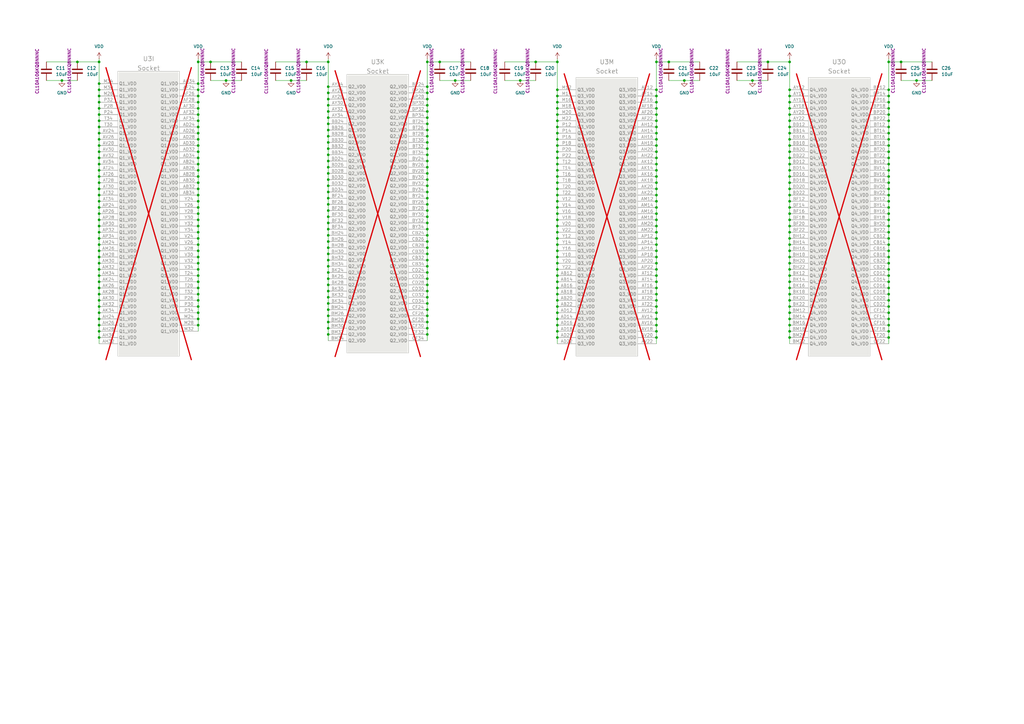
<source format=kicad_sch>
(kicad_sch (version 20231120) (generator "eeschema") (generator_version "8.0")
  (paper "A3")
  (title_block (title "Maveric Board") (date "2024-06-16") (rev "0") (comment 1 "Drawn By: Vighnesh Iyer"))
  (lib_symbols
    (symbol "Device:C" (pin_numbers hide) (pin_names (offset 0.254))
      (property "Reference" "C" (at 0.635 2.54 0))
      (property "Value" "C" (at 0.635 -2.54 0))
      (symbol "C_1_1"
        (pin passive line (at 0 3.81 270) (length 2.794) (name "~") (number "1"))
        (pin passive line (at 0 -3.81 90) (length 2.794) (name "~") (number "2"))
      )
    )
    (symbol "maveric-parts:TESTCHIP_UNI2"
      (property "Reference" "U" (at -12.7 0 0))
      (property "Value" "*" (at -12.7 -48.26 0))
      (symbol "TESTCHIP_UNI2_1_0"
        (pin bidirectional line (at -7.62 -53.34 0) (length 7.62) (name "HSDIFF_7_P_Q1") (number "AA39"))
        (pin bidirectional line (at 58.42 -60.96 180) (length 7.62) (name "HSDIFF_17_P_Q1") (number "AA45"))
        (pin bidirectional line (at -7.62 -27.94 0) (length 7.62) (name "HSDIFF_4_N_Q1") (number "AB42"))
        (pin bidirectional line (at -7.62 -30.48 0) (length 7.62) (name "HSDIFF_4_P_Q1") (number "AC41"))
        (pin bidirectional line (at -7.62 -35.56 0) (length 7.62) (name "HSDIFF_5_N_Q1") (number "AD38"))
        (pin bidirectional line (at 58.42 -50.8 180) (length 7.62) (name "HSDIFF_16_N_Q1") (number "AD44"))
        (pin bidirectional line (at -7.62 -38.1 0) (length 7.62) (name "HSDIFF_5_P_Q1") (number "AE39"))
        (pin bidirectional line (at 58.42 -53.34 180) (length 7.62) (name "HSDIFF_16_P_Q1") (number "AE45"))
        (pin bidirectional line (at 58.42 -43.18 180) (length 7.62) (name "HSDIFF_15_N_Q1") (number "AF42"))
        (pin bidirectional line (at 58.42 -45.72 180) (length 7.62) (name "HSDIFF_15_P_Q1") (number "AG41"))
        (pin bidirectional line (at -7.62 -20.32 0) (length 7.62) (name "HSDIFF_3_N_Q1") (number "AH38"))
        (pin bidirectional line (at 58.42 -35.56 180) (length 7.62) (name "HSDIFF_14_N_Q1") (number "AH44"))
        (pin bidirectional line (at -7.62 -22.86 0) (length 7.62) (name "HSDIFF_3_P_Q1") (number "AJ39"))
        (pin bidirectional line (at 58.42 -38.1 180) (length 7.62) (name "HSDIFF_14_P_Q1") (number "AJ45"))
        (pin bidirectional line (at 58.42 -27.94 180) (length 7.62) (name "HSDIFF_13_N_Q1") (number "AK42"))
        (pin bidirectional line (at 58.42 -30.48 180) (length 7.62) (name "HSDIFF_13_P_Q1") (number "AL41"))
        (pin bidirectional line (at -7.62 -12.7 0) (length 7.62) (name "HSDIFF_2_N_Q1") (number "AM38"))
        (pin bidirectional line (at 58.42 -20.32 180) (length 7.62) (name "HSDIFF_12_N_Q1") (number "AM44"))
        (pin bidirectional line (at -7.62 -15.24 0) (length 7.62) (name "HSDIFF_2_P_Q1") (number "AN39"))
        (pin bidirectional line (at 58.42 -22.86 180) (length 7.62) (name "HSDIFF_12_P_Q1") (number "AN45"))
        (pin bidirectional line (at 58.42 -12.7 180) (length 7.62) (name "HSDIFF_11_N_Q1") (number "AP42"))
        (pin bidirectional line (at 58.42 -15.24 180) (length 7.62) (name "HSDIFF_11_P_Q1") (number "AR41"))
        (pin bidirectional line (at -7.62 -5.08 0) (length 7.62) (name "HSDIFF_1_N_Q1") (number "AT38"))
        (pin bidirectional line (at 58.42 -5.08 180) (length 7.62) (name "HSDIFF_10_N_Q1") (number "AT44"))
        (pin bidirectional line (at -7.62 -7.62 0) (length 7.62) (name "HSDIFF_1_P_Q1") (number "AU39"))
        (pin bidirectional line (at 58.42 -7.62 180) (length 7.62) (name "HSDIFF_10_P_Q1") (number "AU45"))
        (pin bidirectional line (at -7.62 -58.42 0) (length 7.62) (name "HSDIFF_8_N_Q1") (number "P42"))
        (pin bidirectional line (at -7.62 -60.96 0) (length 7.62) (name "HSDIFF_8_P_Q1") (number "R41"))
        (pin bidirectional line (at -7.62 -66.04 0) (length 7.62) (name "HSDIFF_9_N_Q1") (number "T38"))
        (pin bidirectional line (at 58.42 -66.04 180) (length 7.62) (name "HSDIFF_18_N_Q1") (number "T44"))
        (pin bidirectional line (at -7.62 -68.58 0) (length 7.62) (name "HSDIFF_9_P_Q1") (number "U39"))
        (pin bidirectional line (at 58.42 -68.58 180) (length 7.62) (name "HSDIFF_18_P_Q1") (number "U45"))
        (pin bidirectional line (at -7.62 -43.18 0) (length 7.62) (name "HSDIFF_6_N_Q1") (number "V42"))
        (pin bidirectional line (at -7.62 -45.72 0) (length 7.62) (name "HSDIFF_6_P_Q1") (number "W41"))
        (pin bidirectional line (at -7.62 -50.8 0) (length 7.62) (name "HSDIFF_7_N_Q1") (number "Y38"))
        (pin bidirectional line (at 58.42 -58.42 180) (length 7.62) (name "HSDIFF_17_N_Q1") (number "Y44"))
      )
      (symbol "TESTCHIP_UNI2_2_0"
        (pin bidirectional line (at -7.62 -7.62 0) (length 7.62) (name "HSDIFF_1_P_Q2") (number "BA39"))
        (pin bidirectional line (at 58.42 -7.62 180) (length 7.62) (name "HSDIFF_10_P_Q2") (number "BA45"))
        (pin bidirectional line (at -7.62 -5.08 0) (length 7.62) (name "HSDIFF_1_N_Q2") (number "BB38"))
        (pin bidirectional line (at 58.42 -5.08 180) (length 7.62) (name "HSDIFF_10_N_Q2") (number "BB44"))
        (pin bidirectional line (at 58.42 -15.24 180) (length 7.62) (name "HSDIFF_11_P_Q2") (number "BC41"))
        (pin bidirectional line (at 58.42 -12.7 180) (length 7.62) (name "HSDIFF_11_N_Q2") (number "BD42"))
        (pin bidirectional line (at -7.62 -15.24 0) (length 7.62) (name "HSDIFF_2_P_Q2") (number "BE39"))
        (pin bidirectional line (at 58.42 -22.86 180) (length 7.62) (name "HSDIFF_12_P_Q2") (number "BE45"))
        (pin bidirectional line (at -7.62 -12.7 0) (length 7.62) (name "HSDIFF_2_N_Q2") (number "BF38"))
        (pin bidirectional line (at 58.42 -20.32 180) (length 7.62) (name "HSDIFF_12_N_Q2") (number "BF44"))
        (pin bidirectional line (at 58.42 -30.48 180) (length 7.62) (name "HSDIFF_13_P_Q2") (number "BG41"))
        (pin bidirectional line (at 58.42 -27.94 180) (length 7.62) (name "HSDIFF_13_N_Q2") (number "BH42"))
        (pin bidirectional line (at -7.62 -22.86 0) (length 7.62) (name "HSDIFF_3_P_Q2") (number "BJ39"))
        (pin bidirectional line (at 58.42 -38.1 180) (length 7.62) (name "HSDIFF_14_P_Q2") (number "BJ45"))
        (pin bidirectional line (at -7.62 -20.32 0) (length 7.62) (name "HSDIFF_3_N_Q2") (number "BK38"))
        (pin bidirectional line (at 58.42 -35.56 180) (length 7.62) (name "HSDIFF_14_N_Q2") (number "BK44"))
        (pin bidirectional line (at 58.42 -45.72 180) (length 7.62) (name "HSDIFF_15_P_Q2") (number "BL41"))
        (pin bidirectional line (at 58.42 -43.18 180) (length 7.62) (name "HSDIFF_15_N_Q2") (number "BM42"))
        (pin bidirectional line (at -7.62 -38.1 0) (length 7.62) (name "HSDIFF_5_P_Q2") (number "BN39"))
        (pin bidirectional line (at 58.42 -53.34 180) (length 7.62) (name "HSDIFF_16_P_Q2") (number "BN45"))
        (pin bidirectional line (at -7.62 -35.56 0) (length 7.62) (name "HSDIFF_5_N_Q2") (number "BP38"))
        (pin bidirectional line (at 58.42 -50.8 180) (length 7.62) (name "HSDIFF_16_N_Q2") (number "BP44"))
        (pin bidirectional line (at -7.62 -30.48 0) (length 7.62) (name "HSDIFF_4_P_Q2") (number "BR41"))
        (pin bidirectional line (at -7.62 -27.94 0) (length 7.62) (name "HSDIFF_4_N_Q2") (number "BT42"))
        (pin bidirectional line (at -7.62 -53.34 0) (length 7.62) (name "HSDIFF_7_P_Q2") (number "BU39"))
        (pin bidirectional line (at 58.42 -60.96 180) (length 7.62) (name "HSDIFF_17_P_Q2") (number "BU45"))
        (pin bidirectional line (at -7.62 -50.8 0) (length 7.62) (name "HSDIFF_7_N_Q2") (number "BV38"))
        (pin bidirectional line (at 58.42 -58.42 180) (length 7.62) (name "HSDIFF_17_N_Q2") (number "BV44"))
        (pin bidirectional line (at -7.62 -43.18 0) (length 7.62) (name "HSDIFF_6_P_Q2") (number "BW41"))
        (pin bidirectional line (at -7.62 -45.72 0) (length 7.62) (name "HSDIFF_6_N_Q2") (number "BY42"))
        (pin bidirectional line (at -7.62 -68.58 0) (length 7.62) (name "HSDIFF_9_P_Q2") (number "CA39"))
        (pin bidirectional line (at 58.42 -68.58 180) (length 7.62) (name "HSDIFF_18_P_Q2") (number "CA45"))
        (pin bidirectional line (at -7.62 -66.04 0) (length 7.62) (name "HSDIFF_9_N_Q2") (number "CB38"))
        (pin bidirectional line (at 58.42 -66.04 180) (length 7.62) (name "HSDIFF_18_N_Q2") (number "CB44"))
        (pin bidirectional line (at -7.62 -60.96 0) (length 7.62) (name "HSDIFF_8_P_Q2") (number "CC41"))
        (pin bidirectional line (at -7.62 -58.42 0) (length 7.62) (name "HSDIFF_8_N_Q2") (number "CD42"))
      )
      (symbol "TESTCHIP_UNI2_3_0"
        (pin bidirectional line (at 58.42 -60.96 180) (length 7.62) (name "HSDIFF_17_P_Q3") (number "AA1"))
        (pin bidirectional line (at -7.62 -50.8 0) (length 7.62) (name "HSDIFF_7_P_Q3") (number "AA7"))
        (pin bidirectional line (at -7.62 -27.94 0) (length 7.62) (name "HSDIFF_4_N_Q3") (number "AB4"))
        (pin bidirectional line (at -7.62 -30.48 0) (length 7.62) (name "HSDIFF_4_P_Q3") (number "AC5"))
        (pin bidirectional line (at 58.42 -50.8 180) (length 7.62) (name "HSDIFF_16_N_Q3") (number "AD2"))
        (pin bidirectional line (at -7.62 -35.56 0) (length 7.62) (name "HSDIFF_5_N_Q3") (number "AD8"))
        (pin bidirectional line (at 58.42 -53.34 180) (length 7.62) (name "HSDIFF_16_P_Q3") (number "AE1"))
        (pin bidirectional line (at -7.62 -38.1 0) (length 7.62) (name "HSDIFF_5_P_Q3") (number "AE7"))
        (pin bidirectional line (at 58.42 -43.18 180) (length 7.62) (name "HSDIFF_15_N_Q3") (number "AF4"))
        (pin bidirectional line (at 58.42 -45.72 180) (length 7.62) (name "HSDIFF_15_P_Q3") (number "AG5"))
        (pin bidirectional line (at 58.42 -35.56 180) (length 7.62) (name "HSDIFF_14_N_Q3") (number "AH2"))
        (pin bidirectional line (at -7.62 -20.32 0) (length 7.62) (name "HSDIFF_3_N_Q3") (number "AH8"))
        (pin bidirectional line (at 58.42 -38.1 180) (length 7.62) (name "HSDIFF_14_P_Q3") (number "AJ1"))
        (pin bidirectional line (at -7.62 -22.86 0) (length 7.62) (name "HSDIFF_3_P_Q3") (number "AJ7"))
        (pin bidirectional line (at 58.42 -27.94 180) (length 7.62) (name "HSDIFF_13_N_Q3") (number "AK4"))
        (pin bidirectional line (at 58.42 -30.48 180) (length 7.62) (name "HSDIFF_13_P_Q3") (number "AL5"))
        (pin bidirectional line (at 58.42 -20.32 180) (length 7.62) (name "HSDIFF_12_N_Q3") (number "AM2"))
        (pin bidirectional line (at -7.62 -12.7 0) (length 7.62) (name "HSDIFF_2_N_Q3") (number "AM8"))
        (pin bidirectional line (at 58.42 -22.86 180) (length 7.62) (name "HSDIFF_12_P_Q3") (number "AN1"))
        (pin bidirectional line (at -7.62 -15.24 0) (length 7.62) (name "HSDIFF_2_P_Q3") (number "AN7"))
        (pin bidirectional line (at 58.42 -12.7 180) (length 7.62) (name "HSDIFF_11_N_Q3") (number "AP4"))
        (pin bidirectional line (at 58.42 -15.24 180) (length 7.62) (name "HSDIFF_11_P_Q3") (number "AR5"))
        (pin bidirectional line (at 58.42 -5.08 180) (length 7.62) (name "HSDIFF_10_N_Q3") (number "AT2"))
        (pin bidirectional line (at -7.62 -5.08 0) (length 7.62) (name "HSDIFF_1_N_Q3") (number "AT8"))
        (pin bidirectional line (at 58.42 -7.62 180) (length 7.62) (name "HSDIFF_10_P_Q3") (number "AU1"))
        (pin bidirectional line (at -7.62 -7.62 0) (length 7.62) (name "HSDIFF_1_P_Q3") (number "AU7"))
        (pin bidirectional line (at -7.62 -58.42 0) (length 7.62) (name "HSDIFF_8_N_Q3") (number "P4"))
        (pin bidirectional line (at -7.62 -60.96 0) (length 7.62) (name "HSDIFF_8_P_Q3") (number "R5"))
        (pin bidirectional line (at 58.42 -66.04 180) (length 7.62) (name "HSDIFF_18_N_Q3") (number "T2"))
        (pin bidirectional line (at -7.62 -66.04 0) (length 7.62) (name "HSDIFF_9_N_Q3") (number "T8"))
        (pin bidirectional line (at 58.42 -68.58 180) (length 7.62) (name "HSDIFF_18_P_Q3") (number "U1"))
        (pin bidirectional line (at -7.62 -68.58 0) (length 7.62) (name "HSDIFF_9_P_Q3") (number "U7"))
        (pin bidirectional line (at -7.62 -43.18 0) (length 7.62) (name "HSDIFF_6_N_Q3") (number "V4"))
        (pin bidirectional line (at -7.62 -45.72 0) (length 7.62) (name "HSDIFF_6_P_Q3") (number "W5"))
        (pin bidirectional line (at 58.42 -58.42 180) (length 7.62) (name "HSDIFF_17_N_Q3") (number "Y2"))
        (pin bidirectional line (at -7.62 -53.34 0) (length 7.62) (name "HSDIFF_7_N_Q3") (number "Y8"))
      )
      (symbol "TESTCHIP_UNI2_4_0"
        (pin bidirectional line (at 58.42 -7.62 180) (length 7.62) (name "HSDIFF_10_P_Q4") (number "BA1"))
        (pin bidirectional line (at -7.62 -7.62 0) (length 7.62) (name "HSDIFF_1_P_Q4") (number "BA7"))
        (pin bidirectional line (at 58.42 -5.08 180) (length 7.62) (name "HSDIFF_10_N_Q4") (number "BB2"))
        (pin bidirectional line (at -7.62 -5.08 0) (length 7.62) (name "HSDIFF_1_N_Q4") (number "BB8"))
        (pin bidirectional line (at 58.42 -15.24 180) (length 7.62) (name "HSDIFF_11_P_Q4") (number "BC5"))
        (pin bidirectional line (at 58.42 -12.7 180) (length 7.62) (name "HSDIFF_11_N_Q4") (number "BD4"))
        (pin bidirectional line (at 58.42 -22.86 180) (length 7.62) (name "HSDIFF_12_P_Q4") (number "BE1"))
        (pin bidirectional line (at -7.62 -15.24 0) (length 7.62) (name "HSDIFF_2_P_Q4") (number "BE7"))
        (pin bidirectional line (at 58.42 -20.32 180) (length 7.62) (name "HSDIFF_12_N_Q4") (number "BF2"))
        (pin bidirectional line (at -7.62 -12.7 0) (length 7.62) (name "HSDIFF_2_N_Q4") (number "BF8"))
        (pin bidirectional line (at 58.42 -30.48 180) (length 7.62) (name "HSDIFF_13_P_Q4") (number "BG5"))
        (pin bidirectional line (at 58.42 -27.94 180) (length 7.62) (name "HSDIFF_13_N_Q4") (number "BH4"))
        (pin bidirectional line (at 58.42 -38.1 180) (length 7.62) (name "HSDIFF_14_P_Q4") (number "BJ1"))
        (pin bidirectional line (at -7.62 -22.86 0) (length 7.62) (name "HSDIFF_3_P_Q4") (number "BJ7"))
        (pin bidirectional line (at 58.42 -35.56 180) (length 7.62) (name "HSDIFF_14_N_Q4") (number "BK2"))
        (pin bidirectional line (at -7.62 -20.32 0) (length 7.62) (name "HSDIFF_3_N_Q4") (number "BK8"))
        (pin bidirectional line (at 58.42 -45.72 180) (length 7.62) (name "HSDIFF_15_P_Q4") (number "BL5"))
        (pin bidirectional line (at 58.42 -43.18 180) (length 7.62) (name "HSDIFF_15_N_Q4") (number "BM4"))
        (pin bidirectional line (at 58.42 -53.34 180) (length 7.62) (name "HSDIFF_16_P_Q4") (number "BN1"))
        (pin bidirectional line (at -7.62 -38.1 0) (length 7.62) (name "HSDIFF_5_P_Q4") (number "BN7"))
        (pin bidirectional line (at 58.42 -50.8 180) (length 7.62) (name "HSDIFF_16_N_Q4") (number "BP2"))
        (pin bidirectional line (at -7.62 -35.56 0) (length 7.62) (name "HSDIFF_5_N_Q4") (number "BP8"))
        (pin bidirectional line (at -7.62 -30.48 0) (length 7.62) (name "HSDIFF_4_P_Q4") (number "BR5"))
        (pin bidirectional line (at -7.62 -27.94 0) (length 7.62) (name "HSDIFF_4_N_Q4") (number "BT4"))
        (pin bidirectional line (at 58.42 -60.96 180) (length 7.62) (name "HSDIFF_17_P_Q4") (number "BU1"))
        (pin bidirectional line (at -7.62 -53.34 0) (length 7.62) (name "HSDIFF_7_P_Q4") (number "BU7"))
        (pin bidirectional line (at 58.42 -58.42 180) (length 7.62) (name "HSDIFF_17_N_Q4") (number "BV2"))
        (pin bidirectional line (at -7.62 -50.8 0) (length 7.62) (name "HSDIFF_7_N_Q4") (number "BV8"))
        (pin bidirectional line (at -7.62 -45.72 0) (length 7.62) (name "HSDIFF_6_P_Q4") (number "BW5"))
        (pin bidirectional line (at -7.62 -43.18 0) (length 7.62) (name "HSDIFF_6_N_Q4") (number "BY4"))
        (pin bidirectional line (at 58.42 -68.58 180) (length 7.62) (name "HSDIFF_18_P_Q4") (number "CA1"))
        (pin bidirectional line (at -7.62 -68.58 0) (length 7.62) (name "HSDIFF_9_P_Q4") (number "CA7"))
        (pin bidirectional line (at 58.42 -66.04 180) (length 7.62) (name "HSDIFF_18_N_Q4") (number "CB2"))
        (pin bidirectional line (at -7.62 -66.04 0) (length 7.62) (name "HSDIFF_9_N_Q4") (number "CB8"))
        (pin bidirectional line (at -7.62 -60.96 0) (length 7.62) (name "HSDIFF_8_P_Q4") (number "CC5"))
        (pin bidirectional line (at -7.62 -58.42 0) (length 7.62) (name "HSDIFF_8_N_Q4") (number "CD4"))
      )
      (symbol "TESTCHIP_UNI2_5_0"
        (pin bidirectional line (at -7.62 -7.62 0) (length 7.62) (name "IODIFF_1_P_Q1") (number "A25"))
        (pin bidirectional line (at -7.62 -38.1 0) (length 7.62) (name "IODIFF_5_P_Q1") (number "A27"))
        (pin bidirectional line (at -7.62 -68.58 0) (length 7.62) (name "IODIFF_9_P_Q1") (number "A29"))
        (pin bidirectional line (at -7.62 -99.06 0) (length 7.62) (name "IODIFF_13_P_Q1") (number "A31"))
        (pin bidirectional line (at -7.62 -129.54 0) (length 7.62) (name "IODIFF_17_P_Q1") (number "A33"))
        (pin bidirectional line (at -7.62 -144.78 0) (length 7.62) (name "IODIFF_19_P_Q1") (number "A35"))
        (pin bidirectional line (at -7.62 -152.4 0) (length 7.62) (name "IODIFF_20_P_Q1") (number "A37"))
        (pin bidirectional line (at 58.42 -68.58 180) (length 7.62) (name "IODIFF_29_P_Q1") (number "A39"))
        (pin bidirectional line (at 58.42 -99.06 180) (length 7.62) (name "IODIFF_33_P_Q1") (number "A41"))
        (pin bidirectional line (at 58.42 -129.54 180) (length 7.62) (name "IODIFF_37_P_Q1") (number "A43"))
        (pin bidirectional line (at 58.42 -160.02 180) (length 7.62) (name "IODIFF_41_P_Q1") (number "A45"))
        (pin bidirectional line (at -7.62 -5.08 0) (length 7.62) (name "IODIFF_1_N_Q1") (number "B24"))
        (pin bidirectional line (at -7.62 -35.56 0) (length 7.62) (name "IODIFF_5_N_Q1") (number "B26"))
        (pin bidirectional line (at -7.62 -66.04 0) (length 7.62) (name "IODIFF_9_N_Q1") (number "B28"))
        (pin bidirectional line (at -7.62 -96.52 0) (length 7.62) (name "IODIFF_13_N_Q1") (number "B30"))
        (pin bidirectional line (at -7.62 -127 0) (length 7.62) (name "IODIFF_17_N_Q1") (number "B32"))
        (pin bidirectional line (at -7.62 -142.24 0) (length 7.62) (name "IODIFF_19_N_Q1") (number "B34"))
        (pin bidirectional line (at -7.62 -149.86 0) (length 7.62) (name "IODIFF_20_N_Q1") (number "B36"))
        (pin bidirectional line (at 58.42 -66.04 180) (length 7.62) (name "IODIFF_29_N_Q1") (number "B38"))
        (pin bidirectional line (at 58.42 -96.52 180) (length 7.62) (name "IODIFF_33_N_Q1") (number "B40"))
        (pin bidirectional line (at 58.42 -127 180) (length 7.62) (name "IODIFF_37_N_Q1") (number "B42"))
        (pin bidirectional line (at 58.42 -157.48 180) (length 7.62) (name "IODIFF_41_N_Q1") (number "B44"))
        (pin bidirectional line (at -7.62 -15.24 0) (length 7.62) (name "IODIFF_2_P_Q1") (number "C25"))
        (pin bidirectional line (at -7.62 -45.72 0) (length 7.62) (name "IODIFF_6_P_Q1") (number "C27"))
        (pin bidirectional line (at -7.62 -76.2 0) (length 7.62) (name "IODIFF_10_P_Q1") (number "C29"))
        (pin bidirectional line (at -7.62 -106.68 0) (length 7.62) (name "IODIFF_14_P_Q1") (number "C31"))
        (pin bidirectional line (at -7.62 -137.16 0) (length 7.62) (name "IODIFF_18_P_Q1") (number "C33"))
        (pin bidirectional line (at 58.42 -7.62 180) (length 7.62) (name "IODIFF_21_P_Q1") (number "C35"))
        (pin bidirectional line (at 58.42 -15.24 180) (length 7.62) (name "IODIFF_22_P_Q1") (number "C37"))
        (pin bidirectional line (at 58.42 -76.2 180) (length 7.62) (name "IODIFF_30_P_Q1") (number "C39"))
        (pin bidirectional line (at 58.42 -106.68 180) (length 7.62) (name "IODIFF_34_P_Q1") (number "C41"))
        (pin bidirectional line (at 58.42 -137.16 180) (length 7.62) (name "IODIFF_38_P_Q1") (number "C43"))
        (pin bidirectional line (at -7.62 -12.7 0) (length 7.62) (name "IODIFF_2_N_Q1") (number "D24"))
        (pin bidirectional line (at -7.62 -43.18 0) (length 7.62) (name "IODIFF_6_N_Q1") (number "D26"))
        (pin bidirectional line (at -7.62 -73.66 0) (length 7.62) (name "IODIFF_10_N_Q1") (number "D28"))
        (pin bidirectional line (at -7.62 -104.14 0) (length 7.62) (name "IODIFF_14_N_Q1") (number "D30"))
        (pin bidirectional line (at -7.62 -134.62 0) (length 7.62) (name "IODIFF_18_N_Q1") (number "D32"))
        (pin bidirectional line (at 58.42 -5.08 180) (length 7.62) (name "IODIFF_21_N_Q1") (number "D34"))
        (pin bidirectional line (at 58.42 -12.7 180) (length 7.62) (name "IODIFF_22_N_Q1") (number "D36"))
        (pin bidirectional line (at 58.42 -73.66 180) (length 7.62) (name "IODIFF_30_N_Q1") (number "D38"))
        (pin bidirectional line (at 58.42 -104.14 180) (length 7.62) (name "IODIFF_34_N_Q1") (number "D40"))
        (pin bidirectional line (at 58.42 -134.62 180) (length 7.62) (name "IODIFF_38_N_Q1") (number "D42"))
        (pin bidirectional line (at -7.62 -22.86 0) (length 7.62) (name "IODIFF_3_P_Q1") (number "G25"))
        (pin bidirectional line (at -7.62 -53.34 0) (length 7.62) (name "IODIFF_7_P_Q1") (number "G27"))
        (pin bidirectional line (at -7.62 -83.82 0) (length 7.62) (name "IODIFF_11_P_Q1") (number "G29"))
        (pin bidirectional line (at -7.62 -114.3 0) (length 7.62) (name "IODIFF_15_P_Q1") (number "G31"))
        (pin bidirectional line (at 58.42 -30.48 180) (length 7.62) (name "IODIFF_24_P_Q1") (number "G33"))
        (pin bidirectional line (at 58.42 -22.86 180) (length 7.62) (name "IODIFF_23_P_Q1") (number "G35"))
        (pin bidirectional line (at 58.42 -38.1 180) (length 7.62) (name "IODIFF_25_P_Q1") (number "G37"))
        (pin bidirectional line (at 58.42 -83.82 180) (length 7.62) (name "IODIFF_31_P_Q1") (number "G39"))
        (pin bidirectional line (at 58.42 -114.3 180) (length 7.62) (name "IODIFF_35_P_Q1") (number "G41"))
        (pin bidirectional line (at 58.42 -144.78 180) (length 7.62) (name "IODIFF_39_P_Q1") (number "G43"))
        (pin bidirectional line (at -7.62 -20.32 0) (length 7.62) (name "IODIFF_3_N_Q1") (number "H24"))
        (pin bidirectional line (at -7.62 -50.8 0) (length 7.62) (name "IODIFF_7_N_Q1") (number "H26"))
        (pin bidirectional line (at -7.62 -81.28 0) (length 7.62) (name "IODIFF_11_N_Q1") (number "H28"))
        (pin bidirectional line (at -7.62 -111.76 0) (length 7.62) (name "IODIFF_15_N_Q1") (number "H30"))
        (pin bidirectional line (at 58.42 -27.94 180) (length 7.62) (name "IODIFF_24_N_Q1") (number "H32"))
        (pin bidirectional line (at 58.42 -20.32 180) (length 7.62) (name "IODIFF_23_N_Q1") (number "H34"))
        (pin bidirectional line (at 58.42 -35.56 180) (length 7.62) (name "IODIFF_25_N_Q1") (number "H36"))
        (pin bidirectional line (at 58.42 -81.28 180) (length 7.62) (name "IODIFF_31_N_Q1") (number "H38"))
        (pin bidirectional line (at 58.42 -111.76 180) (length 7.62) (name "IODIFF_35_N_Q1") (number "H40"))
        (pin bidirectional line (at 58.42 -142.24 180) (length 7.62) (name "IODIFF_39_N_Q1") (number "H42"))
        (pin bidirectional line (at -7.62 -30.48 0) (length 7.62) (name "IODIFF_4_P_Q1") (number "J25"))
        (pin bidirectional line (at -7.62 -60.96 0) (length 7.62) (name "IODIFF_8_P_Q1") (number "J27"))
        (pin bidirectional line (at -7.62 -91.44 0) (length 7.62) (name "IODIFF_12_P_Q1") (number "J29"))
        (pin bidirectional line (at -7.62 -121.92 0) (length 7.62) (name "IODIFF_16_P_Q1") (number "J31"))
        (pin bidirectional line (at 58.42 -45.72 180) (length 7.62) (name "IODIFF_26_P_Q1") (number "J33"))
        (pin bidirectional line (at 58.42 -53.34 180) (length 7.62) (name "IODIFF_27_P_Q1") (number "J35"))
        (pin bidirectional line (at 58.42 -60.96 180) (length 7.62) (name "IODIFF_28_P_Q1") (number "J37"))
        (pin bidirectional line (at 58.42 -91.44 180) (length 7.62) (name "IODIFF_32_P_Q1") (number "J39"))
        (pin bidirectional line (at 58.42 -121.92 180) (length 7.62) (name "IODIFF_36_P_Q1") (number "J41"))
        (pin bidirectional line (at 58.42 -152.4 180) (length 7.62) (name "IODIFF_40_P_Q1") (number "J43"))
        (pin bidirectional line (at -7.62 -27.94 0) (length 7.62) (name "IODIFF_4_N_Q1") (number "K24"))
        (pin bidirectional line (at -7.62 -58.42 0) (length 7.62) (name "IODIFF_8_N_Q1") (number "K26"))
        (pin bidirectional line (at -7.62 -88.9 0) (length 7.62) (name "IODIFF_12_N_Q1") (number "K28"))
        (pin bidirectional line (at -7.62 -119.38 0) (length 7.62) (name "IODIFF_16_N_Q1") (number "K30"))
        (pin bidirectional line (at 58.42 -43.18 180) (length 7.62) (name "IODIFF_26_N_Q1") (number "K32"))
        (pin bidirectional line (at 58.42 -50.8 180) (length 7.62) (name "IODIFF_27_N_Q1") (number "K34"))
        (pin bidirectional line (at 58.42 -58.42 180) (length 7.62) (name "IODIFF_28_N_Q1") (number "K36"))
        (pin bidirectional line (at 58.42 -88.9 180) (length 7.62) (name "IODIFF_32_N_Q1") (number "K38"))
        (pin bidirectional line (at 58.42 -119.38 180) (length 7.62) (name "IODIFF_36_N_Q1") (number "K40"))
        (pin bidirectional line (at 58.42 -149.86 180) (length 7.62) (name "IODIFF_40_N_Q1") (number "K42"))
      )
      (symbol "TESTCHIP_UNI2_6_0"
        (pin bidirectional line (at -7.62 -27.94 0) (length 7.62) (name "IODIFF_4_N_Q2") (number "CH24"))
        (pin bidirectional line (at -7.62 -58.42 0) (length 7.62) (name "IODIFF_8_N_Q2") (number "CH26"))
        (pin bidirectional line (at -7.62 -88.9 0) (length 7.62) (name "IODIFF_12_N_Q2") (number "CH28"))
        (pin bidirectional line (at -7.62 -119.38 0) (length 7.62) (name "IODIFF_16_N_Q2") (number "CH30"))
        (pin bidirectional line (at 58.42 -43.18 180) (length 7.62) (name "IODIFF_26_N_Q2") (number "CH32"))
        (pin bidirectional line (at 58.42 -50.8 180) (length 7.62) (name "IODIFF_27_N_Q2") (number "CH34"))
        (pin bidirectional line (at 58.42 -58.42 180) (length 7.62) (name "IODIFF_28_N_Q2") (number "CH36"))
        (pin bidirectional line (at 58.42 -88.9 180) (length 7.62) (name "IODIFF_32_N_Q2") (number "CH38"))
        (pin bidirectional line (at 58.42 -119.38 180) (length 7.62) (name "IODIFF_36_N_Q2") (number "CH40"))
        (pin bidirectional line (at 58.42 -149.86 180) (length 7.62) (name "IODIFF_40_N_Q2") (number "CH42"))
        (pin bidirectional line (at -7.62 -30.48 0) (length 7.62) (name "IODIFF_4_P_Q2") (number "CJ25"))
        (pin bidirectional line (at -7.62 -60.96 0) (length 7.62) (name "IODIFF_8_P_Q2") (number "CJ27"))
        (pin bidirectional line (at -7.62 -91.44 0) (length 7.62) (name "IODIFF_12_P_Q2") (number "CJ29"))
        (pin bidirectional line (at -7.62 -121.92 0) (length 7.62) (name "IODIFF_16_P_Q2") (number "CJ31"))
        (pin bidirectional line (at 58.42 -45.72 180) (length 7.62) (name "IODIFF_26_P_Q2") (number "CJ33"))
        (pin bidirectional line (at 58.42 -53.34 180) (length 7.62) (name "IODIFF_27_P_Q2") (number "CJ35"))
        (pin bidirectional line (at 58.42 -60.96 180) (length 7.62) (name "IODIFF_28_P_Q2") (number "CJ37"))
        (pin bidirectional line (at 58.42 -91.44 180) (length 7.62) (name "IODIFF_32_P_Q2") (number "CJ39"))
        (pin bidirectional line (at 58.42 -121.92 180) (length 7.62) (name "IODIFF_36_P_Q2") (number "CJ41"))
        (pin bidirectional line (at 58.42 -152.4 180) (length 7.62) (name "IODIFF_40_P_Q2") (number "CJ43"))
        (pin bidirectional line (at -7.62 -20.32 0) (length 7.62) (name "IODIFF_3_N_Q2") (number "CK24"))
        (pin bidirectional line (at -7.62 -50.8 0) (length 7.62) (name "IODIFF_7_N_Q2") (number "CK26"))
        (pin bidirectional line (at -7.62 -81.28 0) (length 7.62) (name "IODIFF_11_N_Q2") (number "CK28"))
        (pin bidirectional line (at -7.62 -111.76 0) (length 7.62) (name "IODIFF_15_N_Q2") (number "CK30"))
        (pin bidirectional line (at 58.42 -27.94 180) (length 7.62) (name "IODIFF_24_N_Q2") (number "CK32"))
        (pin bidirectional line (at 58.42 -20.32 180) (length 7.62) (name "IODIFF_23_N_Q2") (number "CK34"))
        (pin bidirectional line (at 58.42 -35.56 180) (length 7.62) (name "IODIFF_25_N_Q2") (number "CK36"))
        (pin bidirectional line (at 58.42 -81.28 180) (length 7.62) (name "IODIFF_31_N_Q2") (number "CK38"))
        (pin bidirectional line (at 58.42 -111.76 180) (length 7.62) (name "IODIFF_35_N_Q2") (number "CK40"))
        (pin bidirectional line (at 58.42 -142.24 180) (length 7.62) (name "IODIFF_39_N_Q2") (number "CK42"))
        (pin bidirectional line (at -7.62 -22.86 0) (length 7.62) (name "IODIFF_3_P_Q2") (number "CL25"))
        (pin bidirectional line (at -7.62 -53.34 0) (length 7.62) (name "IODIFF_7_P_Q2") (number "CL27"))
        (pin bidirectional line (at -7.62 -83.82 0) (length 7.62) (name "IODIFF_11_P_Q2") (number "CL29"))
        (pin bidirectional line (at -7.62 -114.3 0) (length 7.62) (name "IODIFF_15_P_Q2") (number "CL31"))
        (pin bidirectional line (at 58.42 -30.48 180) (length 7.62) (name "IODIFF_24_P_Q2") (number "CL33"))
        (pin bidirectional line (at 58.42 -22.86 180) (length 7.62) (name "IODIFF_23_P_Q2") (number "CL35"))
        (pin bidirectional line (at 58.42 -38.1 180) (length 7.62) (name "IODIFF_25_P_Q2") (number "CL37"))
        (pin bidirectional line (at 58.42 -83.82 180) (length 7.62) (name "IODIFF_31_P_Q2") (number "CL39"))
        (pin bidirectional line (at 58.42 -114.3 180) (length 7.62) (name "IODIFF_35_P_Q2") (number "CL41"))
        (pin bidirectional line (at 58.42 -144.78 180) (length 7.62) (name "IODIFF_39_P_Q2") (number "CL43"))
        (pin bidirectional line (at -7.62 -12.7 0) (length 7.62) (name "IODIFF_2_N_Q2") (number "CP24"))
        (pin bidirectional line (at -7.62 -43.18 0) (length 7.62) (name "IODIFF_6_N_Q2") (number "CP26"))
        (pin bidirectional line (at -7.62 -73.66 0) (length 7.62) (name "IODIFF_10_N_Q2") (number "CP28"))
        (pin bidirectional line (at -7.62 -104.14 0) (length 7.62) (name "IODIFF_14_N_Q2") (number "CP30"))
        (pin bidirectional line (at -7.62 -134.62 0) (length 7.62) (name "IODIFF_18_N_Q2") (number "CP32"))
        (pin bidirectional line (at 58.42 -5.08 180) (length 7.62) (name "IODIFF_21_N_Q2") (number "CP34"))
        (pin bidirectional line (at 58.42 -12.7 180) (length 7.62) (name "IODIFF_22_N_Q2") (number "CP36"))
        (pin bidirectional line (at 58.42 -73.66 180) (length 7.62) (name "IODIFF_30_N_Q2") (number "CP38"))
        (pin bidirectional line (at 58.42 -104.14 180) (length 7.62) (name "IODIFF_34_N_Q2") (number "CP40"))
        (pin bidirectional line (at 58.42 -134.62 180) (length 7.62) (name "IODIFF_38_N_Q2") (number "CP42"))
        (pin bidirectional line (at -7.62 -15.24 0) (length 7.62) (name "IODIFF_2_P_Q2") (number "CR25"))
        (pin bidirectional line (at -7.62 -45.72 0) (length 7.62) (name "IODIFF_6_P_Q2") (number "CR27"))
        (pin bidirectional line (at -7.62 -76.2 0) (length 7.62) (name "IODIFF_10_P_Q2") (number "CR29"))
        (pin bidirectional line (at -7.62 -106.68 0) (length 7.62) (name "IODIFF_14_P_Q2") (number "CR31"))
        (pin bidirectional line (at -7.62 -137.16 0) (length 7.62) (name "IODIFF_18_P_Q2") (number "CR33"))
        (pin bidirectional line (at 58.42 -7.62 180) (length 7.62) (name "IODIFF_21_P_Q2") (number "CR35"))
        (pin bidirectional line (at 58.42 -15.24 180) (length 7.62) (name "IODIFF_22_P_Q2") (number "CR37"))
        (pin bidirectional line (at 58.42 -76.2 180) (length 7.62) (name "IODIFF_30_P_Q2") (number "CR39"))
        (pin bidirectional line (at 58.42 -106.68 180) (length 7.62) (name "IODIFF_34_P_Q2") (number "CR41"))
        (pin bidirectional line (at 58.42 -137.16 180) (length 7.62) (name "IODIFF_38_P_Q2") (number "CR43"))
        (pin bidirectional line (at -7.62 -5.08 0) (length 7.62) (name "IODIFF_1_N_Q2") (number "CT24"))
        (pin bidirectional line (at -7.62 -35.56 0) (length 7.62) (name "IODIFF_5_N_Q2") (number "CT26"))
        (pin bidirectional line (at -7.62 -66.04 0) (length 7.62) (name "IODIFF_9_N_Q2") (number "CT28"))
        (pin bidirectional line (at -7.62 -96.52 0) (length 7.62) (name "IODIFF_13_N_Q2") (number "CT30"))
        (pin bidirectional line (at -7.62 -127 0) (length 7.62) (name "IODIFF_17_N_Q2") (number "CT32"))
        (pin bidirectional line (at -7.62 -142.24 0) (length 7.62) (name "IODIFF_19_N_Q2") (number "CT34"))
        (pin bidirectional line (at -7.62 -149.86 0) (length 7.62) (name "IODIFF_20_N_Q2") (number "CT36"))
        (pin bidirectional line (at 58.42 -66.04 180) (length 7.62) (name "IODIFF_29_N_Q2") (number "CT38"))
        (pin bidirectional line (at 58.42 -96.52 180) (length 7.62) (name "IODIFF_33_N_Q2") (number "CT40"))
        (pin bidirectional line (at 58.42 -127 180) (length 7.62) (name "IODIFF_37_N_Q2") (number "CT42"))
        (pin bidirectional line (at 58.42 -157.48 180) (length 7.62) (name "IODIFF_41_N_Q2") (number "CT44"))
        (pin bidirectional line (at -7.62 -7.62 0) (length 7.62) (name "IODIFF_1_P_Q2") (number "CU25"))
        (pin bidirectional line (at -7.62 -38.1 0) (length 7.62) (name "IODIFF_5_P_Q2") (number "CU27"))
        (pin bidirectional line (at -7.62 -68.58 0) (length 7.62) (name "IODIFF_9_P_Q2") (number "CU29"))
        (pin bidirectional line (at -7.62 -99.06 0) (length 7.62) (name "IODIFF_13_P_Q2") (number "CU31"))
        (pin bidirectional line (at -7.62 -129.54 0) (length 7.62) (name "IODIFF_17_P_Q2") (number "CU33"))
        (pin bidirectional line (at -7.62 -144.78 0) (length 7.62) (name "IODIFF_19_P_Q2") (number "CU35"))
        (pin bidirectional line (at -7.62 -152.4 0) (length 7.62) (name "IODIFF_20_P_Q2") (number "CU37"))
        (pin bidirectional line (at 58.42 -68.58 180) (length 7.62) (name "IODIFF_29_P_Q2") (number "CU39"))
        (pin bidirectional line (at 58.42 -99.06 180) (length 7.62) (name "IODIFF_33_P_Q2") (number "CU41"))
        (pin bidirectional line (at 58.42 -129.54 180) (length 7.62) (name "IODIFF_37_P_Q2") (number "CU43"))
        (pin bidirectional line (at 58.42 -160.02 180) (length 7.62) (name "IODIFF_41_P_Q2") (number "CU45"))
      )
      (symbol "TESTCHIP_UNI2_7_0"
        (pin bidirectional line (at 58.42 -160.02 180) (length 7.62) (name "IODIFF_41_P_Q3") (number "A1"))
        (pin bidirectional line (at -7.62 -144.78 0) (length 7.62) (name "IODIFF_19_P_Q3") (number "A11"))
        (pin bidirectional line (at -7.62 -129.54 0) (length 7.62) (name "IODIFF_17_P_Q3") (number "A13"))
        (pin bidirectional line (at -7.62 -99.06 0) (length 7.62) (name "IODIFF_13_P_Q3") (number "A15"))
        (pin bidirectional line (at -7.62 -68.58 0) (length 7.62) (name "IODIFF_9_P_Q3") (number "A17"))
        (pin bidirectional line (at -7.62 -38.1 0) (length 7.62) (name "IODIFF_5_P_Q3") (number "A19"))
        (pin bidirectional line (at -7.62 -7.62 0) (length 7.62) (name "IODIFF_1_P_Q3") (number "A21"))
        (pin bidirectional line (at 58.42 -129.54 180) (length 7.62) (name "IODIFF_37_P_Q3") (number "A3"))
        (pin bidirectional line (at 58.42 -99.06 180) (length 7.62) (name "IODIFF_33_P_Q3") (number "A5"))
        (pin bidirectional line (at 58.42 -68.58 180) (length 7.62) (name "IODIFF_29_P_Q3") (number "A7"))
        (pin bidirectional line (at -7.62 -152.4 0) (length 7.62) (name "IODIFF_20_P_Q3") (number "A9"))
        (pin bidirectional line (at -7.62 -149.86 0) (length 7.62) (name "IODIFF_20_N_Q3") (number "B10"))
        (pin bidirectional line (at -7.62 -142.24 0) (length 7.62) (name "IODIFF_19_N_Q3") (number "B12"))
        (pin bidirectional line (at -7.62 -127 0) (length 7.62) (name "IODIFF_17_N_Q3") (number "B14"))
        (pin bidirectional line (at -7.62 -96.52 0) (length 7.62) (name "IODIFF_13_N_Q3") (number "B16"))
        (pin bidirectional line (at -7.62 -66.04 0) (length 7.62) (name "IODIFF_9_N_Q3") (number "B18"))
        (pin bidirectional line (at 58.42 -157.48 180) (length 7.62) (name "IODIFF_41_N_Q3") (number "B2"))
        (pin bidirectional line (at -7.62 -35.56 0) (length 7.62) (name "IODIFF_5_N_Q3") (number "B20"))
        (pin bidirectional line (at -7.62 -5.08 0) (length 7.62) (name "IODIFF_1_N_Q3") (number "B22"))
        (pin bidirectional line (at 58.42 -127 180) (length 7.62) (name "IODIFF_37_N_Q3") (number "B4"))
        (pin bidirectional line (at 58.42 -96.52 180) (length 7.62) (name "IODIFF_33_N_Q3") (number "B6"))
        (pin bidirectional line (at 58.42 -66.04 180) (length 7.62) (name "IODIFF_29_N_Q3") (number "B8"))
        (pin bidirectional line (at 58.42 -7.62 180) (length 7.62) (name "IODIFF_21_P_Q3") (number "C11"))
        (pin bidirectional line (at -7.62 -137.16 0) (length 7.62) (name "IODIFF_18_P_Q3") (number "C13"))
        (pin bidirectional line (at -7.62 -106.68 0) (length 7.62) (name "IODIFF_14_P_Q3") (number "C15"))
        (pin bidirectional line (at -7.62 -76.2 0) (length 7.62) (name "IODIFF_10_P_Q3") (number "C17"))
        (pin bidirectional line (at -7.62 -45.72 0) (length 7.62) (name "IODIFF_6_P_Q3") (number "C19"))
        (pin bidirectional line (at -7.62 -15.24 0) (length 7.62) (name "IODIFF_2_P_Q3") (number "C21"))
        (pin bidirectional line (at 58.42 -137.16 180) (length 7.62) (name "IODIFF_38_P_Q3") (number "C3"))
        (pin bidirectional line (at 58.42 -106.68 180) (length 7.62) (name "IODIFF_34_P_Q3") (number "C5"))
        (pin bidirectional line (at 58.42 -76.2 180) (length 7.62) (name "IODIFF_30_P_Q3") (number "C7"))
        (pin bidirectional line (at 58.42 -15.24 180) (length 7.62) (name "IODIFF_22_P_Q3") (number "C9"))
        (pin bidirectional line (at 58.42 -12.7 180) (length 7.62) (name "IODIFF_22_N_Q3") (number "D10"))
        (pin bidirectional line (at 58.42 -5.08 180) (length 7.62) (name "IODIFF_21_N_Q3") (number "D12"))
        (pin bidirectional line (at -7.62 -134.62 0) (length 7.62) (name "IODIFF_18_N_Q3") (number "D14"))
        (pin bidirectional line (at -7.62 -104.14 0) (length 7.62) (name "IODIFF_14_N_Q3") (number "D16"))
        (pin bidirectional line (at -7.62 -73.66 0) (length 7.62) (name "IODIFF_10_N_Q3") (number "D18"))
        (pin bidirectional line (at -7.62 -43.18 0) (length 7.62) (name "IODIFF_6_N_Q3") (number "D20"))
        (pin bidirectional line (at -7.62 -12.7 0) (length 7.62) (name "IODIFF_2_N_Q3") (number "D22"))
        (pin bidirectional line (at 58.42 -134.62 180) (length 7.62) (name "IODIFF_38_N_Q3") (number "D4"))
        (pin bidirectional line (at 58.42 -104.14 180) (length 7.62) (name "IODIFF_34_N_Q3") (number "D6"))
        (pin bidirectional line (at 58.42 -73.66 180) (length 7.62) (name "IODIFF_30_N_Q3") (number "D8"))
        (pin bidirectional line (at 58.42 -22.86 180) (length 7.62) (name "IODIFF_23_P_Q3") (number "G11"))
        (pin bidirectional line (at 58.42 -30.48 180) (length 7.62) (name "IODIFF_24_P_Q3") (number "G13"))
        (pin bidirectional line (at -7.62 -114.3 0) (length 7.62) (name "IODIFF_15_P_Q3") (number "G15"))
        (pin bidirectional line (at -7.62 -83.82 0) (length 7.62) (name "IODIFF_11_P_Q3") (number "G17"))
        (pin bidirectional line (at -7.62 -53.34 0) (length 7.62) (name "IODIFF_7_P_Q3") (number "G19"))
        (pin bidirectional line (at -7.62 -22.86 0) (length 7.62) (name "IODIFF_3_P_Q3") (number "G21"))
        (pin bidirectional line (at 58.42 -144.78 180) (length 7.62) (name "IODIFF_39_P_Q3") (number "G3"))
        (pin bidirectional line (at 58.42 -114.3 180) (length 7.62) (name "IODIFF_35_P_Q3") (number "G5"))
        (pin bidirectional line (at 58.42 -83.82 180) (length 7.62) (name "IODIFF_31_P_Q3") (number "G7"))
        (pin bidirectional line (at 58.42 -38.1 180) (length 7.62) (name "IODIFF_25_P_Q3") (number "G9"))
        (pin bidirectional line (at 58.42 -35.56 180) (length 7.62) (name "IODIFF_25_N_Q3") (number "H10"))
        (pin bidirectional line (at 58.42 -20.32 180) (length 7.62) (name "IODIFF_23_N_Q3") (number "H12"))
        (pin bidirectional line (at 58.42 -27.94 180) (length 7.62) (name "IODIFF_24_N_Q3") (number "H14"))
        (pin bidirectional line (at -7.62 -111.76 0) (length 7.62) (name "IODIFF_15_N_Q3") (number "H16"))
        (pin bidirectional line (at -7.62 -81.28 0) (length 7.62) (name "IODIFF_11_N_Q3") (number "H18"))
        (pin bidirectional line (at -7.62 -50.8 0) (length 7.62) (name "IODIFF_7_N_Q3") (number "H20"))
        (pin bidirectional line (at -7.62 -20.32 0) (length 7.62) (name "IODIFF_3_N_Q3") (number "H22"))
        (pin bidirectional line (at 58.42 -142.24 180) (length 7.62) (name "IODIFF_39_N_Q3") (number "H4"))
        (pin bidirectional line (at 58.42 -111.76 180) (length 7.62) (name "IODIFF_35_N_Q3") (number "H6"))
        (pin bidirectional line (at 58.42 -81.28 180) (length 7.62) (name "IODIFF_31_N_Q3") (number "H8"))
        (pin bidirectional line (at 58.42 -53.34 180) (length 7.62) (name "IODIFF_27_P_Q3") (number "J11"))
        (pin bidirectional line (at 58.42 -45.72 180) (length 7.62) (name "IODIFF_26_P_Q3") (number "J13"))
        (pin bidirectional line (at -7.62 -121.92 0) (length 7.62) (name "IODIFF_16_P_Q3") (number "J15"))
        (pin bidirectional line (at -7.62 -91.44 0) (length 7.62) (name "IODIFF_12_P_Q3") (number "J17"))
        (pin bidirectional line (at -7.62 -60.96 0) (length 7.62) (name "IODIFF_8_P_Q3") (number "J19"))
        (pin bidirectional line (at -7.62 -30.48 0) (length 7.62) (name "IODIFF_4_P_Q3") (number "J21"))
        (pin bidirectional line (at 58.42 -152.4 180) (length 7.62) (name "IODIFF_40_P_Q3") (number "J3"))
        (pin bidirectional line (at 58.42 -121.92 180) (length 7.62) (name "IODIFF_36_P_Q3") (number "J5"))
        (pin bidirectional line (at 58.42 -91.44 180) (length 7.62) (name "IODIFF_32_P_Q3") (number "J7"))
        (pin bidirectional line (at 58.42 -60.96 180) (length 7.62) (name "IODIFF_28_P_Q3") (number "J9"))
        (pin bidirectional line (at 58.42 -58.42 180) (length 7.62) (name "IODIFF_28_N_Q3") (number "K10"))
        (pin bidirectional line (at 58.42 -50.8 180) (length 7.62) (name "IODIFF_27_N_Q3") (number "K12"))
        (pin bidirectional line (at 58.42 -43.18 180) (length 7.62) (name "IODIFF_26_N_Q3") (number "K14"))
        (pin bidirectional line (at -7.62 -119.38 0) (length 7.62) (name "IODIFF_16_N_Q3") (number "K16"))
        (pin bidirectional line (at -7.62 -88.9 0) (length 7.62) (name "IODIFF_12_N_Q3") (number "K18"))
        (pin bidirectional line (at -7.62 -58.42 0) (length 7.62) (name "IODIFF_8_N_Q3") (number "K20"))
        (pin bidirectional line (at -7.62 -27.94 0) (length 7.62) (name "IODIFF_4_N_Q3") (number "K22"))
        (pin bidirectional line (at 58.42 -149.86 180) (length 7.62) (name "IODIFF_40_N_Q3") (number "K4"))
        (pin bidirectional line (at 58.42 -119.38 180) (length 7.62) (name "IODIFF_36_N_Q3") (number "K6"))
        (pin bidirectional line (at 58.42 -88.9 180) (length 7.62) (name "IODIFF_32_N_Q3") (number "K8"))
      )
      (symbol "TESTCHIP_UNI2_8_0"
        (pin bidirectional line (at 58.42 -58.42 180) (length 7.62) (name "IODIFF_28_N_Q4") (number "CH10"))
        (pin bidirectional line (at 58.42 -50.8 180) (length 7.62) (name "IODIFF_27_N_Q4") (number "CH12"))
        (pin bidirectional line (at 58.42 -43.18 180) (length 7.62) (name "IODIFF_26_N_Q4") (number "CH14"))
        (pin bidirectional line (at -7.62 -119.38 0) (length 7.62) (name "IODIFF_16_N_Q4") (number "CH16"))
        (pin bidirectional line (at -7.62 -88.9 0) (length 7.62) (name "IODIFF_12_N_Q4") (number "CH18"))
        (pin bidirectional line (at -7.62 -58.42 0) (length 7.62) (name "IODIFF_8_N_Q4") (number "CH20"))
        (pin bidirectional line (at -7.62 -27.94 0) (length 7.62) (name "IODIFF_4_N_Q4") (number "CH22"))
        (pin bidirectional line (at 58.42 -149.86 180) (length 7.62) (name "IODIFF_40_N_Q4") (number "CH4"))
        (pin bidirectional line (at 58.42 -119.38 180) (length 7.62) (name "IODIFF_36_N_Q4") (number "CH6"))
        (pin bidirectional line (at 58.42 -88.9 180) (length 7.62) (name "IODIFF_32_N_Q4") (number "CH8"))
        (pin bidirectional line (at 58.42 -53.34 180) (length 7.62) (name "IODIFF_27_P_Q4") (number "CJ11"))
        (pin bidirectional line (at 58.42 -45.72 180) (length 7.62) (name "IODIFF_26_P_Q4") (number "CJ13"))
        (pin bidirectional line (at -7.62 -121.92 0) (length 7.62) (name "IODIFF_16_P_Q4") (number "CJ15"))
        (pin bidirectional line (at -7.62 -91.44 0) (length 7.62) (name "IODIFF_12_P_Q4") (number "CJ17"))
        (pin bidirectional line (at -7.62 -60.96 0) (length 7.62) (name "IODIFF_8_P_Q4") (number "CJ19"))
        (pin bidirectional line (at -7.62 -30.48 0) (length 7.62) (name "IODIFF_4_P_Q4") (number "CJ21"))
        (pin bidirectional line (at 58.42 -152.4 180) (length 7.62) (name "IODIFF_40_P_Q4") (number "CJ3"))
        (pin bidirectional line (at 58.42 -121.92 180) (length 7.62) (name "IODIFF_36_P_Q4") (number "CJ5"))
        (pin bidirectional line (at 58.42 -91.44 180) (length 7.62) (name "IODIFF_32_P_Q4") (number "CJ7"))
        (pin bidirectional line (at 58.42 -60.96 180) (length 7.62) (name "IODIFF_28_P_Q4") (number "CJ9"))
        (pin bidirectional line (at 58.42 -35.56 180) (length 7.62) (name "IODIFF_25_N_Q4") (number "CK10"))
        (pin bidirectional line (at 58.42 -20.32 180) (length 7.62) (name "IODIFF_23_N_Q4") (number "CK12"))
        (pin bidirectional line (at 58.42 -27.94 180) (length 7.62) (name "IODIFF_24_N_Q4") (number "CK14"))
        (pin bidirectional line (at -7.62 -111.76 0) (length 7.62) (name "IODIFF_15_N_Q4") (number "CK16"))
        (pin bidirectional line (at -7.62 -81.28 0) (length 7.62) (name "IODIFF_11_N_Q4") (number "CK18"))
        (pin bidirectional line (at -7.62 -50.8 0) (length 7.62) (name "IODIFF_7_N_Q4") (number "CK20"))
        (pin bidirectional line (at -7.62 -20.32 0) (length 7.62) (name "IODIFF_3_N_Q4") (number "CK22"))
        (pin bidirectional line (at 58.42 -142.24 180) (length 7.62) (name "IODIFF_39_N_Q4") (number "CK4"))
        (pin bidirectional line (at 58.42 -111.76 180) (length 7.62) (name "IODIFF_35_N_Q4") (number "CK6"))
        (pin bidirectional line (at 58.42 -81.28 180) (length 7.62) (name "IODIFF_31_N_Q4") (number "CK8"))
        (pin bidirectional line (at 58.42 -22.86 180) (length 7.62) (name "IODIFF_23_P_Q4") (number "CL11"))
        (pin bidirectional line (at 58.42 -30.48 180) (length 7.62) (name "IODIFF_24_P_Q4") (number "CL13"))
        (pin bidirectional line (at -7.62 -114.3 0) (length 7.62) (name "IODIFF_15_P_Q4") (number "CL15"))
        (pin bidirectional line (at -7.62 -83.82 0) (length 7.62) (name "IODIFF_11_P_Q4") (number "CL17"))
        (pin bidirectional line (at -7.62 -53.34 0) (length 7.62) (name "IODIFF_7_P_Q4") (number "CL19"))
        (pin bidirectional line (at -7.62 -22.86 0) (length 7.62) (name "IODIFF_3_P_Q4") (number "CL21"))
        (pin bidirectional line (at 58.42 -144.78 180) (length 7.62) (name "IODIFF_39_P_Q4") (number "CL3"))
        (pin bidirectional line (at 58.42 -114.3 180) (length 7.62) (name "IODIFF_35_P_Q4") (number "CL5"))
        (pin bidirectional line (at 58.42 -83.82 180) (length 7.62) (name "IODIFF_31_P_Q4") (number "CL7"))
        (pin bidirectional line (at 58.42 -38.1 180) (length 7.62) (name "IODIFF_25_P_Q4") (number "CL9"))
        (pin bidirectional line (at 58.42 -12.7 180) (length 7.62) (name "IODIFF_22_N_Q4") (number "CP10"))
        (pin bidirectional line (at 58.42 -5.08 180) (length 7.62) (name "IODIFF_21_N_Q4") (number "CP12"))
        (pin bidirectional line (at -7.62 -134.62 0) (length 7.62) (name "IODIFF_18_N_Q4") (number "CP14"))
        (pin bidirectional line (at -7.62 -104.14 0) (length 7.62) (name "IODIFF_14_N_Q4") (number "CP16"))
        (pin bidirectional line (at -7.62 -73.66 0) (length 7.62) (name "IODIFF_10_N_Q4") (number "CP18"))
        (pin bidirectional line (at -7.62 -43.18 0) (length 7.62) (name "IODIFF_6_N_Q4") (number "CP20"))
        (pin bidirectional line (at -7.62 -12.7 0) (length 7.62) (name "IODIFF_2_N_Q4") (number "CP22"))
        (pin bidirectional line (at 58.42 -134.62 180) (length 7.62) (name "IODIFF_38_N_Q4") (number "CP4"))
        (pin bidirectional line (at 58.42 -104.14 180) (length 7.62) (name "IODIFF_34_N_Q4") (number "CP6"))
        (pin bidirectional line (at 58.42 -73.66 180) (length 7.62) (name "IODIFF_30_N_Q4") (number "CP8"))
        (pin bidirectional line (at 58.42 -7.62 180) (length 7.62) (name "IODIFF_21_P_Q4") (number "CR11"))
        (pin bidirectional line (at -7.62 -137.16 0) (length 7.62) (name "IODIFF_18_P_Q4") (number "CR13"))
        (pin bidirectional line (at -7.62 -106.68 0) (length 7.62) (name "IODIFF_14_P_Q4") (number "CR15"))
        (pin bidirectional line (at -7.62 -76.2 0) (length 7.62) (name "IODIFF_10_P_Q4") (number "CR17"))
        (pin bidirectional line (at -7.62 -45.72 0) (length 7.62) (name "IODIFF_6_P_Q4") (number "CR19"))
        (pin bidirectional line (at -7.62 -15.24 0) (length 7.62) (name "IODIFF_2_P_Q4") (number "CR21"))
        (pin bidirectional line (at 58.42 -137.16 180) (length 7.62) (name "IODIFF_38_P_Q4") (number "CR3"))
        (pin bidirectional line (at 58.42 -106.68 180) (length 7.62) (name "IODIFF_34_P_Q4") (number "CR5"))
        (pin bidirectional line (at 58.42 -76.2 180) (length 7.62) (name "IODIFF_30_P_Q4") (number "CR7"))
        (pin bidirectional line (at 58.42 -15.24 180) (length 7.62) (name "IODIFF_22_P_Q4") (number "CR9"))
        (pin bidirectional line (at -7.62 -149.86 0) (length 7.62) (name "IODIFF_20_N_Q4") (number "CT10"))
        (pin bidirectional line (at -7.62 -142.24 0) (length 7.62) (name "IODIFF_19_N_Q4") (number "CT12"))
        (pin bidirectional line (at -7.62 -127 0) (length 7.62) (name "IODIFF_17_N_Q4") (number "CT14"))
        (pin bidirectional line (at -7.62 -96.52 0) (length 7.62) (name "IODIFF_13_N_Q4") (number "CT16"))
        (pin bidirectional line (at -7.62 -66.04 0) (length 7.62) (name "IODIFF_9_N_Q4") (number "CT18"))
        (pin bidirectional line (at 58.42 -157.48 180) (length 7.62) (name "IODIFF_41_N_Q4") (number "CT2"))
        (pin bidirectional line (at -7.62 -35.56 0) (length 7.62) (name "IODIFF_5_N_Q4") (number "CT20"))
        (pin bidirectional line (at -7.62 -5.08 0) (length 7.62) (name "IODIFF_1_N_Q4") (number "CT22"))
        (pin bidirectional line (at 58.42 -127 180) (length 7.62) (name "IODIFF_37_N_Q4") (number "CT4"))
        (pin bidirectional line (at 58.42 -96.52 180) (length 7.62) (name "IODIFF_33_N_Q4") (number "CT6"))
        (pin bidirectional line (at 58.42 -66.04 180) (length 7.62) (name "IODIFF_29_N_Q4") (number "CT8"))
        (pin bidirectional line (at 58.42 -160.02 180) (length 7.62) (name "IODIFF_41_P_Q4") (number "CU1"))
        (pin bidirectional line (at -7.62 -144.78 0) (length 7.62) (name "IODIFF_19_P_Q4") (number "CU11"))
        (pin bidirectional line (at -7.62 -129.54 0) (length 7.62) (name "IODIFF_17_P_Q4") (number "CU13"))
        (pin bidirectional line (at -7.62 -99.06 0) (length 7.62) (name "IODIFF_13_P_Q4") (number "CU15"))
        (pin bidirectional line (at -7.62 -68.58 0) (length 7.62) (name "IODIFF_9_P_Q4") (number "CU17"))
        (pin bidirectional line (at -7.62 -38.1 0) (length 7.62) (name "IODIFF_5_P_Q4") (number "CU19"))
        (pin bidirectional line (at -7.62 -7.62 0) (length 7.62) (name "IODIFF_1_P_Q4") (number "CU21"))
        (pin bidirectional line (at 58.42 -129.54 180) (length 7.62) (name "IODIFF_37_P_Q4") (number "CU3"))
        (pin bidirectional line (at 58.42 -99.06 180) (length 7.62) (name "IODIFF_33_P_Q4") (number "CU5"))
        (pin bidirectional line (at 58.42 -68.58 180) (length 7.62) (name "IODIFF_29_P_Q4") (number "CU7"))
        (pin bidirectional line (at -7.62 -152.4 0) (length 7.62) (name "IODIFF_20_P_Q4") (number "CU9"))
      )
      (symbol "TESTCHIP_UNI2_9_0"
        (pin power_in line (at 33.02 -38.1 180) (length 7.62) (name "Q1_VDD") (number "AB24"))
        (pin power_in line (at 33.02 -40.64 180) (length 7.62) (name "Q1_VDD") (number "AB26"))
        (pin power_in line (at 33.02 -43.18 180) (length 7.62) (name "Q1_VDD") (number "AB28"))
        (pin power_in line (at 33.02 -45.72 180) (length 7.62) (name "Q1_VDD") (number "AB30"))
        (pin power_in line (at 33.02 -48.26 180) (length 7.62) (name "Q1_VDD") (number "AB32"))
        (pin power_in line (at 33.02 -50.8 180) (length 7.62) (name "Q1_VDD") (number "AB34"))
        (pin power_in line (at 33.02 -22.86 180) (length 7.62) (name "Q1_VDD") (number "AD24"))
        (pin power_in line (at 33.02 -25.4 180) (length 7.62) (name "Q1_VDD") (number "AD26"))
        (pin power_in line (at 33.02 -27.94 180) (length 7.62) (name "Q1_VDD") (number "AD28"))
        (pin power_in line (at 33.02 -30.48 180) (length 7.62) (name "Q1_VDD") (number "AD30"))
        (pin power_in line (at 33.02 -33.02 180) (length 7.62) (name "Q1_VDD") (number "AD32"))
        (pin power_in line (at 33.02 -35.56 180) (length 7.62) (name "Q1_VDD") (number "AD34"))
        (pin power_in line (at 33.02 -7.62 180) (length 7.62) (name "Q1_VDD") (number "AF24"))
        (pin power_in line (at 33.02 -10.16 180) (length 7.62) (name "Q1_VDD") (number "AF26"))
        (pin power_in line (at 33.02 -12.7 180) (length 7.62) (name "Q1_VDD") (number "AF28"))
        (pin power_in line (at 33.02 -15.24 180) (length 7.62) (name "Q1_VDD") (number "AF30"))
        (pin power_in line (at 33.02 -17.78 180) (length 7.62) (name "Q1_VDD") (number "AF32"))
        (pin power_in line (at 33.02 -20.32 180) (length 7.62) (name "Q1_VDD") (number "AF34"))
        (pin power_in line (at -7.62 -101.6 0) (length 7.62) (name "Q1_VDD") (number "AH24"))
        (pin power_in line (at -7.62 -104.14 0) (length 7.62) (name "Q1_VDD") (number "AH26"))
        (pin power_in line (at -7.62 -106.68 0) (length 7.62) (name "Q1_VDD") (number "AH28"))
        (pin power_in line (at -7.62 -109.22 0) (length 7.62) (name "Q1_VDD") (number "AH30"))
        (pin power_in line (at -7.62 -111.76 0) (length 7.62) (name "Q1_VDD") (number "AH32"))
        (pin power_in line (at 33.02 -5.08 180) (length 7.62) (name "Q1_VDD") (number "AH34"))
        (pin power_in line (at -7.62 -86.36 0) (length 7.62) (name "Q1_VDD") (number "AK24"))
        (pin power_in line (at -7.62 -88.9 0) (length 7.62) (name "Q1_VDD") (number "AK26"))
        (pin power_in line (at -7.62 -91.44 0) (length 7.62) (name "Q1_VDD") (number "AK28"))
        (pin power_in line (at -7.62 -93.98 0) (length 7.62) (name "Q1_VDD") (number "AK30"))
        (pin power_in line (at -7.62 -96.52 0) (length 7.62) (name "Q1_VDD") (number "AK32"))
        (pin power_in line (at -7.62 -99.06 0) (length 7.62) (name "Q1_VDD") (number "AK34"))
        (pin power_in line (at -7.62 -71.12 0) (length 7.62) (name "Q1_VDD") (number "AM24"))
        (pin power_in line (at -7.62 -73.66 0) (length 7.62) (name "Q1_VDD") (number "AM26"))
        (pin power_in line (at -7.62 -76.2 0) (length 7.62) (name "Q1_VDD") (number "AM28"))
        (pin power_in line (at -7.62 -78.74 0) (length 7.62) (name "Q1_VDD") (number "AM30"))
        (pin power_in line (at -7.62 -81.28 0) (length 7.62) (name "Q1_VDD") (number "AM32"))
        (pin power_in line (at -7.62 -83.82 0) (length 7.62) (name "Q1_VDD") (number "AM34"))
        (pin power_in line (at -7.62 -55.88 0) (length 7.62) (name "Q1_VDD") (number "AP24"))
        (pin power_in line (at -7.62 -58.42 0) (length 7.62) (name "Q1_VDD") (number "AP26"))
        (pin power_in line (at -7.62 -60.96 0) (length 7.62) (name "Q1_VDD") (number "AP28"))
        (pin power_in line (at -7.62 -63.5 0) (length 7.62) (name "Q1_VDD") (number "AP30"))
        (pin power_in line (at -7.62 -66.04 0) (length 7.62) (name "Q1_VDD") (number "AP32"))
        (pin power_in line (at -7.62 -68.58 0) (length 7.62) (name "Q1_VDD") (number "AP34"))
        (pin power_in line (at -7.62 -40.64 0) (length 7.62) (name "Q1_VDD") (number "AT24"))
        (pin power_in line (at -7.62 -43.18 0) (length 7.62) (name "Q1_VDD") (number "AT26"))
        (pin power_in line (at -7.62 -45.72 0) (length 7.62) (name "Q1_VDD") (number "AT28"))
        (pin power_in line (at -7.62 -48.26 0) (length 7.62) (name "Q1_VDD") (number "AT30"))
        (pin power_in line (at -7.62 -50.8 0) (length 7.62) (name "Q1_VDD") (number "AT32"))
        (pin power_in line (at -7.62 -53.34 0) (length 7.62) (name "Q1_VDD") (number "AT34"))
        (pin power_in line (at -7.62 -25.4 0) (length 7.62) (name "Q1_VDD") (number "AV24"))
        (pin power_in line (at -7.62 -27.94 0) (length 7.62) (name "Q1_VDD") (number "AV26"))
        (pin power_in line (at -7.62 -30.48 0) (length 7.62) (name "Q1_VDD") (number "AV28"))
        (pin power_in line (at -7.62 -33.02 0) (length 7.62) (name "Q1_VDD") (number "AV30"))
        (pin power_in line (at -7.62 -35.56 0) (length 7.62) (name "Q1_VDD") (number "AV32"))
        (pin power_in line (at -7.62 -38.1 0) (length 7.62) (name "Q1_VDD") (number "AV34"))
        (pin power_in line (at 33.02 -101.6 180) (length 7.62) (name "Q1_VDD") (number "M24"))
        (pin power_in line (at -7.62 -10.16 0) (length 7.62) (name "Q1_VDD") (number "M26"))
        (pin power_in line (at 33.02 -104.14 180) (length 7.62) (name "Q1_VDD") (number "M28"))
        (pin power_in line (at -7.62 -7.62 0) (length 7.62) (name "Q1_VDD") (number "M30"))
        (pin power_in line (at 33.02 -106.68 180) (length 7.62) (name "Q1_VDD") (number "M32"))
        (pin power_in line (at -7.62 -5.08 0) (length 7.62) (name "Q1_VDD") (number "M34"))
        (pin power_in line (at -7.62 -17.78 0) (length 7.62) (name "Q1_VDD") (number "P24"))
        (pin power_in line (at 33.02 -93.98 180) (length 7.62) (name "Q1_VDD") (number "P26"))
        (pin power_in line (at -7.62 -15.24 0) (length 7.62) (name "Q1_VDD") (number "P28"))
        (pin power_in line (at 33.02 -96.52 180) (length 7.62) (name "Q1_VDD") (number "P30"))
        (pin power_in line (at -7.62 -12.7 0) (length 7.62) (name "Q1_VDD") (number "P32"))
        (pin power_in line (at 33.02 -99.06 180) (length 7.62) (name "Q1_VDD") (number "P34"))
        (pin power_in line (at 33.02 -83.82 180) (length 7.62) (name "Q1_VDD") (number "T24"))
        (pin power_in line (at 33.02 -86.36 180) (length 7.62) (name "Q1_VDD") (number "T26"))
        (pin power_in line (at 33.02 -88.9 180) (length 7.62) (name "Q1_VDD") (number "T28"))
        (pin power_in line (at -7.62 -22.86 0) (length 7.62) (name "Q1_VDD") (number "T30"))
        (pin power_in line (at 33.02 -91.44 180) (length 7.62) (name "Q1_VDD") (number "T32"))
        (pin power_in line (at -7.62 -20.32 0) (length 7.62) (name "Q1_VDD") (number "T34"))
        (pin power_in line (at 33.02 -68.58 180) (length 7.62) (name "Q1_VDD") (number "V24"))
        (pin power_in line (at 33.02 -71.12 180) (length 7.62) (name "Q1_VDD") (number "V26"))
        (pin power_in line (at 33.02 -73.66 180) (length 7.62) (name "Q1_VDD") (number "V28"))
        (pin power_in line (at 33.02 -76.2 180) (length 7.62) (name "Q1_VDD") (number "V30"))
        (pin power_in line (at 33.02 -78.74 180) (length 7.62) (name "Q1_VDD") (number "V32"))
        (pin power_in line (at 33.02 -81.28 180) (length 7.62) (name "Q1_VDD") (number "V34"))
        (pin power_in line (at 33.02 -53.34 180) (length 7.62) (name "Q1_VDD") (number "Y24"))
        (pin power_in line (at 33.02 -55.88 180) (length 7.62) (name "Q1_VDD") (number "Y26"))
        (pin power_in line (at 33.02 -58.42 180) (length 7.62) (name "Q1_VDD") (number "Y28"))
        (pin power_in line (at 33.02 -60.96 180) (length 7.62) (name "Q1_VDD") (number "Y30"))
        (pin power_in line (at 33.02 -63.5 180) (length 7.62) (name "Q1_VDD") (number "Y32"))
        (pin power_in line (at 33.02 -66.04 180) (length 7.62) (name "Q1_VDD") (number "Y34"))
      )
      (symbol "TESTCHIP_UNI2_10_0"
        (pin power_in line (at -7.62 -15.24 0) (length 7.62) (name "Q1_VDDV") (number "AB36"))
        (pin power_in line (at -7.62 -17.78 0) (length 7.62) (name "Q1_VDDV") (number "AD36"))
        (pin power_in line (at -7.62 -20.32 0) (length 7.62) (name "Q1_VDDV") (number "AF36"))
        (pin power_in line (at -7.62 -22.86 0) (length 7.62) (name "Q1_VDDV") (number "AH36"))
        (pin power_in line (at -7.62 -25.4 0) (length 7.62) (name "Q1_VDDV") (number "AK36"))
        (pin power_in line (at -7.62 -27.94 0) (length 7.62) (name "Q1_VDDV") (number "AM36"))
        (pin power_in line (at -7.62 -30.48 0) (length 7.62) (name "Q1_VDDV") (number "AP36"))
        (pin power_in line (at -7.62 -33.02 0) (length 7.62) (name "Q1_VDDV") (number "AT36"))
        (pin power_in line (at -7.62 -35.56 0) (length 7.62) (name "Q1_VDDV") (number "AV36"))
        (pin power_in line (at 35.56 -5.08 180) (length 7.62) (name "Q1_VDDH") (number "F24"))
        (pin power_in line (at 35.56 -7.62 180) (length 7.62) (name "Q1_VDDH") (number "F26"))
        (pin power_in line (at 35.56 -10.16 180) (length 7.62) (name "Q1_VDDH") (number "F28"))
        (pin power_in line (at 35.56 -12.7 180) (length 7.62) (name "Q1_VDDH") (number "F30"))
        (pin power_in line (at 35.56 -15.24 180) (length 7.62) (name "Q1_VDDH") (number "F32"))
        (pin power_in line (at 35.56 -17.78 180) (length 7.62) (name "Q1_VDDH") (number "F34"))
        (pin power_in line (at 35.56 -20.32 180) (length 7.62) (name "Q1_VDDH") (number "F36"))
        (pin power_in line (at 35.56 -22.86 180) (length 7.62) (name "Q1_VDDH") (number "F38"))
        (pin power_in line (at 35.56 -25.4 180) (length 7.62) (name "Q1_VDDH") (number "F40"))
        (pin power_in line (at 35.56 -27.94 180) (length 7.62) (name "Q1_VDDH") (number "F42"))
        (pin power_in line (at 35.56 -30.48 180) (length 7.62) (name "Q1_VDDH") (number "F44"))
        (pin power_in line (at -7.62 -5.08 0) (length 7.62) (name "Q1_VDDV") (number "P36"))
        (pin power_in line (at -7.62 -7.62 0) (length 7.62) (name "Q1_VDDV") (number "T36"))
        (pin power_in line (at -7.62 -10.16 0) (length 7.62) (name "Q1_VDDV") (number "V36"))
        (pin power_in line (at -7.62 -12.7 0) (length 7.62) (name "Q1_VDDV") (number "Y36"))
      )
      (symbol "TESTCHIP_UNI2_11_0"
        (pin power_in line (at -7.62 -5.08 0) (length 7.62) (name "Q2_VDD") (number "AY24"))
        (pin power_in line (at -7.62 -7.62 0) (length 7.62) (name "Q2_VDD") (number "AY26"))
        (pin power_in line (at -7.62 -10.16 0) (length 7.62) (name "Q2_VDD") (number "AY28"))
        (pin power_in line (at -7.62 -12.7 0) (length 7.62) (name "Q2_VDD") (number "AY30"))
        (pin power_in line (at -7.62 -15.24 0) (length 7.62) (name "Q2_VDD") (number "AY32"))
        (pin power_in line (at -7.62 -17.78 0) (length 7.62) (name "Q2_VDD") (number "AY34"))
        (pin power_in line (at -7.62 -20.32 0) (length 7.62) (name "Q2_VDD") (number "BB24"))
        (pin power_in line (at -7.62 -22.86 0) (length 7.62) (name "Q2_VDD") (number "BB26"))
        (pin power_in line (at -7.62 -25.4 0) (length 7.62) (name "Q2_VDD") (number "BB28"))
        (pin power_in line (at -7.62 -27.94 0) (length 7.62) (name "Q2_VDD") (number "BB30"))
        (pin power_in line (at -7.62 -30.48 0) (length 7.62) (name "Q2_VDD") (number "BB32"))
        (pin power_in line (at -7.62 -33.02 0) (length 7.62) (name "Q2_VDD") (number "BB34"))
        (pin power_in line (at -7.62 -35.56 0) (length 7.62) (name "Q2_VDD") (number "BD24"))
        (pin power_in line (at -7.62 -38.1 0) (length 7.62) (name "Q2_VDD") (number "BD26"))
        (pin power_in line (at -7.62 -40.64 0) (length 7.62) (name "Q2_VDD") (number "BD28"))
        (pin power_in line (at -7.62 -43.18 0) (length 7.62) (name "Q2_VDD") (number "BD30"))
        (pin power_in line (at -7.62 -45.72 0) (length 7.62) (name "Q2_VDD") (number "BD32"))
        (pin power_in line (at -7.62 -48.26 0) (length 7.62) (name "Q2_VDD") (number "BD34"))
        (pin power_in line (at -7.62 -50.8 0) (length 7.62) (name "Q2_VDD") (number "BF24"))
        (pin power_in line (at -7.62 -53.34 0) (length 7.62) (name "Q2_VDD") (number "BF26"))
        (pin power_in line (at -7.62 -55.88 0) (length 7.62) (name "Q2_VDD") (number "BF28"))
        (pin power_in line (at -7.62 -58.42 0) (length 7.62) (name "Q2_VDD") (number "BF30"))
        (pin power_in line (at -7.62 -60.96 0) (length 7.62) (name "Q2_VDD") (number "BF32"))
        (pin power_in line (at -7.62 -63.5 0) (length 7.62) (name "Q2_VDD") (number "BF34"))
        (pin power_in line (at -7.62 -66.04 0) (length 7.62) (name "Q2_VDD") (number "BH24"))
        (pin power_in line (at -7.62 -68.58 0) (length 7.62) (name "Q2_VDD") (number "BH26"))
        (pin power_in line (at -7.62 -71.12 0) (length 7.62) (name "Q2_VDD") (number "BH28"))
        (pin power_in line (at -7.62 -73.66 0) (length 7.62) (name "Q2_VDD") (number "BH30"))
        (pin power_in line (at -7.62 -76.2 0) (length 7.62) (name "Q2_VDD") (number "BH32"))
        (pin power_in line (at -7.62 -78.74 0) (length 7.62) (name "Q2_VDD") (number "BH34"))
        (pin power_in line (at -7.62 -81.28 0) (length 7.62) (name "Q2_VDD") (number "BK24"))
        (pin power_in line (at -7.62 -83.82 0) (length 7.62) (name "Q2_VDD") (number "BK26"))
        (pin power_in line (at -7.62 -86.36 0) (length 7.62) (name "Q2_VDD") (number "BK28"))
        (pin power_in line (at -7.62 -88.9 0) (length 7.62) (name "Q2_VDD") (number "BK30"))
        (pin power_in line (at -7.62 -91.44 0) (length 7.62) (name "Q2_VDD") (number "BK32"))
        (pin power_in line (at -7.62 -93.98 0) (length 7.62) (name "Q2_VDD") (number "BK34"))
        (pin power_in line (at -7.62 -96.52 0) (length 7.62) (name "Q2_VDD") (number "BM24"))
        (pin power_in line (at -7.62 -99.06 0) (length 7.62) (name "Q2_VDD") (number "BM26"))
        (pin power_in line (at -7.62 -101.6 0) (length 7.62) (name "Q2_VDD") (number "BM28"))
        (pin power_in line (at -7.62 -104.14 0) (length 7.62) (name "Q2_VDD") (number "BM30"))
        (pin power_in line (at -7.62 -106.68 0) (length 7.62) (name "Q2_VDD") (number "BM32"))
        (pin power_in line (at -7.62 -109.22 0) (length 7.62) (name "Q2_VDD") (number "BM34"))
        (pin power_in line (at 33.02 -5.08 180) (length 7.62) (name "Q2_VDD") (number "BP24"))
        (pin power_in line (at 33.02 -7.62 180) (length 7.62) (name "Q2_VDD") (number "BP26"))
        (pin power_in line (at 33.02 -10.16 180) (length 7.62) (name "Q2_VDD") (number "BP28"))
        (pin power_in line (at 33.02 -12.7 180) (length 7.62) (name "Q2_VDD") (number "BP30"))
        (pin power_in line (at 33.02 -15.24 180) (length 7.62) (name "Q2_VDD") (number "BP32"))
        (pin power_in line (at 33.02 -17.78 180) (length 7.62) (name "Q2_VDD") (number "BP34"))
        (pin power_in line (at 33.02 -20.32 180) (length 7.62) (name "Q2_VDD") (number "BT24"))
        (pin power_in line (at 33.02 -22.86 180) (length 7.62) (name "Q2_VDD") (number "BT26"))
        (pin power_in line (at 33.02 -25.4 180) (length 7.62) (name "Q2_VDD") (number "BT28"))
        (pin power_in line (at 33.02 -27.94 180) (length 7.62) (name "Q2_VDD") (number "BT30"))
        (pin power_in line (at 33.02 -30.48 180) (length 7.62) (name "Q2_VDD") (number "BT32"))
        (pin power_in line (at 33.02 -33.02 180) (length 7.62) (name "Q2_VDD") (number "BT34"))
        (pin power_in line (at 33.02 -35.56 180) (length 7.62) (name "Q2_VDD") (number "BV24"))
        (pin power_in line (at 33.02 -38.1 180) (length 7.62) (name "Q2_VDD") (number "BV26"))
        (pin power_in line (at 33.02 -40.64 180) (length 7.62) (name "Q2_VDD") (number "BV28"))
        (pin power_in line (at 33.02 -43.18 180) (length 7.62) (name "Q2_VDD") (number "BV30"))
        (pin power_in line (at 33.02 -45.72 180) (length 7.62) (name "Q2_VDD") (number "BV32"))
        (pin power_in line (at 33.02 -48.26 180) (length 7.62) (name "Q2_VDD") (number "BV34"))
        (pin power_in line (at 33.02 -50.8 180) (length 7.62) (name "Q2_VDD") (number "BY24"))
        (pin power_in line (at 33.02 -53.34 180) (length 7.62) (name "Q2_VDD") (number "BY26"))
        (pin power_in line (at 33.02 -55.88 180) (length 7.62) (name "Q2_VDD") (number "BY28"))
        (pin power_in line (at 33.02 -58.42 180) (length 7.62) (name "Q2_VDD") (number "BY30"))
        (pin power_in line (at 33.02 -60.96 180) (length 7.62) (name "Q2_VDD") (number "BY32"))
        (pin power_in line (at 33.02 -63.5 180) (length 7.62) (name "Q2_VDD") (number "BY34"))
        (pin power_in line (at 33.02 -66.04 180) (length 7.62) (name "Q2_VDD") (number "CB24"))
        (pin power_in line (at 33.02 -68.58 180) (length 7.62) (name "Q2_VDD") (number "CB26"))
        (pin power_in line (at 33.02 -71.12 180) (length 7.62) (name "Q2_VDD") (number "CB28"))
        (pin power_in line (at 33.02 -73.66 180) (length 7.62) (name "Q2_VDD") (number "CB30"))
        (pin power_in line (at 33.02 -76.2 180) (length 7.62) (name "Q2_VDD") (number "CB32"))
        (pin power_in line (at 33.02 -78.74 180) (length 7.62) (name "Q2_VDD") (number "CB34"))
        (pin power_in line (at 33.02 -81.28 180) (length 7.62) (name "Q2_VDD") (number "CD24"))
        (pin power_in line (at 33.02 -83.82 180) (length 7.62) (name "Q2_VDD") (number "CD26"))
        (pin power_in line (at 33.02 -86.36 180) (length 7.62) (name "Q2_VDD") (number "CD28"))
        (pin power_in line (at 33.02 -88.9 180) (length 7.62) (name "Q2_VDD") (number "CD30"))
        (pin power_in line (at 33.02 -91.44 180) (length 7.62) (name "Q2_VDD") (number "CD32"))
        (pin power_in line (at 33.02 -93.98 180) (length 7.62) (name "Q2_VDD") (number "CD34"))
        (pin power_in line (at 33.02 -96.52 180) (length 7.62) (name "Q2_VDD") (number "CF24"))
        (pin power_in line (at 33.02 -99.06 180) (length 7.62) (name "Q2_VDD") (number "CF26"))
        (pin power_in line (at 33.02 -101.6 180) (length 7.62) (name "Q2_VDD") (number "CF28"))
        (pin power_in line (at 33.02 -104.14 180) (length 7.62) (name "Q2_VDD") (number "CF30"))
        (pin power_in line (at 33.02 -106.68 180) (length 7.62) (name "Q2_VDD") (number "CF32"))
        (pin power_in line (at 33.02 -109.22 180) (length 7.62) (name "Q2_VDD") (number "CF34"))
      )
      (symbol "TESTCHIP_UNI2_12_0"
        (pin power_in line (at -7.62 -5.08 0) (length 7.62) (name "Q2_VDDV") (number "AY36"))
        (pin power_in line (at -7.62 -7.62 0) (length 7.62) (name "Q2_VDDV") (number "BB36"))
        (pin power_in line (at -7.62 -10.16 0) (length 7.62) (name "Q2_VDDV") (number "BD36"))
        (pin power_in line (at -7.62 -12.7 0) (length 7.62) (name "Q2_VDDV") (number "BF36"))
        (pin power_in line (at -7.62 -15.24 0) (length 7.62) (name "Q2_VDDV") (number "BH36"))
        (pin power_in line (at -7.62 -17.78 0) (length 7.62) (name "Q2_VDDV") (number "BK36"))
        (pin power_in line (at -7.62 -20.32 0) (length 7.62) (name "Q2_VDDV") (number "BM36"))
        (pin power_in line (at -7.62 -22.86 0) (length 7.62) (name "Q2_VDDV") (number "BP36"))
        (pin power_in line (at -7.62 -25.4 0) (length 7.62) (name "Q2_VDDV") (number "BT36"))
        (pin power_in line (at -7.62 -27.94 0) (length 7.62) (name "Q2_VDDV") (number "BV36"))
        (pin power_in line (at -7.62 -30.48 0) (length 7.62) (name "Q2_VDDV") (number "BY36"))
        (pin power_in line (at -7.62 -33.02 0) (length 7.62) (name "Q2_VDDV") (number "CB36"))
        (pin power_in line (at -7.62 -35.56 0) (length 7.62) (name "Q2_VDDV") (number "CD36"))
        (pin power_in line (at 35.56 -5.08 180) (length 7.62) (name "Q2_VDDH") (number "CM24"))
        (pin power_in line (at 35.56 -7.62 180) (length 7.62) (name "Q2_VDDH") (number "CM26"))
        (pin power_in line (at 35.56 -10.16 180) (length 7.62) (name "Q2_VDDH") (number "CM28"))
        (pin power_in line (at 35.56 -12.7 180) (length 7.62) (name "Q2_VDDH") (number "CM30"))
        (pin power_in line (at 35.56 -15.24 180) (length 7.62) (name "Q2_VDDH") (number "CM32"))
        (pin power_in line (at 35.56 -17.78 180) (length 7.62) (name "Q2_VDDH") (number "CM34"))
        (pin power_in line (at 35.56 -20.32 180) (length 7.62) (name "Q2_VDDH") (number "CM36"))
        (pin power_in line (at 35.56 -22.86 180) (length 7.62) (name "Q2_VDDH") (number "CM38"))
        (pin power_in line (at 35.56 -25.4 180) (length 7.62) (name "Q2_VDDH") (number "CM40"))
        (pin power_in line (at 35.56 -27.94 180) (length 7.62) (name "Q2_VDDH") (number "CM42"))
        (pin power_in line (at 35.56 -30.48 180) (length 7.62) (name "Q2_VDDH") (number "CM44"))
      )
      (symbol "TESTCHIP_UNI2_13_0"
        (pin power_in line (at -7.62 -81.28 0) (length 7.62) (name "Q3_VDD") (number "AB12"))
        (pin power_in line (at -7.62 -83.82 0) (length 7.62) (name "Q3_VDD") (number "AB14"))
        (pin power_in line (at -7.62 -86.36 0) (length 7.62) (name "Q3_VDD") (number "AB16"))
        (pin power_in line (at -7.62 -88.9 0) (length 7.62) (name "Q3_VDD") (number "AB18"))
        (pin power_in line (at -7.62 -91.44 0) (length 7.62) (name "Q3_VDD") (number "AB20"))
        (pin power_in line (at -7.62 -93.98 0) (length 7.62) (name "Q3_VDD") (number "AB22"))
        (pin power_in line (at -7.62 -96.52 0) (length 7.62) (name "Q3_VDD") (number "AD12"))
        (pin power_in line (at -7.62 -99.06 0) (length 7.62) (name "Q3_VDD") (number "AD14"))
        (pin power_in line (at -7.62 -101.6 0) (length 7.62) (name "Q3_VDD") (number "AD16"))
        (pin power_in line (at -7.62 -104.14 0) (length 7.62) (name "Q3_VDD") (number "AD18"))
        (pin power_in line (at -7.62 -106.68 0) (length 7.62) (name "Q3_VDD") (number "AD20"))
        (pin power_in line (at -7.62 -109.22 0) (length 7.62) (name "Q3_VDD") (number "AD22"))
        (pin power_in line (at 33.02 -5.08 180) (length 7.62) (name "Q3_VDD") (number "AF12"))
        (pin power_in line (at 33.02 -7.62 180) (length 7.62) (name "Q3_VDD") (number "AF14"))
        (pin power_in line (at 33.02 -10.16 180) (length 7.62) (name "Q3_VDD") (number "AF16"))
        (pin power_in line (at 33.02 -12.7 180) (length 7.62) (name "Q3_VDD") (number "AF18"))
        (pin power_in line (at 33.02 -15.24 180) (length 7.62) (name "Q3_VDD") (number "AF20"))
        (pin power_in line (at 33.02 -17.78 180) (length 7.62) (name "Q3_VDD") (number "AF22"))
        (pin power_in line (at 33.02 -20.32 180) (length 7.62) (name "Q3_VDD") (number "AH12"))
        (pin power_in line (at 33.02 -22.86 180) (length 7.62) (name "Q3_VDD") (number "AH14"))
        (pin power_in line (at 33.02 -25.4 180) (length 7.62) (name "Q3_VDD") (number "AH16"))
        (pin power_in line (at 33.02 -27.94 180) (length 7.62) (name "Q3_VDD") (number "AH18"))
        (pin power_in line (at 33.02 -30.48 180) (length 7.62) (name "Q3_VDD") (number "AH20"))
        (pin power_in line (at 33.02 -33.02 180) (length 7.62) (name "Q3_VDD") (number "AH22"))
        (pin power_in line (at 33.02 -35.56 180) (length 7.62) (name "Q3_VDD") (number "AK12"))
        (pin power_in line (at 33.02 -38.1 180) (length 7.62) (name "Q3_VDD") (number "AK14"))
        (pin power_in line (at 33.02 -40.64 180) (length 7.62) (name "Q3_VDD") (number "AK16"))
        (pin power_in line (at 33.02 -43.18 180) (length 7.62) (name "Q3_VDD") (number "AK18"))
        (pin power_in line (at 33.02 -45.72 180) (length 7.62) (name "Q3_VDD") (number "AK20"))
        (pin power_in line (at 33.02 -48.26 180) (length 7.62) (name "Q3_VDD") (number "AK22"))
        (pin power_in line (at 33.02 -50.8 180) (length 7.62) (name "Q3_VDD") (number "AM12"))
        (pin power_in line (at 33.02 -53.34 180) (length 7.62) (name "Q3_VDD") (number "AM14"))
        (pin power_in line (at 33.02 -55.88 180) (length 7.62) (name "Q3_VDD") (number "AM16"))
        (pin power_in line (at 33.02 -58.42 180) (length 7.62) (name "Q3_VDD") (number "AM18"))
        (pin power_in line (at 33.02 -60.96 180) (length 7.62) (name "Q3_VDD") (number "AM20"))
        (pin power_in line (at 33.02 -63.5 180) (length 7.62) (name "Q3_VDD") (number "AM22"))
        (pin power_in line (at 33.02 -66.04 180) (length 7.62) (name "Q3_VDD") (number "AP12"))
        (pin power_in line (at 33.02 -68.58 180) (length 7.62) (name "Q3_VDD") (number "AP14"))
        (pin power_in line (at 33.02 -71.12 180) (length 7.62) (name "Q3_VDD") (number "AP16"))
        (pin power_in line (at 33.02 -73.66 180) (length 7.62) (name "Q3_VDD") (number "AP18"))
        (pin power_in line (at 33.02 -76.2 180) (length 7.62) (name "Q3_VDD") (number "AP20"))
        (pin power_in line (at 33.02 -78.74 180) (length 7.62) (name "Q3_VDD") (number "AP22"))
        (pin power_in line (at 33.02 -81.28 180) (length 7.62) (name "Q3_VDD") (number "AT12"))
        (pin power_in line (at 33.02 -83.82 180) (length 7.62) (name "Q3_VDD") (number "AT14"))
        (pin power_in line (at 33.02 -86.36 180) (length 7.62) (name "Q3_VDD") (number "AT16"))
        (pin power_in line (at 33.02 -88.9 180) (length 7.62) (name "Q3_VDD") (number "AT18"))
        (pin power_in line (at 33.02 -91.44 180) (length 7.62) (name "Q3_VDD") (number "AT20"))
        (pin power_in line (at 33.02 -93.98 180) (length 7.62) (name "Q3_VDD") (number "AT22"))
        (pin power_in line (at 33.02 -96.52 180) (length 7.62) (name "Q3_VDD") (number "AV12"))
        (pin power_in line (at 33.02 -99.06 180) (length 7.62) (name "Q3_VDD") (number "AV14"))
        (pin power_in line (at 33.02 -101.6 180) (length 7.62) (name "Q3_VDD") (number "AV16"))
        (pin power_in line (at 33.02 -104.14 180) (length 7.62) (name "Q3_VDD") (number "AV18"))
        (pin power_in line (at 33.02 -106.68 180) (length 7.62) (name "Q3_VDD") (number "AV20"))
        (pin power_in line (at 33.02 -109.22 180) (length 7.62) (name "Q3_VDD") (number "AV22"))
        (pin power_in line (at -7.62 -5.08 0) (length 7.62) (name "Q3_VDD") (number "M12"))
        (pin power_in line (at -7.62 -7.62 0) (length 7.62) (name "Q3_VDD") (number "M14"))
        (pin power_in line (at -7.62 -10.16 0) (length 7.62) (name "Q3_VDD") (number "M16"))
        (pin power_in line (at -7.62 -12.7 0) (length 7.62) (name "Q3_VDD") (number "M18"))
        (pin power_in line (at -7.62 -15.24 0) (length 7.62) (name "Q3_VDD") (number "M20"))
        (pin power_in line (at -7.62 -17.78 0) (length 7.62) (name "Q3_VDD") (number "M22"))
        (pin power_in line (at -7.62 -20.32 0) (length 7.62) (name "Q3_VDD") (number "P12"))
        (pin power_in line (at -7.62 -22.86 0) (length 7.62) (name "Q3_VDD") (number "P14"))
        (pin power_in line (at -7.62 -25.4 0) (length 7.62) (name "Q3_VDD") (number "P16"))
        (pin power_in line (at -7.62 -27.94 0) (length 7.62) (name "Q3_VDD") (number "P18"))
        (pin power_in line (at -7.62 -30.48 0) (length 7.62) (name "Q3_VDD") (number "P20"))
        (pin power_in line (at -7.62 -33.02 0) (length 7.62) (name "Q3_VDD") (number "P22"))
        (pin power_in line (at -7.62 -35.56 0) (length 7.62) (name "Q3_VDD") (number "T12"))
        (pin power_in line (at -7.62 -38.1 0) (length 7.62) (name "Q3_VDD") (number "T14"))
        (pin power_in line (at -7.62 -40.64 0) (length 7.62) (name "Q3_VDD") (number "T16"))
        (pin power_in line (at -7.62 -43.18 0) (length 7.62) (name "Q3_VDD") (number "T18"))
        (pin power_in line (at -7.62 -45.72 0) (length 7.62) (name "Q3_VDD") (number "T20"))
        (pin power_in line (at -7.62 -48.26 0) (length 7.62) (name "Q3_VDD") (number "T22"))
        (pin power_in line (at -7.62 -50.8 0) (length 7.62) (name "Q3_VDD") (number "V12"))
        (pin power_in line (at -7.62 -53.34 0) (length 7.62) (name "Q3_VDD") (number "V14"))
        (pin power_in line (at -7.62 -55.88 0) (length 7.62) (name "Q3_VDD") (number "V16"))
        (pin power_in line (at -7.62 -58.42 0) (length 7.62) (name "Q3_VDD") (number "V18"))
        (pin power_in line (at -7.62 -60.96 0) (length 7.62) (name "Q3_VDD") (number "V20"))
        (pin power_in line (at -7.62 -63.5 0) (length 7.62) (name "Q3_VDD") (number "V22"))
        (pin power_in line (at -7.62 -66.04 0) (length 7.62) (name "Q3_VDD") (number "Y12"))
        (pin power_in line (at -7.62 -68.58 0) (length 7.62) (name "Q3_VDD") (number "Y14"))
        (pin power_in line (at -7.62 -71.12 0) (length 7.62) (name "Q3_VDD") (number "Y16"))
        (pin power_in line (at -7.62 -73.66 0) (length 7.62) (name "Q3_VDD") (number "Y18"))
        (pin power_in line (at -7.62 -76.2 0) (length 7.62) (name "Q3_VDD") (number "Y20"))
        (pin power_in line (at -7.62 -78.74 0) (length 7.62) (name "Q3_VDD") (number "Y22"))
      )
      (symbol "TESTCHIP_UNI2_14_0"
        (pin power_in line (at -7.62 -15.24 0) (length 7.62) (name "Q3_VDDV") (number "AB10"))
        (pin power_in line (at -7.62 -17.78 0) (length 7.62) (name "Q3_VDDV") (number "AD10"))
        (pin power_in line (at -7.62 -20.32 0) (length 7.62) (name "Q3_VDDV") (number "AF10"))
        (pin power_in line (at -7.62 -22.86 0) (length 7.62) (name "Q3_VDDV") (number "AH10"))
        (pin power_in line (at -7.62 -25.4 0) (length 7.62) (name "Q3_VDDV") (number "AK10"))
        (pin power_in line (at -7.62 -27.94 0) (length 7.62) (name "Q3_VDDV") (number "AM10"))
        (pin power_in line (at -7.62 -30.48 0) (length 7.62) (name "Q3_VDDV") (number "AP10"))
        (pin power_in line (at -7.62 -33.02 0) (length 7.62) (name "Q3_VDDV") (number "AT10"))
        (pin power_in line (at -7.62 -35.56 0) (length 7.62) (name "Q3_VDDV") (number "AV10"))
        (pin power_in line (at 35.56 -15.24 180) (length 7.62) (name "Q3_VDDH") (number "F10"))
        (pin power_in line (at 35.56 -17.78 180) (length 7.62) (name "Q3_VDDH") (number "F12"))
        (pin power_in line (at 35.56 -20.32 180) (length 7.62) (name "Q3_VDDH") (number "F14"))
        (pin power_in line (at 35.56 -22.86 180) (length 7.62) (name "Q3_VDDH") (number "F16"))
        (pin power_in line (at 35.56 -25.4 180) (length 7.62) (name "Q3_VDDH") (number "F18"))
        (pin power_in line (at 35.56 -5.08 180) (length 7.62) (name "Q3_VDDH") (number "F2"))
        (pin power_in line (at 35.56 -27.94 180) (length 7.62) (name "Q3_VDDH") (number "F20"))
        (pin power_in line (at 35.56 -30.48 180) (length 7.62) (name "Q3_VDDH") (number "F22"))
        (pin power_in line (at 35.56 -7.62 180) (length 7.62) (name "Q3_VDDH") (number "F4"))
        (pin power_in line (at 35.56 -10.16 180) (length 7.62) (name "Q3_VDDH") (number "F6"))
        (pin power_in line (at 35.56 -12.7 180) (length 7.62) (name "Q3_VDDH") (number "F8"))
        (pin power_in line (at -7.62 -5.08 0) (length 7.62) (name "Q3_VDDV") (number "P10"))
        (pin power_in line (at -7.62 -7.62 0) (length 7.62) (name "Q3_VDDV") (number "T10"))
        (pin power_in line (at -7.62 -10.16 0) (length 7.62) (name "Q3_VDDV") (number "V10"))
        (pin power_in line (at -7.62 -12.7 0) (length 7.62) (name "Q3_VDDV") (number "Y10"))
      )
      (symbol "TESTCHIP_UNI2_15_0"
        (pin power_in line (at -7.62 -5.08 0) (length 7.62) (name "Q4_VDD") (number "AY12"))
        (pin power_in line (at -7.62 -7.62 0) (length 7.62) (name "Q4_VDD") (number "AY14"))
        (pin power_in line (at -7.62 -10.16 0) (length 7.62) (name "Q4_VDD") (number "AY16"))
        (pin power_in line (at -7.62 -12.7 0) (length 7.62) (name "Q4_VDD") (number "AY18"))
        (pin power_in line (at -7.62 -15.24 0) (length 7.62) (name "Q4_VDD") (number "AY20"))
        (pin power_in line (at -7.62 -17.78 0) (length 7.62) (name "Q4_VDD") (number "AY22"))
        (pin power_in line (at -7.62 -20.32 0) (length 7.62) (name "Q4_VDD") (number "BB12"))
        (pin power_in line (at -7.62 -22.86 0) (length 7.62) (name "Q4_VDD") (number "BB14"))
        (pin power_in line (at -7.62 -25.4 0) (length 7.62) (name "Q4_VDD") (number "BB16"))
        (pin power_in line (at -7.62 -27.94 0) (length 7.62) (name "Q4_VDD") (number "BB18"))
        (pin power_in line (at -7.62 -30.48 0) (length 7.62) (name "Q4_VDD") (number "BB20"))
        (pin power_in line (at -7.62 -33.02 0) (length 7.62) (name "Q4_VDD") (number "BB22"))
        (pin power_in line (at -7.62 -35.56 0) (length 7.62) (name "Q4_VDD") (number "BD12"))
        (pin power_in line (at -7.62 -38.1 0) (length 7.62) (name "Q4_VDD") (number "BD14"))
        (pin power_in line (at -7.62 -40.64 0) (length 7.62) (name "Q4_VDD") (number "BD16"))
        (pin power_in line (at -7.62 -43.18 0) (length 7.62) (name "Q4_VDD") (number "BD18"))
        (pin power_in line (at -7.62 -45.72 0) (length 7.62) (name "Q4_VDD") (number "BD20"))
        (pin power_in line (at -7.62 -48.26 0) (length 7.62) (name "Q4_VDD") (number "BD22"))
        (pin power_in line (at -7.62 -50.8 0) (length 7.62) (name "Q4_VDD") (number "BF12"))
        (pin power_in line (at -7.62 -53.34 0) (length 7.62) (name "Q4_VDD") (number "BF14"))
        (pin power_in line (at -7.62 -55.88 0) (length 7.62) (name "Q4_VDD") (number "BF16"))
        (pin power_in line (at -7.62 -58.42 0) (length 7.62) (name "Q4_VDD") (number "BF18"))
        (pin power_in line (at -7.62 -60.96 0) (length 7.62) (name "Q4_VDD") (number "BF20"))
        (pin power_in line (at -7.62 -63.5 0) (length 7.62) (name "Q4_VDD") (number "BF22"))
        (pin power_in line (at -7.62 -66.04 0) (length 7.62) (name "Q4_VDD") (number "BH12"))
        (pin power_in line (at -7.62 -68.58 0) (length 7.62) (name "Q4_VDD") (number "BH14"))
        (pin power_in line (at -7.62 -71.12 0) (length 7.62) (name "Q4_VDD") (number "BH16"))
        (pin power_in line (at -7.62 -73.66 0) (length 7.62) (name "Q4_VDD") (number "BH18"))
        (pin power_in line (at -7.62 -76.2 0) (length 7.62) (name "Q4_VDD") (number "BH20"))
        (pin power_in line (at -7.62 -78.74 0) (length 7.62) (name "Q4_VDD") (number "BH22"))
        (pin power_in line (at -7.62 -81.28 0) (length 7.62) (name "Q4_VDD") (number "BK12"))
        (pin power_in line (at -7.62 -83.82 0) (length 7.62) (name "Q4_VDD") (number "BK14"))
        (pin power_in line (at -7.62 -86.36 0) (length 7.62) (name "Q4_VDD") (number "BK16"))
        (pin power_in line (at -7.62 -88.9 0) (length 7.62) (name "Q4_VDD") (number "BK18"))
        (pin power_in line (at -7.62 -91.44 0) (length 7.62) (name "Q4_VDD") (number "BK20"))
        (pin power_in line (at -7.62 -93.98 0) (length 7.62) (name "Q4_VDD") (number "BK22"))
        (pin power_in line (at -7.62 -96.52 0) (length 7.62) (name "Q4_VDD") (number "BM12"))
        (pin power_in line (at -7.62 -99.06 0) (length 7.62) (name "Q4_VDD") (number "BM14"))
        (pin power_in line (at -7.62 -101.6 0) (length 7.62) (name "Q4_VDD") (number "BM16"))
        (pin power_in line (at -7.62 -104.14 0) (length 7.62) (name "Q4_VDD") (number "BM18"))
        (pin power_in line (at -7.62 -106.68 0) (length 7.62) (name "Q4_VDD") (number "BM20"))
        (pin power_in line (at -7.62 -109.22 0) (length 7.62) (name "Q4_VDD") (number "BM22"))
        (pin power_in line (at 33.02 -5.08 180) (length 7.62) (name "Q4_VDD") (number "BP12"))
        (pin power_in line (at 33.02 -7.62 180) (length 7.62) (name "Q4_VDD") (number "BP14"))
        (pin power_in line (at 33.02 -10.16 180) (length 7.62) (name "Q4_VDD") (number "BP16"))
        (pin power_in line (at 33.02 -12.7 180) (length 7.62) (name "Q4_VDD") (number "BP18"))
        (pin power_in line (at 33.02 -15.24 180) (length 7.62) (name "Q4_VDD") (number "BP20"))
        (pin power_in line (at 33.02 -17.78 180) (length 7.62) (name "Q4_VDD") (number "BP22"))
        (pin power_in line (at 33.02 -20.32 180) (length 7.62) (name "Q4_VDD") (number "BT12"))
        (pin power_in line (at 33.02 -22.86 180) (length 7.62) (name "Q4_VDD") (number "BT14"))
        (pin power_in line (at 33.02 -25.4 180) (length 7.62) (name "Q4_VDD") (number "BT16"))
        (pin power_in line (at 33.02 -27.94 180) (length 7.62) (name "Q4_VDD") (number "BT18"))
        (pin power_in line (at 33.02 -30.48 180) (length 7.62) (name "Q4_VDD") (number "BT20"))
        (pin power_in line (at 33.02 -33.02 180) (length 7.62) (name "Q4_VDD") (number "BT22"))
        (pin power_in line (at 33.02 -35.56 180) (length 7.62) (name "Q4_VDD") (number "BV12"))
        (pin power_in line (at 33.02 -38.1 180) (length 7.62) (name "Q4_VDD") (number "BV14"))
        (pin power_in line (at 33.02 -40.64 180) (length 7.62) (name "Q4_VDD") (number "BV16"))
        (pin power_in line (at 33.02 -43.18 180) (length 7.62) (name "Q4_VDD") (number "BV18"))
        (pin power_in line (at 33.02 -45.72 180) (length 7.62) (name "Q4_VDD") (number "BV20"))
        (pin power_in line (at 33.02 -48.26 180) (length 7.62) (name "Q4_VDD") (number "BV22"))
        (pin power_in line (at 33.02 -50.8 180) (length 7.62) (name "Q4_VDD") (number "BY12"))
        (pin power_in line (at 33.02 -53.34 180) (length 7.62) (name "Q4_VDD") (number "BY14"))
        (pin power_in line (at 33.02 -55.88 180) (length 7.62) (name "Q4_VDD") (number "BY16"))
        (pin power_in line (at 33.02 -58.42 180) (length 7.62) (name "Q4_VDD") (number "BY18"))
        (pin power_in line (at 33.02 -60.96 180) (length 7.62) (name "Q4_VDD") (number "BY20"))
        (pin power_in line (at 33.02 -63.5 180) (length 7.62) (name "Q4_VDD") (number "BY22"))
        (pin power_in line (at 33.02 -66.04 180) (length 7.62) (name "Q4_VDD") (number "CB12"))
        (pin power_in line (at 33.02 -68.58 180) (length 7.62) (name "Q4_VDD") (number "CB14"))
        (pin power_in line (at 33.02 -71.12 180) (length 7.62) (name "Q4_VDD") (number "CB16"))
        (pin power_in line (at 33.02 -73.66 180) (length 7.62) (name "Q4_VDD") (number "CB18"))
        (pin power_in line (at 33.02 -76.2 180) (length 7.62) (name "Q4_VDD") (number "CB20"))
        (pin power_in line (at 33.02 -78.74 180) (length 7.62) (name "Q4_VDD") (number "CB22"))
        (pin power_in line (at 33.02 -81.28 180) (length 7.62) (name "Q4_VDD") (number "CD12"))
        (pin power_in line (at 33.02 -83.82 180) (length 7.62) (name "Q4_VDD") (number "CD14"))
        (pin power_in line (at 33.02 -86.36 180) (length 7.62) (name "Q4_VDD") (number "CD16"))
        (pin power_in line (at 33.02 -88.9 180) (length 7.62) (name "Q4_VDD") (number "CD18"))
        (pin power_in line (at 33.02 -91.44 180) (length 7.62) (name "Q4_VDD") (number "CD20"))
        (pin power_in line (at 33.02 -93.98 180) (length 7.62) (name "Q4_VDD") (number "CD22"))
        (pin power_in line (at 33.02 -96.52 180) (length 7.62) (name "Q4_VDD") (number "CF12"))
        (pin power_in line (at 33.02 -99.06 180) (length 7.62) (name "Q4_VDD") (number "CF14"))
        (pin power_in line (at 33.02 -101.6 180) (length 7.62) (name "Q4_VDD") (number "CF16"))
        (pin power_in line (at 33.02 -104.14 180) (length 7.62) (name "Q4_VDD") (number "CF18"))
        (pin power_in line (at 33.02 -106.68 180) (length 7.62) (name "Q4_VDD") (number "CF20"))
        (pin power_in line (at 33.02 -109.22 180) (length 7.62) (name "Q4_VDD") (number "CF22"))
      )
      (symbol "TESTCHIP_UNI2_16_0"
        (pin power_in line (at -7.62 -5.08 0) (length 7.62) (name "Q4_VDDV") (number "AY10"))
        (pin power_in line (at -7.62 -7.62 0) (length 7.62) (name "Q4_VDDV") (number "BB10"))
        (pin power_in line (at -7.62 -10.16 0) (length 7.62) (name "Q4_VDDV") (number "BD10"))
        (pin power_in line (at -7.62 -12.7 0) (length 7.62) (name "Q4_VDDV") (number "BF10"))
        (pin power_in line (at -7.62 -15.24 0) (length 7.62) (name "Q4_VDDV") (number "BH10"))
        (pin power_in line (at -7.62 -17.78 0) (length 7.62) (name "Q4_VDDV") (number "BK10"))
        (pin power_in line (at -7.62 -20.32 0) (length 7.62) (name "Q4_VDDV") (number "BM10"))
        (pin power_in line (at -7.62 -22.86 0) (length 7.62) (name "Q4_VDDV") (number "BP10"))
        (pin power_in line (at -7.62 -25.4 0) (length 7.62) (name "Q4_VDDV") (number "BT10"))
        (pin power_in line (at -7.62 -27.94 0) (length 7.62) (name "Q4_VDDV") (number "BV10"))
        (pin power_in line (at -7.62 -30.48 0) (length 7.62) (name "Q4_VDDV") (number "BY10"))
        (pin power_in line (at -7.62 -33.02 0) (length 7.62) (name "Q4_VDDV") (number "CB10"))
        (pin power_in line (at -7.62 -35.56 0) (length 7.62) (name "Q4_VDDV") (number "CD10"))
        (pin power_in line (at 35.56 -15.24 180) (length 7.62) (name "Q4_VDDH") (number "CM10"))
        (pin power_in line (at 35.56 -17.78 180) (length 7.62) (name "Q4_VDDH") (number "CM12"))
        (pin power_in line (at 35.56 -20.32 180) (length 7.62) (name "Q4_VDDH") (number "CM14"))
        (pin power_in line (at 35.56 -22.86 180) (length 7.62) (name "Q4_VDDH") (number "CM16"))
        (pin power_in line (at 35.56 -25.4 180) (length 7.62) (name "Q4_VDDH") (number "CM18"))
        (pin power_in line (at 35.56 -5.08 180) (length 7.62) (name "Q4_VDDH") (number "CM2"))
        (pin power_in line (at 35.56 -27.94 180) (length 7.62) (name "Q4_VDDH") (number "CM20"))
        (pin power_in line (at 35.56 -30.48 180) (length 7.62) (name "Q4_VDDH") (number "CM22"))
        (pin power_in line (at 35.56 -7.62 180) (length 7.62) (name "Q4_VDDH") (number "CM4"))
        (pin power_in line (at 35.56 -10.16 180) (length 7.62) (name "Q4_VDDH") (number "CM6"))
        (pin power_in line (at 35.56 -12.7 180) (length 7.62) (name "Q4_VDDH") (number "CM8"))
      )
      (symbol "TESTCHIP_UNI2_17_0"
        (pin power_in line (at -7.62 -129.54 0) (length 7.62) (name "VSS") (number "A23"))
        (pin power_in line (at -7.62 -127 0) (length 7.62) (name "VSS") (number "C1"))
        (pin power_in line (at -7.62 -124.46 0) (length 7.62) (name "VSS") (number "C23"))
        (pin power_in line (at -7.62 -121.92 0) (length 7.62) (name "VSS") (number "C45"))
        (pin power_in line (at -7.62 -119.38 0) (length 7.62) (name "VSS") (number "D2"))
        (pin power_in line (at -7.62 -116.84 0) (length 7.62) (name "VSS") (number "D44"))
        (pin power_in line (at -7.62 -114.3 0) (length 7.62) (name "VSS") (number "E1"))
        (pin power_in line (at -7.62 -101.6 0) (length 7.62) (name "VSS") (number "E11"))
        (pin power_in line (at -7.62 -99.06 0) (length 7.62) (name "VSS") (number "E13"))
        (pin power_in line (at -7.62 -96.52 0) (length 7.62) (name "VSS") (number "E15"))
        (pin power_in line (at -7.62 -93.98 0) (length 7.62) (name "VSS") (number "E17"))
        (pin power_in line (at -7.62 -91.44 0) (length 7.62) (name "VSS") (number "E19"))
        (pin power_in line (at -7.62 -88.9 0) (length 7.62) (name "VSS") (number "E21"))
        (pin power_in line (at -7.62 -86.36 0) (length 7.62) (name "VSS") (number "E23"))
        (pin power_in line (at -7.62 -83.82 0) (length 7.62) (name "VSS") (number "E25"))
        (pin power_in line (at -7.62 -81.28 0) (length 7.62) (name "VSS") (number "E27"))
        (pin power_in line (at -7.62 -78.74 0) (length 7.62) (name "VSS") (number "E29"))
        (pin power_in line (at -7.62 -111.76 0) (length 7.62) (name "VSS") (number "E3"))
        (pin power_in line (at -7.62 -76.2 0) (length 7.62) (name "VSS") (number "E31"))
        (pin power_in line (at -7.62 -73.66 0) (length 7.62) (name "VSS") (number "E33"))
        (pin power_in line (at -7.62 -71.12 0) (length 7.62) (name "VSS") (number "E35"))
        (pin power_in line (at -7.62 -68.58 0) (length 7.62) (name "VSS") (number "E37"))
        (pin power_in line (at -7.62 -66.04 0) (length 7.62) (name "VSS") (number "E39"))
        (pin power_in line (at -7.62 -63.5 0) (length 7.62) (name "VSS") (number "E41"))
        (pin power_in line (at -7.62 -60.96 0) (length 7.62) (name "VSS") (number "E43"))
        (pin power_in line (at -7.62 -58.42 0) (length 7.62) (name "VSS") (number "E45"))
        (pin power_in line (at -7.62 -109.22 0) (length 7.62) (name "VSS") (number "E5"))
        (pin power_in line (at -7.62 -106.68 0) (length 7.62) (name "VSS") (number "E7"))
        (pin power_in line (at -7.62 -104.14 0) (length 7.62) (name "VSS") (number "E9"))
        (pin power_in line (at -7.62 -55.88 0) (length 7.62) (name "VSS") (number "G1"))
        (pin power_in line (at -7.62 -53.34 0) (length 7.62) (name "VSS") (number "G23"))
        (pin power_in line (at -7.62 -50.8 0) (length 7.62) (name "VSS") (number "G45"))
        (pin power_in line (at -7.62 -48.26 0) (length 7.62) (name "VSS") (number "H2"))
        (pin power_in line (at -7.62 -45.72 0) (length 7.62) (name "VSS") (number "H44"))
        (pin power_in line (at -7.62 -43.18 0) (length 7.62) (name "VSS") (number "J1"))
        (pin power_in line (at -7.62 -40.64 0) (length 7.62) (name "VSS") (number "J23"))
        (pin power_in line (at -7.62 -38.1 0) (length 7.62) (name "VSS") (number "J45"))
        (pin power_in line (at -7.62 -35.56 0) (length 7.62) (name "VSS") (number "K2"))
        (pin power_in line (at -7.62 -33.02 0) (length 7.62) (name "VSS") (number "K44"))
        (pin power_in line (at -7.62 -30.48 0) (length 7.62) (name "VSS") (number "L1"))
        (pin power_in line (at -7.62 -17.78 0) (length 7.62) (name "VSS") (number "L11"))
        (pin power_in line (at -7.62 -15.24 0) (length 7.62) (name "VSS") (number "L13"))
        (pin power_in line (at -7.62 -12.7 0) (length 7.62) (name "VSS") (number "L15"))
        (pin power_in line (at -7.62 -10.16 0) (length 7.62) (name "VSS") (number "L17"))
        (pin power_in line (at -7.62 -7.62 0) (length 7.62) (name "VSS") (number "L19"))
        (pin power_in line (at -7.62 -5.08 0) (length 7.62) (name "VSS") (number "L21"))
        (pin power_in line (at 22.86 -129.54 180) (length 7.62) (name "VSS") (number "L23"))
        (pin power_in line (at 22.86 -127 180) (length 7.62) (name "VSS") (number "L25"))
        (pin power_in line (at 22.86 -124.46 180) (length 7.62) (name "VSS") (number "L27"))
        (pin power_in line (at 22.86 -121.92 180) (length 7.62) (name "VSS") (number "L29"))
        (pin power_in line (at -7.62 -27.94 0) (length 7.62) (name "VSS") (number "L3"))
        (pin power_in line (at 22.86 -119.38 180) (length 7.62) (name "VSS") (number "L31"))
        (pin power_in line (at 22.86 -116.84 180) (length 7.62) (name "VSS") (number "L33"))
        (pin power_in line (at 22.86 -114.3 180) (length 7.62) (name "VSS") (number "L35"))
        (pin power_in line (at 22.86 -111.76 180) (length 7.62) (name "VSS") (number "L37"))
        (pin power_in line (at 22.86 -109.22 180) (length 7.62) (name "VSS") (number "L39"))
        (pin power_in line (at 22.86 -106.68 180) (length 7.62) (name "VSS") (number "L41"))
        (pin power_in line (at 22.86 -104.14 180) (length 7.62) (name "VSS") (number "L43"))
        (pin power_in line (at 22.86 -101.6 180) (length 7.62) (name "VSS") (number "L45"))
        (pin power_in line (at -7.62 -25.4 0) (length 7.62) (name "VSS") (number "L5"))
        (pin power_in line (at -7.62 -22.86 0) (length 7.62) (name "VSS") (number "L7"))
        (pin power_in line (at -7.62 -20.32 0) (length 7.62) (name "VSS") (number "L9"))
        (pin power_in line (at 22.86 -88.9 180) (length 7.62) (name "VSS") (number "M10"))
        (pin power_in line (at 22.86 -99.06 180) (length 7.62) (name "VSS") (number "M2"))
        (pin power_in line (at 22.86 -86.36 180) (length 7.62) (name "VSS") (number "M36"))
        (pin power_in line (at 22.86 -83.82 180) (length 7.62) (name "VSS") (number "M38"))
        (pin power_in line (at 22.86 -96.52 180) (length 7.62) (name "VSS") (number "M4"))
        (pin power_in line (at 22.86 -81.28 180) (length 7.62) (name "VSS") (number "M40"))
        (pin power_in line (at 22.86 -78.74 180) (length 7.62) (name "VSS") (number "M42"))
        (pin power_in line (at 22.86 -76.2 180) (length 7.62) (name "VSS") (number "M44"))
        (pin power_in line (at 22.86 -93.98 180) (length 7.62) (name "VSS") (number "M6"))
        (pin power_in line (at 22.86 -91.44 180) (length 7.62) (name "VSS") (number "M8"))
        (pin power_in line (at 22.86 -73.66 180) (length 7.62) (name "VSS") (number "N1"))
        (pin power_in line (at 22.86 -60.96 180) (length 7.62) (name "VSS") (number "N11"))
        (pin power_in line (at 22.86 -58.42 180) (length 7.62) (name "VSS") (number "N13"))
        (pin power_in line (at 22.86 -55.88 180) (length 7.62) (name "VSS") (number "N15"))
        (pin power_in line (at 22.86 -53.34 180) (length 7.62) (name "VSS") (number "N17"))
        (pin power_in line (at 22.86 -50.8 180) (length 7.62) (name "VSS") (number "N19"))
        (pin power_in line (at 22.86 -48.26 180) (length 7.62) (name "VSS") (number "N21"))
        (pin power_in line (at 22.86 -45.72 180) (length 7.62) (name "VSS") (number "N23"))
        (pin power_in line (at 22.86 -43.18 180) (length 7.62) (name "VSS") (number "N25"))
        (pin power_in line (at 22.86 -40.64 180) (length 7.62) (name "VSS") (number "N27"))
        (pin power_in line (at 22.86 -38.1 180) (length 7.62) (name "VSS") (number "N29"))
        (pin power_in line (at 22.86 -71.12 180) (length 7.62) (name "VSS") (number "N3"))
        (pin power_in line (at 22.86 -35.56 180) (length 7.62) (name "VSS") (number "N31"))
        (pin power_in line (at 22.86 -33.02 180) (length 7.62) (name "VSS") (number "N33"))
        (pin power_in line (at 22.86 -30.48 180) (length 7.62) (name "VSS") (number "N35"))
        (pin power_in line (at 22.86 -27.94 180) (length 7.62) (name "VSS") (number "N37"))
        (pin power_in line (at 22.86 -25.4 180) (length 7.62) (name "VSS") (number "N39"))
        (pin power_in line (at 22.86 -22.86 180) (length 7.62) (name "VSS") (number "N41"))
        (pin power_in line (at 22.86 -20.32 180) (length 7.62) (name "VSS") (number "N43"))
        (pin power_in line (at 22.86 -17.78 180) (length 7.62) (name "VSS") (number "N45"))
        (pin power_in line (at 22.86 -68.58 180) (length 7.62) (name "VSS") (number "N5"))
        (pin power_in line (at 22.86 -66.04 180) (length 7.62) (name "VSS") (number "N7"))
        (pin power_in line (at 22.86 -63.5 180) (length 7.62) (name "VSS") (number "N9"))
        (pin power_in line (at 22.86 -15.24 180) (length 7.62) (name "VSS") (number "P2"))
        (pin power_in line (at 22.86 -7.62 180) (length 7.62) (name "VSS") (number "P38"))
        (pin power_in line (at 22.86 -5.08 180) (length 7.62) (name "VSS") (number "P40"))
        (pin power_in line (at 22.86 -12.7 180) (length 7.62) (name "VSS") (number "P6"))
        (pin power_in line (at 22.86 -10.16 180) (length 7.62) (name "VSS") (number "P8"))
      )
      (symbol "TESTCHIP_UNI2_18_0"
        (pin power_in line (at -7.62 -12.7 0) (length 7.62) (name "VSS") (number "AC11"))
        (pin power_in line (at -7.62 -15.24 0) (length 7.62) (name "VSS") (number "AC13"))
        (pin power_in line (at -7.62 -17.78 0) (length 7.62) (name "VSS") (number "AC15"))
        (pin power_in line (at -7.62 -20.32 0) (length 7.62) (name "VSS") (number "AC17"))
        (pin power_in line (at -7.62 -22.86 0) (length 7.62) (name "VSS") (number "AC19"))
        (pin power_in line (at -7.62 -25.4 0) (length 7.62) (name "VSS") (number "AC21"))
        (pin power_in line (at -7.62 -27.94 0) (length 7.62) (name "VSS") (number "AC23"))
        (pin power_in line (at -7.62 -30.48 0) (length 7.62) (name "VSS") (number "AC25"))
        (pin power_in line (at -7.62 -33.02 0) (length 7.62) (name "VSS") (number "AC27"))
        (pin power_in line (at -7.62 -35.56 0) (length 7.62) (name "VSS") (number "AC29"))
        (pin power_in line (at -7.62 -5.08 0) (length 7.62) (name "VSS") (number "AC3"))
        (pin power_in line (at -7.62 -38.1 0) (length 7.62) (name "VSS") (number "AC31"))
        (pin power_in line (at -7.62 -40.64 0) (length 7.62) (name "VSS") (number "AC33"))
        (pin power_in line (at -7.62 -43.18 0) (length 7.62) (name "VSS") (number "AC35"))
        (pin power_in line (at -7.62 -45.72 0) (length 7.62) (name "VSS") (number "AC37"))
        (pin power_in line (at -7.62 -48.26 0) (length 7.62) (name "VSS") (number "AC39"))
        (pin power_in line (at -7.62 -50.8 0) (length 7.62) (name "VSS") (number "AC43"))
        (pin power_in line (at -7.62 -53.34 0) (length 7.62) (name "VSS") (number "AC45"))
        (pin power_in line (at -7.62 -7.62 0) (length 7.62) (name "VSS") (number "AC7"))
        (pin power_in line (at -7.62 -10.16 0) (length 7.62) (name "VSS") (number "AC9"))
        (pin power_in line (at -7.62 -55.88 0) (length 7.62) (name "VSS") (number "AD4"))
        (pin power_in line (at -7.62 -60.96 0) (length 7.62) (name "VSS") (number "AD40"))
        (pin power_in line (at -7.62 -63.5 0) (length 7.62) (name "VSS") (number "AD42"))
        (pin power_in line (at -7.62 -58.42 0) (length 7.62) (name "VSS") (number "AD6"))
        (pin power_in line (at -7.62 -73.66 0) (length 7.62) (name "VSS") (number "AE11"))
        (pin power_in line (at -7.62 -76.2 0) (length 7.62) (name "VSS") (number "AE13"))
        (pin power_in line (at -7.62 -78.74 0) (length 7.62) (name "VSS") (number "AE15"))
        (pin power_in line (at -7.62 -81.28 0) (length 7.62) (name "VSS") (number "AE17"))
        (pin power_in line (at -7.62 -83.82 0) (length 7.62) (name "VSS") (number "AE19"))
        (pin power_in line (at -7.62 -86.36 0) (length 7.62) (name "VSS") (number "AE21"))
        (pin power_in line (at -7.62 -88.9 0) (length 7.62) (name "VSS") (number "AE23"))
        (pin power_in line (at -7.62 -91.44 0) (length 7.62) (name "VSS") (number "AE25"))
        (pin power_in line (at -7.62 -93.98 0) (length 7.62) (name "VSS") (number "AE27"))
        (pin power_in line (at -7.62 -96.52 0) (length 7.62) (name "VSS") (number "AE29"))
        (pin power_in line (at -7.62 -66.04 0) (length 7.62) (name "VSS") (number "AE3"))
        (pin power_in line (at -7.62 -99.06 0) (length 7.62) (name "VSS") (number "AE31"))
        (pin power_in line (at -7.62 -101.6 0) (length 7.62) (name "VSS") (number "AE33"))
        (pin power_in line (at -7.62 -104.14 0) (length 7.62) (name "VSS") (number "AE35"))
        (pin power_in line (at -7.62 -106.68 0) (length 7.62) (name "VSS") (number "AE37"))
        (pin power_in line (at -7.62 -109.22 0) (length 7.62) (name "VSS") (number "AE41"))
        (pin power_in line (at -7.62 -111.76 0) (length 7.62) (name "VSS") (number "AE43"))
        (pin power_in line (at -7.62 -68.58 0) (length 7.62) (name "VSS") (number "AE5"))
        (pin power_in line (at -7.62 -71.12 0) (length 7.62) (name "VSS") (number "AE9"))
        (pin power_in line (at -7.62 -114.3 0) (length 7.62) (name "VSS") (number "AF2"))
        (pin power_in line (at -7.62 -121.92 0) (length 7.62) (name "VSS") (number "AF38"))
        (pin power_in line (at -7.62 -124.46 0) (length 7.62) (name "VSS") (number "AF40"))
        (pin power_in line (at -7.62 -127 0) (length 7.62) (name "VSS") (number "AF44"))
        (pin power_in line (at -7.62 -116.84 0) (length 7.62) (name "VSS") (number "AF6"))
        (pin power_in line (at -7.62 -119.38 0) (length 7.62) (name "VSS") (number "AF8"))
        (pin power_in line (at -7.62 -129.54 0) (length 7.62) (name "VSS") (number "AG1"))
        (pin power_in line (at 22.86 -12.7 180) (length 7.62) (name "VSS") (number "AG11"))
        (pin power_in line (at 22.86 -15.24 180) (length 7.62) (name "VSS") (number "AG13"))
        (pin power_in line (at 22.86 -17.78 180) (length 7.62) (name "VSS") (number "AG15"))
        (pin power_in line (at 22.86 -20.32 180) (length 7.62) (name "VSS") (number "AG17"))
        (pin power_in line (at 22.86 -22.86 180) (length 7.62) (name "VSS") (number "AG19"))
        (pin power_in line (at 22.86 -25.4 180) (length 7.62) (name "VSS") (number "AG21"))
        (pin power_in line (at 22.86 -27.94 180) (length 7.62) (name "VSS") (number "AG23"))
        (pin power_in line (at 22.86 -30.48 180) (length 7.62) (name "VSS") (number "AG25"))
        (pin power_in line (at 22.86 -33.02 180) (length 7.62) (name "VSS") (number "AG27"))
        (pin power_in line (at 22.86 -35.56 180) (length 7.62) (name "VSS") (number "AG29"))
        (pin power_in line (at 22.86 -5.08 180) (length 7.62) (name "VSS") (number "AG3"))
        (pin power_in line (at 22.86 -38.1 180) (length 7.62) (name "VSS") (number "AG31"))
        (pin power_in line (at 22.86 -40.64 180) (length 7.62) (name "VSS") (number "AG33"))
        (pin power_in line (at 22.86 -43.18 180) (length 7.62) (name "VSS") (number "AG35"))
        (pin power_in line (at 22.86 -45.72 180) (length 7.62) (name "VSS") (number "AG37"))
        (pin power_in line (at 22.86 -48.26 180) (length 7.62) (name "VSS") (number "AG39"))
        (pin power_in line (at 22.86 -50.8 180) (length 7.62) (name "VSS") (number "AG43"))
        (pin power_in line (at 22.86 -53.34 180) (length 7.62) (name "VSS") (number "AG45"))
        (pin power_in line (at 22.86 -7.62 180) (length 7.62) (name "VSS") (number "AG7"))
        (pin power_in line (at 22.86 -10.16 180) (length 7.62) (name "VSS") (number "AG9"))
        (pin power_in line (at 22.86 -55.88 180) (length 7.62) (name "VSS") (number "AH4"))
        (pin power_in line (at 22.86 -60.96 180) (length 7.62) (name "VSS") (number "AH40"))
        (pin power_in line (at 22.86 -63.5 180) (length 7.62) (name "VSS") (number "AH42"))
        (pin power_in line (at 22.86 -58.42 180) (length 7.62) (name "VSS") (number "AH6"))
        (pin power_in line (at 22.86 -73.66 180) (length 7.62) (name "VSS") (number "AJ11"))
        (pin power_in line (at 22.86 -76.2 180) (length 7.62) (name "VSS") (number "AJ13"))
        (pin power_in line (at 22.86 -78.74 180) (length 7.62) (name "VSS") (number "AJ15"))
        (pin power_in line (at 22.86 -81.28 180) (length 7.62) (name "VSS") (number "AJ17"))
        (pin power_in line (at 22.86 -83.82 180) (length 7.62) (name "VSS") (number "AJ19"))
        (pin power_in line (at 22.86 -86.36 180) (length 7.62) (name "VSS") (number "AJ21"))
        (pin power_in line (at 22.86 -88.9 180) (length 7.62) (name "VSS") (number "AJ23"))
        (pin power_in line (at 22.86 -91.44 180) (length 7.62) (name "VSS") (number "AJ25"))
        (pin power_in line (at 22.86 -93.98 180) (length 7.62) (name "VSS") (number "AJ27"))
        (pin power_in line (at 22.86 -96.52 180) (length 7.62) (name "VSS") (number "AJ29"))
        (pin power_in line (at 22.86 -66.04 180) (length 7.62) (name "VSS") (number "AJ3"))
        (pin power_in line (at 22.86 -99.06 180) (length 7.62) (name "VSS") (number "AJ31"))
        (pin power_in line (at 22.86 -101.6 180) (length 7.62) (name "VSS") (number "AJ33"))
        (pin power_in line (at 22.86 -104.14 180) (length 7.62) (name "VSS") (number "AJ35"))
        (pin power_in line (at 22.86 -106.68 180) (length 7.62) (name "VSS") (number "AJ37"))
        (pin power_in line (at 22.86 -109.22 180) (length 7.62) (name "VSS") (number "AJ41"))
        (pin power_in line (at 22.86 -111.76 180) (length 7.62) (name "VSS") (number "AJ43"))
        (pin power_in line (at 22.86 -68.58 180) (length 7.62) (name "VSS") (number "AJ5"))
        (pin power_in line (at 22.86 -71.12 180) (length 7.62) (name "VSS") (number "AJ9"))
        (pin power_in line (at 22.86 -114.3 180) (length 7.62) (name "VSS") (number "AK2"))
        (pin power_in line (at 22.86 -121.92 180) (length 7.62) (name "VSS") (number "AK38"))
        (pin power_in line (at 22.86 -124.46 180) (length 7.62) (name "VSS") (number "AK40"))
        (pin power_in line (at 22.86 -127 180) (length 7.62) (name "VSS") (number "AK44"))
        (pin power_in line (at 22.86 -116.84 180) (length 7.62) (name "VSS") (number "AK6"))
        (pin power_in line (at 22.86 -119.38 180) (length 7.62) (name "VSS") (number "AK8"))
        (pin power_in line (at 22.86 -129.54 180) (length 7.62) (name "VSS") (number "AL1"))
      )
      (symbol "TESTCHIP_UNI2_19_0"
        (pin power_in line (at -7.62 -12.7 0) (length 7.62) (name "VSS") (number "AL11"))
        (pin power_in line (at -7.62 -15.24 0) (length 7.62) (name "VSS") (number "AL13"))
        (pin power_in line (at -7.62 -17.78 0) (length 7.62) (name "VSS") (number "AL15"))
        (pin power_in line (at -7.62 -20.32 0) (length 7.62) (name "VSS") (number "AL17"))
        (pin power_in line (at -7.62 -22.86 0) (length 7.62) (name "VSS") (number "AL19"))
        (pin power_in line (at -7.62 -25.4 0) (length 7.62) (name "VSS") (number "AL21"))
        (pin power_in line (at -7.62 -27.94 0) (length 7.62) (name "VSS") (number "AL23"))
        (pin power_in line (at -7.62 -30.48 0) (length 7.62) (name "VSS") (number "AL25"))
        (pin power_in line (at -7.62 -33.02 0) (length 7.62) (name "VSS") (number "AL27"))
        (pin power_in line (at -7.62 -35.56 0) (length 7.62) (name "VSS") (number "AL29"))
        (pin power_in line (at -7.62 -5.08 0) (length 7.62) (name "VSS") (number "AL3"))
        (pin power_in line (at -7.62 -38.1 0) (length 7.62) (name "VSS") (number "AL31"))
        (pin power_in line (at -7.62 -40.64 0) (length 7.62) (name "VSS") (number "AL33"))
        (pin power_in line (at -7.62 -43.18 0) (length 7.62) (name "VSS") (number "AL35"))
        (pin power_in line (at -7.62 -45.72 0) (length 7.62) (name "VSS") (number "AL37"))
        (pin power_in line (at -7.62 -48.26 0) (length 7.62) (name "VSS") (number "AL39"))
        (pin power_in line (at -7.62 -50.8 0) (length 7.62) (name "VSS") (number "AL43"))
        (pin power_in line (at -7.62 -53.34 0) (length 7.62) (name "VSS") (number "AL45"))
        (pin power_in line (at -7.62 -7.62 0) (length 7.62) (name "VSS") (number "AL7"))
        (pin power_in line (at -7.62 -10.16 0) (length 7.62) (name "VSS") (number "AL9"))
        (pin power_in line (at -7.62 -55.88 0) (length 7.62) (name "VSS") (number "AM4"))
        (pin power_in line (at -7.62 -60.96 0) (length 7.62) (name "VSS") (number "AM40"))
        (pin power_in line (at -7.62 -63.5 0) (length 7.62) (name "VSS") (number "AM42"))
        (pin power_in line (at -7.62 -58.42 0) (length 7.62) (name "VSS") (number "AM6"))
        (pin power_in line (at -7.62 -73.66 0) (length 7.62) (name "VSS") (number "AN11"))
        (pin power_in line (at -7.62 -76.2 0) (length 7.62) (name "VSS") (number "AN13"))
        (pin power_in line (at -7.62 -78.74 0) (length 7.62) (name "VSS") (number "AN15"))
        (pin power_in line (at -7.62 -81.28 0) (length 7.62) (name "VSS") (number "AN17"))
        (pin power_in line (at -7.62 -83.82 0) (length 7.62) (name "VSS") (number "AN19"))
        (pin power_in line (at -7.62 -86.36 0) (length 7.62) (name "VSS") (number "AN21"))
        (pin power_in line (at -7.62 -88.9 0) (length 7.62) (name "VSS") (number "AN23"))
        (pin power_in line (at -7.62 -91.44 0) (length 7.62) (name "VSS") (number "AN25"))
        (pin power_in line (at -7.62 -93.98 0) (length 7.62) (name "VSS") (number "AN27"))
        (pin power_in line (at -7.62 -96.52 0) (length 7.62) (name "VSS") (number "AN29"))
        (pin power_in line (at -7.62 -66.04 0) (length 7.62) (name "VSS") (number "AN3"))
        (pin power_in line (at -7.62 -99.06 0) (length 7.62) (name "VSS") (number "AN31"))
        (pin power_in line (at -7.62 -101.6 0) (length 7.62) (name "VSS") (number "AN33"))
        (pin power_in line (at -7.62 -104.14 0) (length 7.62) (name "VSS") (number "AN35"))
        (pin power_in line (at -7.62 -106.68 0) (length 7.62) (name "VSS") (number "AN37"))
        (pin power_in line (at -7.62 -109.22 0) (length 7.62) (name "VSS") (number "AN41"))
        (pin power_in line (at -7.62 -111.76 0) (length 7.62) (name "VSS") (number "AN43"))
        (pin power_in line (at -7.62 -68.58 0) (length 7.62) (name "VSS") (number "AN5"))
        (pin power_in line (at -7.62 -71.12 0) (length 7.62) (name "VSS") (number "AN9"))
        (pin power_in line (at -7.62 -114.3 0) (length 7.62) (name "VSS") (number "AP2"))
        (pin power_in line (at -7.62 -121.92 0) (length 7.62) (name "VSS") (number "AP38"))
        (pin power_in line (at -7.62 -124.46 0) (length 7.62) (name "VSS") (number "AP40"))
        (pin power_in line (at -7.62 -127 0) (length 7.62) (name "VSS") (number "AP44"))
        (pin power_in line (at -7.62 -116.84 0) (length 7.62) (name "VSS") (number "AP6"))
        (pin power_in line (at -7.62 -119.38 0) (length 7.62) (name "VSS") (number "AP8"))
        (pin power_in line (at -7.62 -129.54 0) (length 7.62) (name "VSS") (number "AR1"))
        (pin power_in line (at 22.86 -12.7 180) (length 7.62) (name "VSS") (number "AR11"))
        (pin power_in line (at 22.86 -15.24 180) (length 7.62) (name "VSS") (number "AR13"))
        (pin power_in line (at 22.86 -17.78 180) (length 7.62) (name "VSS") (number "AR15"))
        (pin power_in line (at 22.86 -20.32 180) (length 7.62) (name "VSS") (number "AR17"))
        (pin power_in line (at 22.86 -22.86 180) (length 7.62) (name "VSS") (number "AR19"))
        (pin power_in line (at 22.86 -25.4 180) (length 7.62) (name "VSS") (number "AR21"))
        (pin power_in line (at 22.86 -27.94 180) (length 7.62) (name "VSS") (number "AR23"))
        (pin power_in line (at 22.86 -30.48 180) (length 7.62) (name "VSS") (number "AR25"))
        (pin power_in line (at 22.86 -33.02 180) (length 7.62) (name "VSS") (number "AR27"))
        (pin power_in line (at 22.86 -35.56 180) (length 7.62) (name "VSS") (number "AR29"))
        (pin power_in line (at 22.86 -5.08 180) (length 7.62) (name "VSS") (number "AR3"))
        (pin power_in line (at 22.86 -38.1 180) (length 7.62) (name "VSS") (number "AR31"))
        (pin power_in line (at 22.86 -40.64 180) (length 7.62) (name "VSS") (number "AR33"))
        (pin power_in line (at 22.86 -43.18 180) (length 7.62) (name "VSS") (number "AR35"))
        (pin power_in line (at 22.86 -45.72 180) (length 7.62) (name "VSS") (number "AR37"))
        (pin power_in line (at 22.86 -48.26 180) (length 7.62) (name "VSS") (number "AR39"))
        (pin power_in line (at 22.86 -50.8 180) (length 7.62) (name "VSS") (number "AR43"))
        (pin power_in line (at 22.86 -53.34 180) (length 7.62) (name "VSS") (number "AR45"))
        (pin power_in line (at 22.86 -7.62 180) (length 7.62) (name "VSS") (number "AR7"))
        (pin power_in line (at 22.86 -10.16 180) (length 7.62) (name "VSS") (number "AR9"))
        (pin power_in line (at 22.86 -55.88 180) (length 7.62) (name "VSS") (number "AT4"))
        (pin power_in line (at 22.86 -60.96 180) (length 7.62) (name "VSS") (number "AT40"))
        (pin power_in line (at 22.86 -63.5 180) (length 7.62) (name "VSS") (number "AT42"))
        (pin power_in line (at 22.86 -58.42 180) (length 7.62) (name "VSS") (number "AT6"))
        (pin power_in line (at 22.86 -73.66 180) (length 7.62) (name "VSS") (number "AU11"))
        (pin power_in line (at 22.86 -76.2 180) (length 7.62) (name "VSS") (number "AU13"))
        (pin power_in line (at 22.86 -78.74 180) (length 7.62) (name "VSS") (number "AU15"))
        (pin power_in line (at 22.86 -81.28 180) (length 7.62) (name "VSS") (number "AU17"))
        (pin power_in line (at 22.86 -83.82 180) (length 7.62) (name "VSS") (number "AU19"))
        (pin power_in line (at 22.86 -86.36 180) (length 7.62) (name "VSS") (number "AU21"))
        (pin power_in line (at 22.86 -88.9 180) (length 7.62) (name "VSS") (number "AU23"))
        (pin power_in line (at 22.86 -91.44 180) (length 7.62) (name "VSS") (number "AU25"))
        (pin power_in line (at 22.86 -93.98 180) (length 7.62) (name "VSS") (number "AU27"))
        (pin power_in line (at 22.86 -96.52 180) (length 7.62) (name "VSS") (number "AU29"))
        (pin power_in line (at 22.86 -66.04 180) (length 7.62) (name "VSS") (number "AU3"))
        (pin power_in line (at 22.86 -99.06 180) (length 7.62) (name "VSS") (number "AU31"))
        (pin power_in line (at 22.86 -101.6 180) (length 7.62) (name "VSS") (number "AU33"))
        (pin power_in line (at 22.86 -104.14 180) (length 7.62) (name "VSS") (number "AU35"))
        (pin power_in line (at 22.86 -106.68 180) (length 7.62) (name "VSS") (number "AU37"))
        (pin power_in line (at 22.86 -109.22 180) (length 7.62) (name "VSS") (number "AU41"))
        (pin power_in line (at 22.86 -111.76 180) (length 7.62) (name "VSS") (number "AU43"))
        (pin power_in line (at 22.86 -68.58 180) (length 7.62) (name "VSS") (number "AU5"))
        (pin power_in line (at 22.86 -71.12 180) (length 7.62) (name "VSS") (number "AU9"))
        (pin power_in line (at 22.86 -114.3 180) (length 7.62) (name "VSS") (number "AV2"))
        (pin power_in line (at 22.86 -124.46 180) (length 7.62) (name "VSS") (number "AV38"))
        (pin power_in line (at 22.86 -116.84 180) (length 7.62) (name "VSS") (number "AV4"))
        (pin power_in line (at 22.86 -127 180) (length 7.62) (name "VSS") (number "AV40"))
        (pin power_in line (at 22.86 -129.54 180) (length 7.62) (name "VSS") (number "AV42"))
        (pin power_in line (at 22.86 -119.38 180) (length 7.62) (name "VSS") (number "AV6"))
        (pin power_in line (at 22.86 -121.92 180) (length 7.62) (name "VSS") (number "AV8"))
      )
      (symbol "TESTCHIP_UNI2_20_0"
        (pin power_in line (at -7.62 -5.08 0) (length 7.62) (name "VSS") (number "AV44"))
        (pin power_in line (at -7.62 -7.62 0) (length 7.62) (name "VSS") (number "AW1"))
        (pin power_in line (at -7.62 -20.32 0) (length 7.62) (name "VSS") (number "AW11"))
        (pin power_in line (at -7.62 -22.86 0) (length 7.62) (name "VSS") (number "AW13"))
        (pin power_in line (at -7.62 -25.4 0) (length 7.62) (name "VSS") (number "AW15"))
        (pin power_in line (at -7.62 -27.94 0) (length 7.62) (name "VSS") (number "AW17"))
        (pin power_in line (at -7.62 -30.48 0) (length 7.62) (name "VSS") (number "AW19"))
        (pin power_in line (at -7.62 -33.02 0) (length 7.62) (name "VSS") (number "AW21"))
        (pin power_in line (at -7.62 -35.56 0) (length 7.62) (name "VSS") (number "AW23"))
        (pin power_in line (at -7.62 -38.1 0) (length 7.62) (name "VSS") (number "AW25"))
        (pin power_in line (at -7.62 -40.64 0) (length 7.62) (name "VSS") (number "AW27"))
        (pin power_in line (at -7.62 -43.18 0) (length 7.62) (name "VSS") (number "AW29"))
        (pin power_in line (at -7.62 -10.16 0) (length 7.62) (name "VSS") (number "AW3"))
        (pin power_in line (at -7.62 -45.72 0) (length 7.62) (name "VSS") (number "AW31"))
        (pin power_in line (at -7.62 -48.26 0) (length 7.62) (name "VSS") (number "AW33"))
        (pin power_in line (at -7.62 -50.8 0) (length 7.62) (name "VSS") (number "AW35"))
        (pin power_in line (at -7.62 -53.34 0) (length 7.62) (name "VSS") (number "AW37"))
        (pin power_in line (at -7.62 -55.88 0) (length 7.62) (name "VSS") (number "AW39"))
        (pin power_in line (at -7.62 -58.42 0) (length 7.62) (name "VSS") (number "AW41"))
        (pin power_in line (at -7.62 -60.96 0) (length 7.62) (name "VSS") (number "AW43"))
        (pin power_in line (at -7.62 -63.5 0) (length 7.62) (name "VSS") (number "AW45"))
        (pin power_in line (at -7.62 -12.7 0) (length 7.62) (name "VSS") (number "AW5"))
        (pin power_in line (at -7.62 -15.24 0) (length 7.62) (name "VSS") (number "AW7"))
        (pin power_in line (at -7.62 -17.78 0) (length 7.62) (name "VSS") (number "AW9"))
        (pin power_in line (at -7.62 -66.04 0) (length 7.62) (name "VSS") (number "AY2"))
        (pin power_in line (at -7.62 -76.2 0) (length 7.62) (name "VSS") (number "AY38"))
        (pin power_in line (at -7.62 -68.58 0) (length 7.62) (name "VSS") (number "AY4"))
        (pin power_in line (at -7.62 -78.74 0) (length 7.62) (name "VSS") (number "AY40"))
        (pin power_in line (at -7.62 -81.28 0) (length 7.62) (name "VSS") (number "AY42"))
        (pin power_in line (at -7.62 -83.82 0) (length 7.62) (name "VSS") (number "AY44"))
        (pin power_in line (at -7.62 -71.12 0) (length 7.62) (name "VSS") (number "AY6"))
        (pin power_in line (at -7.62 -73.66 0) (length 7.62) (name "VSS") (number "AY8"))
        (pin power_in line (at -7.62 -93.98 0) (length 7.62) (name "VSS") (number "BA11"))
        (pin power_in line (at -7.62 -96.52 0) (length 7.62) (name "VSS") (number "BA13"))
        (pin power_in line (at -7.62 -99.06 0) (length 7.62) (name "VSS") (number "BA15"))
        (pin power_in line (at -7.62 -101.6 0) (length 7.62) (name "VSS") (number "BA17"))
        (pin power_in line (at -7.62 -104.14 0) (length 7.62) (name "VSS") (number "BA19"))
        (pin power_in line (at -7.62 -106.68 0) (length 7.62) (name "VSS") (number "BA21"))
        (pin power_in line (at -7.62 -109.22 0) (length 7.62) (name "VSS") (number "BA23"))
        (pin power_in line (at -7.62 -111.76 0) (length 7.62) (name "VSS") (number "BA25"))
        (pin power_in line (at -7.62 -114.3 0) (length 7.62) (name "VSS") (number "BA27"))
        (pin power_in line (at -7.62 -116.84 0) (length 7.62) (name "VSS") (number "BA29"))
        (pin power_in line (at -7.62 -86.36 0) (length 7.62) (name "VSS") (number "BA3"))
        (pin power_in line (at -7.62 -119.38 0) (length 7.62) (name "VSS") (number "BA31"))
        (pin power_in line (at -7.62 -121.92 0) (length 7.62) (name "VSS") (number "BA33"))
        (pin power_in line (at -7.62 -124.46 0) (length 7.62) (name "VSS") (number "BA35"))
        (pin power_in line (at -7.62 -127 0) (length 7.62) (name "VSS") (number "BA37"))
        (pin power_in line (at -7.62 -129.54 0) (length 7.62) (name "VSS") (number "BA41"))
        (pin power_in line (at 22.86 -5.08 180) (length 7.62) (name "VSS") (number "BA43"))
        (pin power_in line (at -7.62 -88.9 0) (length 7.62) (name "VSS") (number "BA5"))
        (pin power_in line (at -7.62 -91.44 0) (length 7.62) (name "VSS") (number "BA9"))
        (pin power_in line (at 22.86 -7.62 180) (length 7.62) (name "VSS") (number "BB4"))
        (pin power_in line (at 22.86 -12.7 180) (length 7.62) (name "VSS") (number "BB40"))
        (pin power_in line (at 22.86 -15.24 180) (length 7.62) (name "VSS") (number "BB42"))
        (pin power_in line (at 22.86 -10.16 180) (length 7.62) (name "VSS") (number "BB6"))
        (pin power_in line (at 22.86 -17.78 180) (length 7.62) (name "VSS") (number "BC1"))
        (pin power_in line (at 22.86 -27.94 180) (length 7.62) (name "VSS") (number "BC11"))
        (pin power_in line (at 22.86 -30.48 180) (length 7.62) (name "VSS") (number "BC13"))
        (pin power_in line (at 22.86 -33.02 180) (length 7.62) (name "VSS") (number "BC15"))
        (pin power_in line (at 22.86 -35.56 180) (length 7.62) (name "VSS") (number "BC17"))
        (pin power_in line (at 22.86 -38.1 180) (length 7.62) (name "VSS") (number "BC19"))
        (pin power_in line (at 22.86 -40.64 180) (length 7.62) (name "VSS") (number "BC21"))
        (pin power_in line (at 22.86 -43.18 180) (length 7.62) (name "VSS") (number "BC23"))
        (pin power_in line (at 22.86 -45.72 180) (length 7.62) (name "VSS") (number "BC25"))
        (pin power_in line (at 22.86 -48.26 180) (length 7.62) (name "VSS") (number "BC27"))
        (pin power_in line (at 22.86 -50.8 180) (length 7.62) (name "VSS") (number "BC29"))
        (pin power_in line (at 22.86 -20.32 180) (length 7.62) (name "VSS") (number "BC3"))
        (pin power_in line (at 22.86 -53.34 180) (length 7.62) (name "VSS") (number "BC31"))
        (pin power_in line (at 22.86 -55.88 180) (length 7.62) (name "VSS") (number "BC33"))
        (pin power_in line (at 22.86 -58.42 180) (length 7.62) (name "VSS") (number "BC35"))
        (pin power_in line (at 22.86 -60.96 180) (length 7.62) (name "VSS") (number "BC37"))
        (pin power_in line (at 22.86 -63.5 180) (length 7.62) (name "VSS") (number "BC39"))
        (pin power_in line (at 22.86 -66.04 180) (length 7.62) (name "VSS") (number "BC43"))
        (pin power_in line (at 22.86 -68.58 180) (length 7.62) (name "VSS") (number "BC45"))
        (pin power_in line (at 22.86 -22.86 180) (length 7.62) (name "VSS") (number "BC7"))
        (pin power_in line (at 22.86 -25.4 180) (length 7.62) (name "VSS") (number "BC9"))
        (pin power_in line (at 22.86 -71.12 180) (length 7.62) (name "VSS") (number "BD2"))
        (pin power_in line (at 22.86 -78.74 180) (length 7.62) (name "VSS") (number "BD38"))
        (pin power_in line (at 22.86 -81.28 180) (length 7.62) (name "VSS") (number "BD40"))
        (pin power_in line (at 22.86 -83.82 180) (length 7.62) (name "VSS") (number "BD44"))
        (pin power_in line (at 22.86 -73.66 180) (length 7.62) (name "VSS") (number "BD6"))
        (pin power_in line (at 22.86 -76.2 180) (length 7.62) (name "VSS") (number "BD8"))
        (pin power_in line (at 22.86 -93.98 180) (length 7.62) (name "VSS") (number "BE11"))
        (pin power_in line (at 22.86 -96.52 180) (length 7.62) (name "VSS") (number "BE13"))
        (pin power_in line (at 22.86 -99.06 180) (length 7.62) (name "VSS") (number "BE15"))
        (pin power_in line (at 22.86 -101.6 180) (length 7.62) (name "VSS") (number "BE17"))
        (pin power_in line (at 22.86 -104.14 180) (length 7.62) (name "VSS") (number "BE19"))
        (pin power_in line (at 22.86 -106.68 180) (length 7.62) (name "VSS") (number "BE21"))
        (pin power_in line (at 22.86 -109.22 180) (length 7.62) (name "VSS") (number "BE23"))
        (pin power_in line (at 22.86 -111.76 180) (length 7.62) (name "VSS") (number "BE25"))
        (pin power_in line (at 22.86 -114.3 180) (length 7.62) (name "VSS") (number "BE27"))
        (pin power_in line (at 22.86 -116.84 180) (length 7.62) (name "VSS") (number "BE29"))
        (pin power_in line (at 22.86 -86.36 180) (length 7.62) (name "VSS") (number "BE3"))
        (pin power_in line (at 22.86 -119.38 180) (length 7.62) (name "VSS") (number "BE31"))
        (pin power_in line (at 22.86 -121.92 180) (length 7.62) (name "VSS") (number "BE33"))
        (pin power_in line (at 22.86 -124.46 180) (length 7.62) (name "VSS") (number "BE35"))
        (pin power_in line (at 22.86 -127 180) (length 7.62) (name "VSS") (number "BE37"))
        (pin power_in line (at 22.86 -129.54 180) (length 7.62) (name "VSS") (number "BE41"))
        (pin power_in line (at 22.86 -88.9 180) (length 7.62) (name "VSS") (number "BE5"))
        (pin power_in line (at 22.86 -91.44 180) (length 7.62) (name "VSS") (number "BE9"))
      )
      (symbol "TESTCHIP_UNI2_21_0"
        (pin power_in line (at 22.86 -76.2 180) (length 7.62) (name "VSS") (number "AA11"))
        (pin power_in line (at 22.86 -78.74 180) (length 7.62) (name "VSS") (number "AA13"))
        (pin power_in line (at 22.86 -81.28 180) (length 7.62) (name "VSS") (number "AA15"))
        (pin power_in line (at 22.86 -83.82 180) (length 7.62) (name "VSS") (number "AA17"))
        (pin power_in line (at 22.86 -86.36 180) (length 7.62) (name "VSS") (number "AA19"))
        (pin power_in line (at 22.86 -88.9 180) (length 7.62) (name "VSS") (number "AA21"))
        (pin power_in line (at 22.86 -91.44 180) (length 7.62) (name "VSS") (number "AA23"))
        (pin power_in line (at 22.86 -93.98 180) (length 7.62) (name "VSS") (number "AA25"))
        (pin power_in line (at 22.86 -96.52 180) (length 7.62) (name "VSS") (number "AA27"))
        (pin power_in line (at 22.86 -99.06 180) (length 7.62) (name "VSS") (number "AA29"))
        (pin power_in line (at 22.86 -68.58 180) (length 7.62) (name "VSS") (number "AA3"))
        (pin power_in line (at 22.86 -101.6 180) (length 7.62) (name "VSS") (number "AA31"))
        (pin power_in line (at 22.86 -104.14 180) (length 7.62) (name "VSS") (number "AA33"))
        (pin power_in line (at 22.86 -106.68 180) (length 7.62) (name "VSS") (number "AA35"))
        (pin power_in line (at 22.86 -109.22 180) (length 7.62) (name "VSS") (number "AA37"))
        (pin power_in line (at 22.86 -111.76 180) (length 7.62) (name "VSS") (number "AA41"))
        (pin power_in line (at 22.86 -114.3 180) (length 7.62) (name "VSS") (number "AA43"))
        (pin power_in line (at 22.86 -71.12 180) (length 7.62) (name "VSS") (number "AA5"))
        (pin power_in line (at 22.86 -73.66 180) (length 7.62) (name "VSS") (number "AA9"))
        (pin power_in line (at 22.86 -116.84 180) (length 7.62) (name "VSS") (number "AB2"))
        (pin power_in line (at 22.86 -124.46 180) (length 7.62) (name "VSS") (number "AB38"))
        (pin power_in line (at 22.86 -127 180) (length 7.62) (name "VSS") (number "AB40"))
        (pin power_in line (at 22.86 -129.54 180) (length 7.62) (name "VSS") (number "AB44"))
        (pin power_in line (at 22.86 -119.38 180) (length 7.62) (name "VSS") (number "AB6"))
        (pin power_in line (at 22.86 -121.92 180) (length 7.62) (name "VSS") (number "AB8"))
        (pin power_in line (at 22.86 -132.08 180) (length 7.62) (name "VSS") (number "AC1"))
        (pin power_in line (at -7.62 -5.08 0) (length 7.62) (name "VSS") (number "P44"))
        (pin power_in line (at -7.62 -7.62 0) (length 7.62) (name "VSS") (number "R1"))
        (pin power_in line (at -7.62 -17.78 0) (length 7.62) (name "VSS") (number "R11"))
        (pin power_in line (at -7.62 -20.32 0) (length 7.62) (name "VSS") (number "R13"))
        (pin power_in line (at -7.62 -22.86 0) (length 7.62) (name "VSS") (number "R15"))
        (pin power_in line (at -7.62 -25.4 0) (length 7.62) (name "VSS") (number "R17"))
        (pin power_in line (at -7.62 -27.94 0) (length 7.62) (name "VSS") (number "R19"))
        (pin power_in line (at -7.62 -30.48 0) (length 7.62) (name "VSS") (number "R21"))
        (pin power_in line (at -7.62 -33.02 0) (length 7.62) (name "VSS") (number "R23"))
        (pin power_in line (at -7.62 -35.56 0) (length 7.62) (name "VSS") (number "R25"))
        (pin power_in line (at -7.62 -38.1 0) (length 7.62) (name "VSS") (number "R27"))
        (pin power_in line (at -7.62 -40.64 0) (length 7.62) (name "VSS") (number "R29"))
        (pin power_in line (at -7.62 -10.16 0) (length 7.62) (name "VSS") (number "R3"))
        (pin power_in line (at -7.62 -43.18 0) (length 7.62) (name "VSS") (number "R31"))
        (pin power_in line (at -7.62 -45.72 0) (length 7.62) (name "VSS") (number "R33"))
        (pin power_in line (at -7.62 -48.26 0) (length 7.62) (name "VSS") (number "R35"))
        (pin power_in line (at -7.62 -50.8 0) (length 7.62) (name "VSS") (number "R37"))
        (pin power_in line (at -7.62 -53.34 0) (length 7.62) (name "VSS") (number "R39"))
        (pin power_in line (at -7.62 -55.88 0) (length 7.62) (name "VSS") (number "R43"))
        (pin power_in line (at -7.62 -58.42 0) (length 7.62) (name "VSS") (number "R45"))
        (pin power_in line (at -7.62 -12.7 0) (length 7.62) (name "VSS") (number "R7"))
        (pin power_in line (at -7.62 -15.24 0) (length 7.62) (name "VSS") (number "R9"))
        (pin power_in line (at -7.62 -60.96 0) (length 7.62) (name "VSS") (number "T4"))
        (pin power_in line (at -7.62 -66.04 0) (length 7.62) (name "VSS") (number "T40"))
        (pin power_in line (at -7.62 -68.58 0) (length 7.62) (name "VSS") (number "T42"))
        (pin power_in line (at -7.62 -63.5 0) (length 7.62) (name "VSS") (number "T6"))
        (pin power_in line (at -7.62 -78.74 0) (length 7.62) (name "VSS") (number "U11"))
        (pin power_in line (at -7.62 -81.28 0) (length 7.62) (name "VSS") (number "U13"))
        (pin power_in line (at -7.62 -83.82 0) (length 7.62) (name "VSS") (number "U15"))
        (pin power_in line (at -7.62 -86.36 0) (length 7.62) (name "VSS") (number "U17"))
        (pin power_in line (at -7.62 -88.9 0) (length 7.62) (name "VSS") (number "U19"))
        (pin power_in line (at -7.62 -91.44 0) (length 7.62) (name "VSS") (number "U21"))
        (pin power_in line (at -7.62 -93.98 0) (length 7.62) (name "VSS") (number "U23"))
        (pin power_in line (at -7.62 -96.52 0) (length 7.62) (name "VSS") (number "U25"))
        (pin power_in line (at -7.62 -99.06 0) (length 7.62) (name "VSS") (number "U27"))
        (pin power_in line (at -7.62 -101.6 0) (length 7.62) (name "VSS") (number "U29"))
        (pin power_in line (at -7.62 -71.12 0) (length 7.62) (name "VSS") (number "U3"))
        (pin power_in line (at -7.62 -104.14 0) (length 7.62) (name "VSS") (number "U31"))
        (pin power_in line (at -7.62 -106.68 0) (length 7.62) (name "VSS") (number "U33"))
        (pin power_in line (at -7.62 -109.22 0) (length 7.62) (name "VSS") (number "U35"))
        (pin power_in line (at -7.62 -111.76 0) (length 7.62) (name "VSS") (number "U37"))
        (pin power_in line (at -7.62 -114.3 0) (length 7.62) (name "VSS") (number "U41"))
        (pin power_in line (at -7.62 -116.84 0) (length 7.62) (name "VSS") (number "U43"))
        (pin power_in line (at -7.62 -73.66 0) (length 7.62) (name "VSS") (number "U5"))
        (pin power_in line (at -7.62 -76.2 0) (length 7.62) (name "VSS") (number "U9"))
        (pin power_in line (at -7.62 -119.38 0) (length 7.62) (name "VSS") (number "V2"))
        (pin power_in line (at -7.62 -127 0) (length 7.62) (name "VSS") (number "V38"))
        (pin power_in line (at -7.62 -129.54 0) (length 7.62) (name "VSS") (number "V40"))
        (pin power_in line (at -7.62 -132.08 0) (length 7.62) (name "VSS") (number "V44"))
        (pin power_in line (at -7.62 -121.92 0) (length 7.62) (name "VSS") (number "V6"))
        (pin power_in line (at -7.62 -124.46 0) (length 7.62) (name "VSS") (number "V8"))
        (pin power_in line (at 22.86 -5.08 180) (length 7.62) (name "VSS") (number "W1"))
        (pin power_in line (at 22.86 -15.24 180) (length 7.62) (name "VSS") (number "W11"))
        (pin power_in line (at 22.86 -17.78 180) (length 7.62) (name "VSS") (number "W13"))
        (pin power_in line (at 22.86 -20.32 180) (length 7.62) (name "VSS") (number "W15"))
        (pin power_in line (at 22.86 -22.86 180) (length 7.62) (name "VSS") (number "W17"))
        (pin power_in line (at 22.86 -25.4 180) (length 7.62) (name "VSS") (number "W19"))
        (pin power_in line (at 22.86 -27.94 180) (length 7.62) (name "VSS") (number "W21"))
        (pin power_in line (at 22.86 -30.48 180) (length 7.62) (name "VSS") (number "W23"))
        (pin power_in line (at 22.86 -33.02 180) (length 7.62) (name "VSS") (number "W25"))
        (pin power_in line (at 22.86 -35.56 180) (length 7.62) (name "VSS") (number "W27"))
        (pin power_in line (at 22.86 -38.1 180) (length 7.62) (name "VSS") (number "W29"))
        (pin power_in line (at 22.86 -7.62 180) (length 7.62) (name "VSS") (number "W3"))
        (pin power_in line (at 22.86 -40.64 180) (length 7.62) (name "VSS") (number "W31"))
        (pin power_in line (at 22.86 -43.18 180) (length 7.62) (name "VSS") (number "W33"))
        (pin power_in line (at 22.86 -45.72 180) (length 7.62) (name "VSS") (number "W35"))
        (pin power_in line (at 22.86 -48.26 180) (length 7.62) (name "VSS") (number "W37"))
        (pin power_in line (at 22.86 -50.8 180) (length 7.62) (name "VSS") (number "W39"))
        (pin power_in line (at 22.86 -53.34 180) (length 7.62) (name "VSS") (number "W43"))
        (pin power_in line (at 22.86 -55.88 180) (length 7.62) (name "VSS") (number "W45"))
        (pin power_in line (at 22.86 -10.16 180) (length 7.62) (name "VSS") (number "W7"))
        (pin power_in line (at 22.86 -12.7 180) (length 7.62) (name "VSS") (number "W9"))
        (pin power_in line (at 22.86 -58.42 180) (length 7.62) (name "VSS") (number "Y4"))
        (pin power_in line (at 22.86 -63.5 180) (length 7.62) (name "VSS") (number "Y40"))
        (pin power_in line (at 22.86 -66.04 180) (length 7.62) (name "VSS") (number "Y42"))
        (pin power_in line (at 22.86 -60.96 180) (length 7.62) (name "VSS") (number "Y6"))
      )
      (symbol "TESTCHIP_UNI2_22_0"
        (pin power_in line (at -7.62 -5.08 0) (length 7.62) (name "VSS") (number "BE43"))
        (pin power_in line (at -7.62 -7.62 0) (length 7.62) (name "VSS") (number "BF4"))
        (pin power_in line (at -7.62 -12.7 0) (length 7.62) (name "VSS") (number "BF40"))
        (pin power_in line (at -7.62 -15.24 0) (length 7.62) (name "VSS") (number "BF42"))
        (pin power_in line (at -7.62 -10.16 0) (length 7.62) (name "VSS") (number "BF6"))
        (pin power_in line (at -7.62 -17.78 0) (length 7.62) (name "VSS") (number "BG1"))
        (pin power_in line (at -7.62 -27.94 0) (length 7.62) (name "VSS") (number "BG11"))
        (pin power_in line (at -7.62 -30.48 0) (length 7.62) (name "VSS") (number "BG13"))
        (pin power_in line (at -7.62 -33.02 0) (length 7.62) (name "VSS") (number "BG15"))
        (pin power_in line (at -7.62 -35.56 0) (length 7.62) (name "VSS") (number "BG17"))
        (pin power_in line (at -7.62 -38.1 0) (length 7.62) (name "VSS") (number "BG19"))
        (pin power_in line (at -7.62 -40.64 0) (length 7.62) (name "VSS") (number "BG21"))
        (pin power_in line (at -7.62 -43.18 0) (length 7.62) (name "VSS") (number "BG23"))
        (pin power_in line (at -7.62 -45.72 0) (length 7.62) (name "VSS") (number "BG25"))
        (pin power_in line (at -7.62 -48.26 0) (length 7.62) (name "VSS") (number "BG27"))
        (pin power_in line (at -7.62 -50.8 0) (length 7.62) (name "VSS") (number "BG29"))
        (pin power_in line (at -7.62 -20.32 0) (length 7.62) (name "VSS") (number "BG3"))
        (pin power_in line (at -7.62 -53.34 0) (length 7.62) (name "VSS") (number "BG31"))
        (pin power_in line (at -7.62 -55.88 0) (length 7.62) (name "VSS") (number "BG33"))
        (pin power_in line (at -7.62 -58.42 0) (length 7.62) (name "VSS") (number "BG35"))
        (pin power_in line (at -7.62 -60.96 0) (length 7.62) (name "VSS") (number "BG37"))
        (pin power_in line (at -7.62 -63.5 0) (length 7.62) (name "VSS") (number "BG39"))
        (pin power_in line (at -7.62 -66.04 0) (length 7.62) (name "VSS") (number "BG43"))
        (pin power_in line (at -7.62 -68.58 0) (length 7.62) (name "VSS") (number "BG45"))
        (pin power_in line (at -7.62 -22.86 0) (length 7.62) (name "VSS") (number "BG7"))
        (pin power_in line (at -7.62 -25.4 0) (length 7.62) (name "VSS") (number "BG9"))
        (pin power_in line (at -7.62 -71.12 0) (length 7.62) (name "VSS") (number "BH2"))
        (pin power_in line (at -7.62 -78.74 0) (length 7.62) (name "VSS") (number "BH38"))
        (pin power_in line (at -7.62 -81.28 0) (length 7.62) (name "VSS") (number "BH40"))
        (pin power_in line (at -7.62 -83.82 0) (length 7.62) (name "VSS") (number "BH44"))
        (pin power_in line (at -7.62 -73.66 0) (length 7.62) (name "VSS") (number "BH6"))
        (pin power_in line (at -7.62 -76.2 0) (length 7.62) (name "VSS") (number "BH8"))
        (pin power_in line (at -7.62 -93.98 0) (length 7.62) (name "VSS") (number "BJ11"))
        (pin power_in line (at -7.62 -96.52 0) (length 7.62) (name "VSS") (number "BJ13"))
        (pin power_in line (at -7.62 -99.06 0) (length 7.62) (name "VSS") (number "BJ15"))
        (pin power_in line (at -7.62 -101.6 0) (length 7.62) (name "VSS") (number "BJ17"))
        (pin power_in line (at -7.62 -104.14 0) (length 7.62) (name "VSS") (number "BJ19"))
        (pin power_in line (at -7.62 -106.68 0) (length 7.62) (name "VSS") (number "BJ21"))
        (pin power_in line (at -7.62 -109.22 0) (length 7.62) (name "VSS") (number "BJ23"))
        (pin power_in line (at -7.62 -111.76 0) (length 7.62) (name "VSS") (number "BJ25"))
        (pin power_in line (at -7.62 -114.3 0) (length 7.62) (name "VSS") (number "BJ27"))
        (pin power_in line (at -7.62 -116.84 0) (length 7.62) (name "VSS") (number "BJ29"))
        (pin power_in line (at -7.62 -86.36 0) (length 7.62) (name "VSS") (number "BJ3"))
        (pin power_in line (at -7.62 -119.38 0) (length 7.62) (name "VSS") (number "BJ31"))
        (pin power_in line (at -7.62 -121.92 0) (length 7.62) (name "VSS") (number "BJ33"))
        (pin power_in line (at -7.62 -124.46 0) (length 7.62) (name "VSS") (number "BJ35"))
        (pin power_in line (at -7.62 -127 0) (length 7.62) (name "VSS") (number "BJ37"))
        (pin power_in line (at -7.62 -129.54 0) (length 7.62) (name "VSS") (number "BJ41"))
        (pin power_in line (at 22.86 -5.08 180) (length 7.62) (name "VSS") (number "BJ43"))
        (pin power_in line (at -7.62 -88.9 0) (length 7.62) (name "VSS") (number "BJ5"))
        (pin power_in line (at -7.62 -91.44 0) (length 7.62) (name "VSS") (number "BJ9"))
        (pin power_in line (at 22.86 -7.62 180) (length 7.62) (name "VSS") (number "BK4"))
        (pin power_in line (at 22.86 -12.7 180) (length 7.62) (name "VSS") (number "BK40"))
        (pin power_in line (at 22.86 -15.24 180) (length 7.62) (name "VSS") (number "BK42"))
        (pin power_in line (at 22.86 -10.16 180) (length 7.62) (name "VSS") (number "BK6"))
        (pin power_in line (at 22.86 -17.78 180) (length 7.62) (name "VSS") (number "BL1"))
        (pin power_in line (at 22.86 -27.94 180) (length 7.62) (name "VSS") (number "BL11"))
        (pin power_in line (at 22.86 -30.48 180) (length 7.62) (name "VSS") (number "BL13"))
        (pin power_in line (at 22.86 -33.02 180) (length 7.62) (name "VSS") (number "BL15"))
        (pin power_in line (at 22.86 -35.56 180) (length 7.62) (name "VSS") (number "BL17"))
        (pin power_in line (at 22.86 -38.1 180) (length 7.62) (name "VSS") (number "BL19"))
        (pin power_in line (at 22.86 -40.64 180) (length 7.62) (name "VSS") (number "BL21"))
        (pin power_in line (at 22.86 -43.18 180) (length 7.62) (name "VSS") (number "BL23"))
        (pin power_in line (at 22.86 -45.72 180) (length 7.62) (name "VSS") (number "BL25"))
        (pin power_in line (at 22.86 -48.26 180) (length 7.62) (name "VSS") (number "BL27"))
        (pin power_in line (at 22.86 -50.8 180) (length 7.62) (name "VSS") (number "BL29"))
        (pin power_in line (at 22.86 -20.32 180) (length 7.62) (name "VSS") (number "BL3"))
        (pin power_in line (at 22.86 -53.34 180) (length 7.62) (name "VSS") (number "BL31"))
        (pin power_in line (at 22.86 -55.88 180) (length 7.62) (name "VSS") (number "BL33"))
        (pin power_in line (at 22.86 -58.42 180) (length 7.62) (name "VSS") (number "BL35"))
        (pin power_in line (at 22.86 -60.96 180) (length 7.62) (name "VSS") (number "BL37"))
        (pin power_in line (at 22.86 -63.5 180) (length 7.62) (name "VSS") (number "BL39"))
        (pin power_in line (at 22.86 -66.04 180) (length 7.62) (name "VSS") (number "BL43"))
        (pin power_in line (at 22.86 -68.58 180) (length 7.62) (name "VSS") (number "BL45"))
        (pin power_in line (at 22.86 -22.86 180) (length 7.62) (name "VSS") (number "BL7"))
        (pin power_in line (at 22.86 -25.4 180) (length 7.62) (name "VSS") (number "BL9"))
        (pin power_in line (at 22.86 -71.12 180) (length 7.62) (name "VSS") (number "BM2"))
        (pin power_in line (at 22.86 -78.74 180) (length 7.62) (name "VSS") (number "BM38"))
        (pin power_in line (at 22.86 -81.28 180) (length 7.62) (name "VSS") (number "BM40"))
        (pin power_in line (at 22.86 -83.82 180) (length 7.62) (name "VSS") (number "BM44"))
        (pin power_in line (at 22.86 -73.66 180) (length 7.62) (name "VSS") (number "BM6"))
        (pin power_in line (at 22.86 -76.2 180) (length 7.62) (name "VSS") (number "BM8"))
        (pin power_in line (at 22.86 -93.98 180) (length 7.62) (name "VSS") (number "BN11"))
        (pin power_in line (at 22.86 -96.52 180) (length 7.62) (name "VSS") (number "BN13"))
        (pin power_in line (at 22.86 -99.06 180) (length 7.62) (name "VSS") (number "BN15"))
        (pin power_in line (at 22.86 -101.6 180) (length 7.62) (name "VSS") (number "BN17"))
        (pin power_in line (at 22.86 -104.14 180) (length 7.62) (name "VSS") (number "BN19"))
        (pin power_in line (at 22.86 -106.68 180) (length 7.62) (name "VSS") (number "BN21"))
        (pin power_in line (at 22.86 -109.22 180) (length 7.62) (name "VSS") (number "BN23"))
        (pin power_in line (at 22.86 -111.76 180) (length 7.62) (name "VSS") (number "BN25"))
        (pin power_in line (at 22.86 -114.3 180) (length 7.62) (name "VSS") (number "BN27"))
        (pin power_in line (at 22.86 -116.84 180) (length 7.62) (name "VSS") (number "BN29"))
        (pin power_in line (at 22.86 -86.36 180) (length 7.62) (name "VSS") (number "BN3"))
        (pin power_in line (at 22.86 -119.38 180) (length 7.62) (name "VSS") (number "BN31"))
        (pin power_in line (at 22.86 -121.92 180) (length 7.62) (name "VSS") (number "BN33"))
        (pin power_in line (at 22.86 -124.46 180) (length 7.62) (name "VSS") (number "BN35"))
        (pin power_in line (at 22.86 -127 180) (length 7.62) (name "VSS") (number "BN37"))
        (pin power_in line (at 22.86 -129.54 180) (length 7.62) (name "VSS") (number "BN41"))
        (pin power_in line (at 22.86 -88.9 180) (length 7.62) (name "VSS") (number "BN5"))
        (pin power_in line (at 22.86 -91.44 180) (length 7.62) (name "VSS") (number "BN9"))
      )
      (symbol "TESTCHIP_UNI2_23_0"
        (pin power_in line (at -7.62 -5.08 0) (length 7.62) (name "VSS") (number "BN43"))
        (pin power_in line (at -7.62 -7.62 0) (length 7.62) (name "VSS") (number "BP4"))
        (pin power_in line (at -7.62 -12.7 0) (length 7.62) (name "VSS") (number "BP40"))
        (pin power_in line (at -7.62 -15.24 0) (length 7.62) (name "VSS") (number "BP42"))
        (pin power_in line (at -7.62 -10.16 0) (length 7.62) (name "VSS") (number "BP6"))
        (pin power_in line (at -7.62 -17.78 0) (length 7.62) (name "VSS") (number "BR1"))
        (pin power_in line (at -7.62 -27.94 0) (length 7.62) (name "VSS") (number "BR11"))
        (pin power_in line (at -7.62 -30.48 0) (length 7.62) (name "VSS") (number "BR13"))
        (pin power_in line (at -7.62 -33.02 0) (length 7.62) (name "VSS") (number "BR15"))
        (pin power_in line (at -7.62 -35.56 0) (length 7.62) (name "VSS") (number "BR17"))
        (pin power_in line (at -7.62 -38.1 0) (length 7.62) (name "VSS") (number "BR19"))
        (pin power_in line (at -7.62 -40.64 0) (length 7.62) (name "VSS") (number "BR21"))
        (pin power_in line (at -7.62 -43.18 0) (length 7.62) (name "VSS") (number "BR23"))
        (pin power_in line (at -7.62 -45.72 0) (length 7.62) (name "VSS") (number "BR25"))
        (pin power_in line (at -7.62 -48.26 0) (length 7.62) (name "VSS") (number "BR27"))
        (pin power_in line (at -7.62 -50.8 0) (length 7.62) (name "VSS") (number "BR29"))
        (pin power_in line (at -7.62 -20.32 0) (length 7.62) (name "VSS") (number "BR3"))
        (pin power_in line (at -7.62 -53.34 0) (length 7.62) (name "VSS") (number "BR31"))
        (pin power_in line (at -7.62 -55.88 0) (length 7.62) (name "VSS") (number "BR33"))
        (pin power_in line (at -7.62 -58.42 0) (length 7.62) (name "VSS") (number "BR35"))
        (pin power_in line (at -7.62 -60.96 0) (length 7.62) (name "VSS") (number "BR37"))
        (pin power_in line (at -7.62 -63.5 0) (length 7.62) (name "VSS") (number "BR39"))
        (pin power_in line (at -7.62 -66.04 0) (length 7.62) (name "VSS") (number "BR43"))
        (pin power_in line (at -7.62 -68.58 0) (length 7.62) (name "VSS") (number "BR45"))
        (pin power_in line (at -7.62 -22.86 0) (length 7.62) (name "VSS") (number "BR7"))
        (pin power_in line (at -7.62 -25.4 0) (length 7.62) (name "VSS") (number "BR9"))
        (pin power_in line (at -7.62 -71.12 0) (length 7.62) (name "VSS") (number "BT2"))
        (pin power_in line (at -7.62 -78.74 0) (length 7.62) (name "VSS") (number "BT38"))
        (pin power_in line (at -7.62 -81.28 0) (length 7.62) (name "VSS") (number "BT40"))
        (pin power_in line (at -7.62 -83.82 0) (length 7.62) (name "VSS") (number "BT44"))
        (pin power_in line (at -7.62 -73.66 0) (length 7.62) (name "VSS") (number "BT6"))
        (pin power_in line (at -7.62 -76.2 0) (length 7.62) (name "VSS") (number "BT8"))
        (pin power_in line (at -7.62 -93.98 0) (length 7.62) (name "VSS") (number "BU11"))
        (pin power_in line (at -7.62 -96.52 0) (length 7.62) (name "VSS") (number "BU13"))
        (pin power_in line (at -7.62 -99.06 0) (length 7.62) (name "VSS") (number "BU15"))
        (pin power_in line (at -7.62 -101.6 0) (length 7.62) (name "VSS") (number "BU17"))
        (pin power_in line (at -7.62 -104.14 0) (length 7.62) (name "VSS") (number "BU19"))
        (pin power_in line (at -7.62 -106.68 0) (length 7.62) (name "VSS") (number "BU21"))
        (pin power_in line (at -7.62 -109.22 0) (length 7.62) (name "VSS") (number "BU23"))
        (pin power_in line (at -7.62 -111.76 0) (length 7.62) (name "VSS") (number "BU25"))
        (pin power_in line (at -7.62 -114.3 0) (length 7.62) (name "VSS") (number "BU27"))
        (pin power_in line (at -7.62 -116.84 0) (length 7.62) (name "VSS") (number "BU29"))
        (pin power_in line (at -7.62 -86.36 0) (length 7.62) (name "VSS") (number "BU3"))
        (pin power_in line (at -7.62 -119.38 0) (length 7.62) (name "VSS") (number "BU31"))
        (pin power_in line (at -7.62 -121.92 0) (length 7.62) (name "VSS") (number "BU33"))
        (pin power_in line (at -7.62 -124.46 0) (length 7.62) (name "VSS") (number "BU35"))
        (pin power_in line (at -7.62 -127 0) (length 7.62) (name "VSS") (number "BU37"))
        (pin power_in line (at -7.62 -129.54 0) (length 7.62) (name "VSS") (number "BU41"))
        (pin power_in line (at 22.86 -5.08 180) (length 7.62) (name "VSS") (number "BU43"))
        (pin power_in line (at -7.62 -88.9 0) (length 7.62) (name "VSS") (number "BU5"))
        (pin power_in line (at -7.62 -91.44 0) (length 7.62) (name "VSS") (number "BU9"))
        (pin power_in line (at 22.86 -7.62 180) (length 7.62) (name "VSS") (number "BV4"))
        (pin power_in line (at 22.86 -12.7 180) (length 7.62) (name "VSS") (number "BV40"))
        (pin power_in line (at 22.86 -15.24 180) (length 7.62) (name "VSS") (number "BV42"))
        (pin power_in line (at 22.86 -10.16 180) (length 7.62) (name "VSS") (number "BV6"))
        (pin power_in line (at 22.86 -17.78 180) (length 7.62) (name "VSS") (number "BW1"))
        (pin power_in line (at 22.86 -27.94 180) (length 7.62) (name "VSS") (number "BW11"))
        (pin power_in line (at 22.86 -30.48 180) (length 7.62) (name "VSS") (number "BW13"))
        (pin power_in line (at 22.86 -33.02 180) (length 7.62) (name "VSS") (number "BW15"))
        (pin power_in line (at 22.86 -35.56 180) (length 7.62) (name "VSS") (number "BW17"))
        (pin power_in line (at 22.86 -38.1 180) (length 7.62) (name "VSS") (number "BW19"))
        (pin power_in line (at 22.86 -40.64 180) (length 7.62) (name "VSS") (number "BW21"))
        (pin power_in line (at 22.86 -43.18 180) (length 7.62) (name "VSS") (number "BW23"))
        (pin power_in line (at 22.86 -45.72 180) (length 7.62) (name "VSS") (number "BW25"))
        (pin power_in line (at 22.86 -48.26 180) (length 7.62) (name "VSS") (number "BW27"))
        (pin power_in line (at 22.86 -50.8 180) (length 7.62) (name "VSS") (number "BW29"))
        (pin power_in line (at 22.86 -20.32 180) (length 7.62) (name "VSS") (number "BW3"))
        (pin power_in line (at 22.86 -53.34 180) (length 7.62) (name "VSS") (number "BW31"))
        (pin power_in line (at 22.86 -55.88 180) (length 7.62) (name "VSS") (number "BW33"))
        (pin power_in line (at 22.86 -58.42 180) (length 7.62) (name "VSS") (number "BW35"))
        (pin power_in line (at 22.86 -60.96 180) (length 7.62) (name "VSS") (number "BW37"))
        (pin power_in line (at 22.86 -63.5 180) (length 7.62) (name "VSS") (number "BW39"))
        (pin power_in line (at 22.86 -66.04 180) (length 7.62) (name "VSS") (number "BW43"))
        (pin power_in line (at 22.86 -68.58 180) (length 7.62) (name "VSS") (number "BW45"))
        (pin power_in line (at 22.86 -22.86 180) (length 7.62) (name "VSS") (number "BW7"))
        (pin power_in line (at 22.86 -25.4 180) (length 7.62) (name "VSS") (number "BW9"))
        (pin power_in line (at 22.86 -71.12 180) (length 7.62) (name "VSS") (number "BY2"))
        (pin power_in line (at 22.86 -78.74 180) (length 7.62) (name "VSS") (number "BY38"))
        (pin power_in line (at 22.86 -81.28 180) (length 7.62) (name "VSS") (number "BY40"))
        (pin power_in line (at 22.86 -83.82 180) (length 7.62) (name "VSS") (number "BY44"))
        (pin power_in line (at 22.86 -73.66 180) (length 7.62) (name "VSS") (number "BY6"))
        (pin power_in line (at 22.86 -76.2 180) (length 7.62) (name "VSS") (number "BY8"))
        (pin power_in line (at 22.86 -93.98 180) (length 7.62) (name "VSS") (number "CA11"))
        (pin power_in line (at 22.86 -96.52 180) (length 7.62) (name "VSS") (number "CA13"))
        (pin power_in line (at 22.86 -99.06 180) (length 7.62) (name "VSS") (number "CA15"))
        (pin power_in line (at 22.86 -101.6 180) (length 7.62) (name "VSS") (number "CA17"))
        (pin power_in line (at 22.86 -104.14 180) (length 7.62) (name "VSS") (number "CA19"))
        (pin power_in line (at 22.86 -106.68 180) (length 7.62) (name "VSS") (number "CA21"))
        (pin power_in line (at 22.86 -109.22 180) (length 7.62) (name "VSS") (number "CA23"))
        (pin power_in line (at 22.86 -111.76 180) (length 7.62) (name "VSS") (number "CA25"))
        (pin power_in line (at 22.86 -114.3 180) (length 7.62) (name "VSS") (number "CA27"))
        (pin power_in line (at 22.86 -116.84 180) (length 7.62) (name "VSS") (number "CA29"))
        (pin power_in line (at 22.86 -86.36 180) (length 7.62) (name "VSS") (number "CA3"))
        (pin power_in line (at 22.86 -119.38 180) (length 7.62) (name "VSS") (number "CA31"))
        (pin power_in line (at 22.86 -121.92 180) (length 7.62) (name "VSS") (number "CA33"))
        (pin power_in line (at 22.86 -124.46 180) (length 7.62) (name "VSS") (number "CA35"))
        (pin power_in line (at 22.86 -127 180) (length 7.62) (name "VSS") (number "CA37"))
        (pin power_in line (at 22.86 -129.54 180) (length 7.62) (name "VSS") (number "CA41"))
        (pin power_in line (at 22.86 -88.9 180) (length 7.62) (name "VSS") (number "CA5"))
        (pin power_in line (at 22.86 -91.44 180) (length 7.62) (name "VSS") (number "CA9"))
      )
      (symbol "TESTCHIP_UNI2_24_0"
        (pin power_in line (at -7.62 -5.08 0) (length 7.62) (name "VSS") (number "CA43"))
        (pin power_in line (at -7.62 -7.62 0) (length 7.62) (name "VSS") (number "CB4"))
        (pin power_in line (at -7.62 -12.7 0) (length 7.62) (name "VSS") (number "CB40"))
        (pin power_in line (at -7.62 -15.24 0) (length 7.62) (name "VSS") (number "CB42"))
        (pin power_in line (at -7.62 -10.16 0) (length 7.62) (name "VSS") (number "CB6"))
        (pin power_in line (at -7.62 -17.78 0) (length 7.62) (name "VSS") (number "CC1"))
        (pin power_in line (at -7.62 -27.94 0) (length 7.62) (name "VSS") (number "CC11"))
        (pin power_in line (at -7.62 -30.48 0) (length 7.62) (name "VSS") (number "CC13"))
        (pin power_in line (at -7.62 -33.02 0) (length 7.62) (name "VSS") (number "CC15"))
        (pin power_in line (at -7.62 -35.56 0) (length 7.62) (name "VSS") (number "CC17"))
        (pin power_in line (at -7.62 -38.1 0) (length 7.62) (name "VSS") (number "CC19"))
        (pin power_in line (at -7.62 -40.64 0) (length 7.62) (name "VSS") (number "CC21"))
        (pin power_in line (at -7.62 -43.18 0) (length 7.62) (name "VSS") (number "CC23"))
        (pin power_in line (at -7.62 -45.72 0) (length 7.62) (name "VSS") (number "CC25"))
        (pin power_in line (at -7.62 -48.26 0) (length 7.62) (name "VSS") (number "CC27"))
        (pin power_in line (at -7.62 -50.8 0) (length 7.62) (name "VSS") (number "CC29"))
        (pin power_in line (at -7.62 -20.32 0) (length 7.62) (name "VSS") (number "CC3"))
        (pin power_in line (at -7.62 -53.34 0) (length 7.62) (name "VSS") (number "CC31"))
        (pin power_in line (at -7.62 -55.88 0) (length 7.62) (name "VSS") (number "CC33"))
        (pin power_in line (at -7.62 -58.42 0) (length 7.62) (name "VSS") (number "CC35"))
        (pin power_in line (at -7.62 -60.96 0) (length 7.62) (name "VSS") (number "CC37"))
        (pin power_in line (at -7.62 -63.5 0) (length 7.62) (name "VSS") (number "CC39"))
        (pin power_in line (at -7.62 -66.04 0) (length 7.62) (name "VSS") (number "CC43"))
        (pin power_in line (at -7.62 -68.58 0) (length 7.62) (name "VSS") (number "CC45"))
        (pin power_in line (at -7.62 -22.86 0) (length 7.62) (name "VSS") (number "CC7"))
        (pin power_in line (at -7.62 -25.4 0) (length 7.62) (name "VSS") (number "CC9"))
        (pin power_in line (at -7.62 -71.12 0) (length 7.62) (name "VSS") (number "CD2"))
        (pin power_in line (at -7.62 -78.74 0) (length 7.62) (name "VSS") (number "CD38"))
        (pin power_in line (at -7.62 -81.28 0) (length 7.62) (name "VSS") (number "CD40"))
        (pin power_in line (at -7.62 -83.82 0) (length 7.62) (name "VSS") (number "CD44"))
        (pin power_in line (at -7.62 -73.66 0) (length 7.62) (name "VSS") (number "CD6"))
        (pin power_in line (at -7.62 -76.2 0) (length 7.62) (name "VSS") (number "CD8"))
        (pin power_in line (at -7.62 -86.36 0) (length 7.62) (name "VSS") (number "CE1"))
        (pin power_in line (at -7.62 -99.06 0) (length 7.62) (name "VSS") (number "CE11"))
        (pin power_in line (at -7.62 -101.6 0) (length 7.62) (name "VSS") (number "CE13"))
        (pin power_in line (at -7.62 -104.14 0) (length 7.62) (name "VSS") (number "CE15"))
        (pin power_in line (at -7.62 -106.68 0) (length 7.62) (name "VSS") (number "CE17"))
        (pin power_in line (at -7.62 -109.22 0) (length 7.62) (name "VSS") (number "CE19"))
        (pin power_in line (at -7.62 -111.76 0) (length 7.62) (name "VSS") (number "CE21"))
        (pin power_in line (at -7.62 -114.3 0) (length 7.62) (name "VSS") (number "CE23"))
        (pin power_in line (at -7.62 -116.84 0) (length 7.62) (name "VSS") (number "CE25"))
        (pin power_in line (at -7.62 -119.38 0) (length 7.62) (name "VSS") (number "CE27"))
        (pin power_in line (at -7.62 -121.92 0) (length 7.62) (name "VSS") (number "CE29"))
        (pin power_in line (at -7.62 -88.9 0) (length 7.62) (name "VSS") (number "CE3"))
        (pin power_in line (at -7.62 -124.46 0) (length 7.62) (name "VSS") (number "CE31"))
        (pin power_in line (at -7.62 -127 0) (length 7.62) (name "VSS") (number "CE33"))
        (pin power_in line (at -7.62 -129.54 0) (length 7.62) (name "VSS") (number "CE35"))
        (pin power_in line (at 22.86 -5.08 180) (length 7.62) (name "VSS") (number "CE37"))
        (pin power_in line (at 22.86 -7.62 180) (length 7.62) (name "VSS") (number "CE39"))
        (pin power_in line (at 22.86 -10.16 180) (length 7.62) (name "VSS") (number "CE41"))
        (pin power_in line (at 22.86 -12.7 180) (length 7.62) (name "VSS") (number "CE43"))
        (pin power_in line (at 22.86 -15.24 180) (length 7.62) (name "VSS") (number "CE45"))
        (pin power_in line (at -7.62 -91.44 0) (length 7.62) (name "VSS") (number "CE5"))
        (pin power_in line (at -7.62 -93.98 0) (length 7.62) (name "VSS") (number "CE7"))
        (pin power_in line (at -7.62 -96.52 0) (length 7.62) (name "VSS") (number "CE9"))
        (pin power_in line (at 22.86 -27.94 180) (length 7.62) (name "VSS") (number "CF10"))
        (pin power_in line (at 22.86 -17.78 180) (length 7.62) (name "VSS") (number "CF2"))
        (pin power_in line (at 22.86 -30.48 180) (length 7.62) (name "VSS") (number "CF36"))
        (pin power_in line (at 22.86 -33.02 180) (length 7.62) (name "VSS") (number "CF38"))
        (pin power_in line (at 22.86 -20.32 180) (length 7.62) (name "VSS") (number "CF4"))
        (pin power_in line (at 22.86 -35.56 180) (length 7.62) (name "VSS") (number "CF40"))
        (pin power_in line (at 22.86 -38.1 180) (length 7.62) (name "VSS") (number "CF42"))
        (pin power_in line (at 22.86 -40.64 180) (length 7.62) (name "VSS") (number "CF44"))
        (pin power_in line (at 22.86 -22.86 180) (length 7.62) (name "VSS") (number "CF6"))
        (pin power_in line (at 22.86 -25.4 180) (length 7.62) (name "VSS") (number "CF8"))
        (pin power_in line (at 22.86 -43.18 180) (length 7.62) (name "VSS") (number "CG1"))
        (pin power_in line (at 22.86 -55.88 180) (length 7.62) (name "VSS") (number "CG11"))
        (pin power_in line (at 22.86 -58.42 180) (length 7.62) (name "VSS") (number "CG13"))
        (pin power_in line (at 22.86 -60.96 180) (length 7.62) (name "VSS") (number "CG15"))
        (pin power_in line (at 22.86 -63.5 180) (length 7.62) (name "VSS") (number "CG17"))
        (pin power_in line (at 22.86 -66.04 180) (length 7.62) (name "VSS") (number "CG19"))
        (pin power_in line (at 22.86 -68.58 180) (length 7.62) (name "VSS") (number "CG21"))
        (pin power_in line (at 22.86 -71.12 180) (length 7.62) (name "VSS") (number "CG23"))
        (pin power_in line (at 22.86 -73.66 180) (length 7.62) (name "VSS") (number "CG25"))
        (pin power_in line (at 22.86 -76.2 180) (length 7.62) (name "VSS") (number "CG27"))
        (pin power_in line (at 22.86 -78.74 180) (length 7.62) (name "VSS") (number "CG29"))
        (pin power_in line (at 22.86 -45.72 180) (length 7.62) (name "VSS") (number "CG3"))
        (pin power_in line (at 22.86 -81.28 180) (length 7.62) (name "VSS") (number "CG31"))
        (pin power_in line (at 22.86 -83.82 180) (length 7.62) (name "VSS") (number "CG33"))
        (pin power_in line (at 22.86 -86.36 180) (length 7.62) (name "VSS") (number "CG35"))
        (pin power_in line (at 22.86 -88.9 180) (length 7.62) (name "VSS") (number "CG37"))
        (pin power_in line (at 22.86 -91.44 180) (length 7.62) (name "VSS") (number "CG39"))
        (pin power_in line (at 22.86 -93.98 180) (length 7.62) (name "VSS") (number "CG41"))
        (pin power_in line (at 22.86 -96.52 180) (length 7.62) (name "VSS") (number "CG43"))
        (pin power_in line (at 22.86 -99.06 180) (length 7.62) (name "VSS") (number "CG45"))
        (pin power_in line (at 22.86 -48.26 180) (length 7.62) (name "VSS") (number "CG5"))
        (pin power_in line (at 22.86 -50.8 180) (length 7.62) (name "VSS") (number "CG7"))
        (pin power_in line (at 22.86 -53.34 180) (length 7.62) (name "VSS") (number "CG9"))
        (pin power_in line (at 22.86 -101.6 180) (length 7.62) (name "VSS") (number "CH2"))
        (pin power_in line (at 22.86 -104.14 180) (length 7.62) (name "VSS") (number "CH44"))
        (pin power_in line (at 22.86 -106.68 180) (length 7.62) (name "VSS") (number "CJ1"))
        (pin power_in line (at 22.86 -109.22 180) (length 7.62) (name "VSS") (number "CJ23"))
        (pin power_in line (at 22.86 -111.76 180) (length 7.62) (name "VSS") (number "CJ45"))
        (pin power_in line (at 22.86 -114.3 180) (length 7.62) (name "VSS") (number "CK2"))
        (pin power_in line (at 22.86 -116.84 180) (length 7.62) (name "VSS") (number "CK44"))
        (pin power_in line (at 22.86 -119.38 180) (length 7.62) (name "VSS") (number "CL1"))
        (pin power_in line (at 22.86 -121.92 180) (length 7.62) (name "VSS") (number "CL23"))
        (pin power_in line (at 22.86 -124.46 180) (length 7.62) (name "VSS") (number "CL45"))
        (pin power_in line (at 22.86 -127 180) (length 7.62) (name "VSS") (number "CN1"))
        (pin power_in line (at 22.86 -129.54 180) (length 7.62) (name "VSS") (number "CN3"))
      )
      (symbol "TESTCHIP_UNI2_25_0"
        (pin power_in line (at -7.62 -12.7 0) (length 7.62) (name "VSS") (number "CN11"))
        (pin power_in line (at -7.62 -15.24 0) (length 7.62) (name "VSS") (number "CN13"))
        (pin power_in line (at -7.62 -17.78 0) (length 7.62) (name "VSS") (number "CN15"))
        (pin power_in line (at -7.62 -20.32 0) (length 7.62) (name "VSS") (number "CN17"))
        (pin power_in line (at -7.62 -22.86 0) (length 7.62) (name "VSS") (number "CN19"))
        (pin power_in line (at -7.62 -25.4 0) (length 7.62) (name "VSS") (number "CN21"))
        (pin power_in line (at -7.62 -27.94 0) (length 7.62) (name "VSS") (number "CN23"))
        (pin power_in line (at -7.62 -30.48 0) (length 7.62) (name "VSS") (number "CN25"))
        (pin power_in line (at -7.62 -33.02 0) (length 7.62) (name "VSS") (number "CN27"))
        (pin power_in line (at -7.62 -35.56 0) (length 7.62) (name "VSS") (number "CN29"))
        (pin power_in line (at -7.62 -38.1 0) (length 7.62) (name "VSS") (number "CN31"))
        (pin power_in line (at -7.62 -40.64 0) (length 7.62) (name "VSS") (number "CN33"))
        (pin power_in line (at 22.86 -5.08 180) (length 7.62) (name "VSS") (number "CN35"))
        (pin power_in line (at 22.86 -7.62 180) (length 7.62) (name "VSS") (number "CN37"))
        (pin power_in line (at 22.86 -10.16 180) (length 7.62) (name "VSS") (number "CN39"))
        (pin power_in line (at 22.86 -12.7 180) (length 7.62) (name "VSS") (number "CN41"))
        (pin power_in line (at 22.86 -15.24 180) (length 7.62) (name "VSS") (number "CN43"))
        (pin power_in line (at 22.86 -17.78 180) (length 7.62) (name "VSS") (number "CN45"))
        (pin power_in line (at -7.62 -5.08 0) (length 7.62) (name "VSS") (number "CN5"))
        (pin power_in line (at -7.62 -7.62 0) (length 7.62) (name "VSS") (number "CN7"))
        (pin power_in line (at -7.62 -10.16 0) (length 7.62) (name "VSS") (number "CN9"))
        (pin power_in line (at 22.86 -20.32 180) (length 7.62) (name "VSS") (number "CP2"))
        (pin power_in line (at 22.86 -22.86 180) (length 7.62) (name "VSS") (number "CP44"))
        (pin power_in line (at 22.86 -25.4 180) (length 7.62) (name "VSS") (number "CR1"))
        (pin power_in line (at 22.86 -27.94 180) (length 7.62) (name "VSS") (number "CR23"))
        (pin power_in line (at 22.86 -30.48 180) (length 7.62) (name "VSS") (number "CR45"))
        (pin power_in line (at 22.86 -33.02 180) (length 7.62) (name "VSS") (number "CU23"))
      )
    )
    (symbol "power:GND" (power) (pin_numbers hide) (pin_names (offset 0) hide)
      (property "Value" "GND" (at 0 -3.81 0))
      (symbol "GND_1_1"
        (pin power_in line (at 0 0 270) (length 0) (name "~") (number "1"))
      )
    )
    (symbol "power:VDD" (power) (pin_numbers hide) (pin_names (offset 0) hide)
      (property "Value" "VDD" (at 0 3.556 0))
      (symbol "VDD_1_1"
        (pin power_in line (at 0 0 90) (length 0) (name "~") (number "1"))
      )
    )
  )
  (junction (at 40.64 133.35))
  (junction (at 134.62 106.68))
  (junction (at 228.6 115.57))
  (junction (at 40.64 49.53))
  (junction (at 228.6 64.77))
  (junction (at 364.49 135.89))
  (junction (at 40.64 64.77))
  (junction (at 175.26 38.1))
  (junction (at 228.6 105.41))
  (junction (at 81.28 125.73))
  (junction (at 364.49 118.11))
  (junction (at 323.85 62.23))
  (junction (at 175.26 48.26))
  (junction (at 40.64 97.79))
  (junction (at 81.28 107.95))
  (junction (at 228.6 54.61))
  (junction (at 175.26 96.52))
  (junction (at 40.64 77.47))
  (junction (at 81.28 85.09))
  (junction (at 219.71 25.4))
  (junction (at 134.62 76.2))
  (junction (at 40.64 100.33))
  (junction (at 323.85 39.37))
  (junction (at 323.85 120.65))
  (junction (at 364.49 110.49))
  (junction (at 40.64 113.03))
  (junction (at 134.62 101.6))
  (junction (at 323.85 49.53))
  (junction (at 323.85 52.07))
  (junction (at 364.49 113.03))
  (junction (at 364.49 115.57))
  (junction (at 40.64 36.83))
  (junction (at 364.49 128.27))
  (junction (at 228.6 77.47))
  (junction (at 40.64 87.63))
  (junction (at 175.26 40.64))
  (junction (at 323.85 115.57))
  (junction (at 81.28 128.27))
  (junction (at 81.28 44.45))
  (junction (at 364.49 77.47))
  (junction (at 81.28 64.77))
  (junction (at 269.24 72.39))
  (junction (at 269.24 123.19))
  (junction (at 134.62 99.06))
  (junction (at 175.26 60.96))
  (junction (at 134.62 50.8))
  (junction (at 81.28 123.19))
  (junction (at 134.62 53.34))
  (junction (at 364.49 95.25))
  (junction (at 180.34 25.4))
  (junction (at 81.28 41.91))
  (junction (at 364.49 74.93))
  (junction (at 40.64 72.39))
  (junction (at 228.6 118.11))
  (junction (at 364.49 80.01))
  (junction (at 134.62 40.64))
  (junction (at 81.28 67.31))
  (junction (at 364.49 97.79))
  (junction (at 40.64 82.55))
  (junction (at 323.85 135.89))
  (junction (at 269.24 118.11))
  (junction (at 40.64 52.07))
  (junction (at 134.62 129.54))
  (junction (at 175.26 73.66))
  (junction (at 228.6 82.55))
  (junction (at 323.85 44.45))
  (junction (at 269.24 138.43))
  (junction (at 269.24 41.91))
  (junction (at 81.28 92.71))
  (junction (at 40.64 69.85))
  (junction (at 269.24 97.79))
  (junction (at 40.64 95.25))
  (junction (at 228.6 25.4))
  (junction (at 323.85 85.09))
  (junction (at 364.49 52.07))
  (junction (at 364.49 100.33))
  (junction (at 323.85 80.01))
  (junction (at 269.24 77.47))
  (junction (at 269.24 69.85))
  (junction (at 175.26 101.6))
  (junction (at 81.28 82.55))
  (junction (at 134.62 60.96))
  (junction (at 175.26 68.58))
  (junction (at 228.6 69.85))
  (junction (at 364.49 69.85))
  (junction (at 364.49 46.99))
  (junction (at 314.96 25.4))
  (junction (at 175.26 129.54))
  (junction (at 134.62 93.98))
  (junction (at 269.24 87.63))
  (junction (at 269.24 62.23))
  (junction (at 81.28 77.47))
  (junction (at 134.62 121.92))
  (junction (at 228.6 97.79))
  (junction (at 269.24 64.77))
  (junction (at 269.24 120.65))
  (junction (at 269.24 110.49))
  (junction (at 81.28 49.53))
  (junction (at 364.49 64.77))
  (junction (at 228.6 102.87))
  (junction (at 175.26 55.88))
  (junction (at 40.64 80.01))
  (junction (at 269.24 85.09))
  (junction (at 323.85 125.73))
  (junction (at 364.49 123.19))
  (junction (at 323.85 36.83))
  (junction (at 323.85 67.31))
  (junction (at 228.6 80.01))
  (junction (at 364.49 120.65))
  (junction (at 228.6 57.15))
  (junction (at 175.26 121.92))
  (junction (at 269.24 36.83))
  (junction (at 40.64 115.57))
  (junction (at 134.62 63.5))
  (junction (at 364.49 130.81))
  (junction (at 364.49 44.45))
  (junction (at 364.49 92.71))
  (junction (at 323.85 64.77))
  (junction (at 40.64 92.71))
  (junction (at 323.85 90.17))
  (junction (at 40.64 67.31))
  (junction (at 175.26 53.34))
  (junction (at 40.64 138.43))
  (junction (at 81.28 87.63))
  (junction (at 81.28 52.07))
  (junction (at 81.28 54.61))
  (junction (at 134.62 81.28))
  (junction (at 81.28 97.79))
  (junction (at 269.24 135.89))
  (junction (at 269.24 100.33))
  (junction (at 31.75 25.4))
  (junction (at 269.24 95.25))
  (junction (at 175.26 78.74))
  (junction (at 175.26 93.98))
  (junction (at 134.62 68.58))
  (junction (at 269.24 125.73))
  (junction (at 364.49 25.4))
  (junction (at 269.24 59.69))
  (junction (at 323.85 77.47))
  (junction (at 269.24 54.61))
  (junction (at 269.24 102.87))
  (junction (at 228.6 135.89))
  (junction (at 40.64 128.27))
  (junction (at 134.62 86.36))
  (junction (at 323.85 54.61))
  (junction (at 134.62 116.84))
  (junction (at 81.28 100.33))
  (junction (at 228.6 85.09))
  (junction (at 40.64 105.41))
  (junction (at 81.28 90.17))
  (junction (at 40.64 25.4))
  (junction (at 228.6 133.35))
  (junction (at 134.62 35.56))
  (junction (at 228.6 123.19))
  (junction (at 228.6 49.53))
  (junction (at 175.26 109.22))
  (junction (at 269.24 133.35))
  (junction (at 175.26 66.04))
  (junction (at 364.49 138.43))
  (junction (at 228.6 95.25))
  (junction (at 269.24 67.31))
  (junction (at 364.49 125.73))
  (junction (at 280.67 33.02))
  (junction (at 175.26 91.44))
  (junction (at 228.6 113.03))
  (junction (at 134.62 78.74))
  (junction (at 269.24 74.93))
  (junction (at 228.6 92.71))
  (junction (at 228.6 39.37))
  (junction (at 81.28 133.35))
  (junction (at 364.49 62.23))
  (junction (at 323.85 130.81))
  (junction (at 323.85 113.03))
  (junction (at 40.64 107.95))
  (junction (at 228.6 120.65))
  (junction (at 40.64 74.93))
  (junction (at 213.36 33.02))
  (junction (at 40.64 102.87))
  (junction (at 323.85 107.95))
  (junction (at 228.6 52.07))
  (junction (at 175.26 25.4))
  (junction (at 40.64 123.19))
  (junction (at 364.49 85.09))
  (junction (at 81.28 105.41))
  (junction (at 323.85 57.15))
  (junction (at 364.49 67.31))
  (junction (at 364.49 133.35))
  (junction (at 364.49 39.37))
  (junction (at 364.49 82.55))
  (junction (at 175.26 124.46))
  (junction (at 134.62 38.1))
  (junction (at 323.85 59.69))
  (junction (at 40.64 135.89))
  (junction (at 269.24 80.01))
  (junction (at 175.26 45.72))
  (junction (at 323.85 72.39))
  (junction (at 228.6 107.95))
  (junction (at 134.62 25.4))
  (junction (at 86.36 25.4))
  (junction (at 134.62 119.38))
  (junction (at 81.28 25.4))
  (junction (at 175.26 63.5))
  (junction (at 228.6 44.45))
  (junction (at 269.24 115.57))
  (junction (at 323.85 97.79))
  (junction (at 134.62 83.82))
  (junction (at 228.6 138.43))
  (junction (at 134.62 132.08))
  (junction (at 175.26 111.76))
  (junction (at 323.85 41.91))
  (junction (at 81.28 46.99))
  (junction (at 364.49 57.15))
  (junction (at 269.24 113.03))
  (junction (at 274.32 25.4))
  (junction (at 228.6 59.69))
  (junction (at 323.85 95.25))
  (junction (at 40.64 34.29))
  (junction (at 134.62 91.44))
  (junction (at 175.26 81.28))
  (junction (at 81.28 36.83))
  (junction (at 228.6 125.73))
  (junction (at 228.6 90.17))
  (junction (at 364.49 90.17))
  (junction (at 134.62 127))
  (junction (at 175.26 106.68))
  (junction (at 175.26 58.42))
  (junction (at 40.64 125.73))
  (junction (at 269.24 107.95))
  (junction (at 134.62 88.9))
  (junction (at 81.28 69.85))
  (junction (at 228.6 128.27))
  (junction (at 40.64 46.99))
  (junction (at 364.49 87.63))
  (junction (at 134.62 73.66))
  (junction (at 323.85 92.71))
  (junction (at 40.64 85.09))
  (junction (at 40.64 90.17))
  (junction (at 364.49 107.95))
  (junction (at 323.85 102.87))
  (junction (at 228.6 67.31))
  (junction (at 81.28 59.69))
  (junction (at 175.26 99.06))
  (junction (at 40.64 41.91))
  (junction (at 81.28 130.81))
  (junction (at 175.26 134.62))
  (junction (at 125.73 25.4))
  (junction (at 269.24 82.55))
  (junction (at 364.49 41.91))
  (junction (at 134.62 55.88))
  (junction (at 323.85 105.41))
  (junction (at 323.85 74.93))
  (junction (at 228.6 130.81))
  (junction (at 323.85 138.43))
  (junction (at 40.64 120.65))
  (junction (at 323.85 82.55))
  (junction (at 323.85 118.11))
  (junction (at 134.62 111.76))
  (junction (at 134.62 137.16))
  (junction (at 175.26 116.84))
  (junction (at 364.49 59.69))
  (junction (at 40.64 62.23))
  (junction (at 40.64 39.37))
  (junction (at 175.26 86.36))
  (junction (at 134.62 43.18))
  (junction (at 228.6 74.93))
  (junction (at 40.64 59.69))
  (junction (at 81.28 118.11))
  (junction (at 228.6 62.23))
  (junction (at 228.6 36.83))
  (junction (at 81.28 57.15))
  (junction (at 134.62 71.12))
  (junction (at 364.49 49.53))
  (junction (at 40.64 130.81))
  (junction (at 364.49 72.39))
  (junction (at 175.26 137.16))
  (junction (at 269.24 52.07))
  (junction (at 364.49 102.87))
  (junction (at 81.28 62.23))
  (junction (at 323.85 128.27))
  (junction (at 40.64 54.61))
  (junction (at 175.26 114.3))
  (junction (at 228.6 87.63))
  (junction (at 81.28 102.87))
  (junction (at 81.28 80.01))
  (junction (at 81.28 95.25))
  (junction (at 40.64 57.15))
  (junction (at 269.24 25.4))
  (junction (at 175.26 104.14))
  (junction (at 269.24 49.53))
  (junction (at 186.69 33.02))
  (junction (at 364.49 105.41))
  (junction (at 269.24 92.71))
  (junction (at 323.85 25.4))
  (junction (at 40.64 110.49))
  (junction (at 228.6 72.39))
  (junction (at 81.28 74.93))
  (junction (at 81.28 115.57))
  (junction (at 134.62 114.3))
  (junction (at 134.62 66.04))
  (junction (at 228.6 110.49))
  (junction (at 175.26 76.2))
  (junction (at 134.62 104.14))
  (junction (at 375.92 33.02))
  (junction (at 269.24 130.81))
  (junction (at 134.62 109.22))
  (junction (at 81.28 120.65))
  (junction (at 40.64 44.45))
  (junction (at 228.6 100.33))
  (junction (at 228.6 41.91))
  (junction (at 81.28 34.29))
  (junction (at 269.24 46.99))
  (junction (at 134.62 124.46))
  (junction (at 175.26 35.56))
  (junction (at 175.26 127))
  (junction (at 323.85 100.33))
  (junction (at 175.26 43.18))
  (junction (at 134.62 58.42))
  (junction (at 323.85 133.35))
  (junction (at 134.62 48.26))
  (junction (at 228.6 46.99))
  (junction (at 364.49 36.83))
  (junction (at 119.38 33.02))
  (junction (at 175.26 88.9))
  (junction (at 269.24 105.41))
  (junction (at 134.62 96.52))
  (junction (at 81.28 113.03))
  (junction (at 364.49 54.61))
  (junction (at 175.26 50.8))
  (junction (at 269.24 90.17))
  (junction (at 175.26 132.08))
  (junction (at 81.28 39.37))
  (junction (at 269.24 39.37))
  (junction (at 269.24 57.15))
  (junction (at 308.61 33.02))
  (junction (at 134.62 45.72))
  (junction (at 175.26 83.82))
  (junction (at 175.26 71.12))
  (junction (at 134.62 134.62))
  (junction (at 323.85 69.85))
  (junction (at 81.28 110.49))
  (junction (at 81.28 72.39))
  (junction (at 25.4 33.02))
  (junction (at 269.24 128.27))
  (junction (at 323.85 46.99))
  (junction (at 323.85 87.63))
  (junction (at 92.71 33.02))
  (junction (at 175.26 119.38))
  (junction (at 269.24 44.45))
  (junction (at 323.85 110.49))
  (junction (at 369.57 25.4))
  (junction (at 323.85 123.19))
  (junction (at 40.64 118.11))
  (wire (pts (xy 323.85 69.85) (xy 323.85 72.39)))
  (wire (pts (xy 323.85 62.23) (xy 323.85 64.77)))
  (wire (pts (xy 323.85 120.65) (xy 323.85 123.19)))
  (wire (pts (xy 323.85 135.89) (xy 323.85 138.43)))
  (wire (pts (xy 269.24 64.77) (xy 269.24 67.31)))
  (wire (pts (xy 134.62 129.54) (xy 134.62 132.08)))
  (wire (pts (xy 269.24 44.45) (xy 269.24 46.99)))
  (wire (pts (xy 364.49 41.91) (xy 364.49 44.45)))
  (wire (pts (xy 134.62 101.6) (xy 134.62 104.14)))
  (wire (pts (xy 81.28 82.55) (xy 81.28 85.09)))
  (wire (pts (xy 134.62 73.66) (xy 134.62 76.2)))
  (wire (pts (xy 364.49 110.49) (xy 364.49 113.03)))
  (wire (pts (xy 81.28 102.87) (xy 81.28 105.41)))
  (wire (pts (xy 40.64 123.19) (xy 40.64 125.73)))
  (wire (pts (xy 323.85 82.55) (xy 323.85 85.09)))
  (wire (pts (xy 269.24 87.63) (xy 269.24 90.17)))
  (wire (pts (xy 364.49 24.13) (xy 364.49 25.4)))
  (wire (pts (xy 175.26 25.4) (xy 180.34 25.4)))
  (wire (pts (xy 180.34 25.4) (xy 193.04 25.4)))
  (wire (pts (xy 269.24 102.87) (xy 269.24 105.41)))
  (wire (pts (xy 228.6 46.99) (xy 228.6 49.53)))
  (wire (pts (xy 175.26 86.36) (xy 175.26 88.9)))
  (wire (pts (xy 40.64 49.53) (xy 40.64 52.07)))
  (wire (pts (xy 364.49 92.71) (xy 364.49 95.25)))
  (wire (pts (xy 134.62 127) (xy 134.62 129.54)))
  (wire (pts (xy 134.62 43.18) (xy 134.62 45.72)))
  (wire (pts (xy 81.28 41.91) (xy 81.28 44.45)))
  (wire (pts (xy 364.49 36.83) (xy 364.49 39.37)))
  (wire (pts (xy 269.24 138.43) (xy 269.24 140.97)))
  (wire (pts (xy 175.26 43.18) (xy 175.26 45.72)))
  (wire (pts (xy 269.24 128.27) (xy 269.24 130.81)))
  (wire (pts (xy 175.26 109.22) (xy 175.26 111.76)))
  (wire (pts (xy 323.85 130.81) (xy 323.85 133.35)))
  (wire (pts (xy 175.26 104.14) (xy 175.26 106.68)))
  (wire (pts (xy 134.62 99.06) (xy 134.62 101.6)))
  (wire (pts (xy 175.26 134.62) (xy 175.26 137.16)))
  (wire (pts (xy 81.28 36.83) (xy 81.28 39.37)))
  (wire (pts (xy 81.28 67.31) (xy 81.28 69.85)))
  (wire (pts (xy 81.28 107.95) (xy 81.28 110.49)))
  (wire (pts (xy 134.62 109.22) (xy 134.62 111.76)))
  (wire (pts (xy 175.26 73.66) (xy 175.26 76.2)))
  (wire (pts (xy 269.24 82.55) (xy 269.24 85.09)))
  (wire (pts (xy 40.64 97.79) (xy 40.64 100.33)))
  (wire (pts (xy 269.24 25.4) (xy 274.32 25.4)))
  (wire (pts (xy 323.85 59.69) (xy 323.85 62.23)))
  (wire (pts (xy 228.6 105.41) (xy 228.6 107.95)))
  (wire (pts (xy 175.26 63.5) (xy 175.26 66.04)))
  (wire (pts (xy 134.62 53.34) (xy 134.62 55.88)))
  (wire (pts (xy 175.26 35.56) (xy 175.26 38.1)))
  (wire (pts (xy 134.62 78.74) (xy 134.62 81.28)))
  (wire (pts (xy 228.6 82.55) (xy 228.6 85.09)))
  (wire (pts (xy 40.64 46.99) (xy 40.64 49.53)))
  (wire (pts (xy 323.85 25.4) (xy 323.85 36.83)))
  (wire (pts (xy 134.62 40.64) (xy 134.62 43.18)))
  (wire (pts (xy 228.6 97.79) (xy 228.6 100.33)))
  (wire (pts (xy 40.64 105.41) (xy 40.64 107.95)))
  (wire (pts (xy 40.64 130.81) (xy 40.64 133.35)))
  (wire (pts (xy 175.26 127) (xy 175.26 129.54)))
  (wire (pts (xy 19.05 25.4) (xy 31.75 25.4)))
  (wire (pts (xy 134.62 106.68) (xy 134.62 109.22)))
  (wire (pts (xy 175.26 93.98) (xy 175.26 96.52)))
  (wire (pts (xy 228.6 118.11) (xy 228.6 120.65)))
  (wire (pts (xy 228.6 57.15) (xy 228.6 59.69)))
  (wire (pts (xy 40.64 110.49) (xy 40.64 113.03)))
  (wire (pts (xy 19.05 33.02) (xy 25.4 33.02)))
  (wire (pts (xy 364.49 80.01) (xy 364.49 82.55)))
  (wire (pts (xy 134.62 48.26) (xy 134.62 50.8)))
  (wire (pts (xy 81.28 125.73) (xy 81.28 128.27)))
  (wire (pts (xy 40.64 34.29) (xy 40.64 36.83)))
  (wire (pts (xy 40.64 72.39) (xy 40.64 74.93)))
  (wire (pts (xy 40.64 52.07) (xy 40.64 54.61)))
  (wire (pts (xy 134.62 25.4) (xy 134.62 35.56)))
  (wire (pts (xy 228.6 25.4) (xy 228.6 36.83)))
  (wire (pts (xy 81.28 24.13) (xy 81.28 25.4)))
  (wire (pts (xy 40.64 25.4) (xy 40.64 34.29)))
  (wire (pts (xy 81.28 118.11) (xy 81.28 120.65)))
  (wire (pts (xy 302.26 25.4) (xy 314.96 25.4)))
  (wire (pts (xy 175.26 116.84) (xy 175.26 119.38)))
  (wire (pts (xy 119.38 33.02) (xy 125.73 33.02)))
  (wire (pts (xy 228.6 87.63) (xy 228.6 90.17)))
  (wire (pts (xy 228.6 130.81) (xy 228.6 133.35)))
  (wire (pts (xy 364.49 107.95) (xy 364.49 110.49)))
  (wire (pts (xy 81.28 57.15) (xy 81.28 59.69)))
  (wire (pts (xy 323.85 24.13) (xy 323.85 25.4)))
  (wire (pts (xy 175.26 119.38) (xy 175.26 121.92)))
  (wire (pts (xy 175.26 24.13) (xy 175.26 25.4)))
  (wire (pts (xy 323.85 74.93) (xy 323.85 77.47)))
  (wire (pts (xy 175.26 48.26) (xy 175.26 50.8)))
  (wire (pts (xy 134.62 91.44) (xy 134.62 93.98)))
  (wire (pts (xy 364.49 62.23) (xy 364.49 64.77)))
  (wire (pts (xy 323.85 49.53) (xy 323.85 52.07)))
  (wire (pts (xy 40.64 95.25) (xy 40.64 97.79)))
  (wire (pts (xy 81.28 113.03) (xy 81.28 115.57)))
  (wire (pts (xy 228.6 62.23) (xy 228.6 64.77)))
  (wire (pts (xy 81.28 105.41) (xy 81.28 107.95)))
  (wire (pts (xy 40.64 120.65) (xy 40.64 123.19)))
  (wire (pts (xy 40.64 36.83) (xy 40.64 39.37)))
  (wire (pts (xy 364.49 100.33) (xy 364.49 102.87)))
  (wire (pts (xy 323.85 92.71) (xy 323.85 95.25)))
  (wire (pts (xy 323.85 97.79) (xy 323.85 100.33)))
  (wire (pts (xy 175.26 83.82) (xy 175.26 86.36)))
  (wire (pts (xy 269.24 90.17) (xy 269.24 92.71)))
  (wire (pts (xy 228.6 125.73) (xy 228.6 128.27)))
  (wire (pts (xy 364.49 69.85) (xy 364.49 72.39)))
  (wire (pts (xy 228.6 135.89) (xy 228.6 138.43)))
  (wire (pts (xy 40.64 92.71) (xy 40.64 95.25)))
  (wire (pts (xy 364.49 57.15) (xy 364.49 59.69)))
  (wire (pts (xy 323.85 46.99) (xy 323.85 49.53)))
  (wire (pts (xy 40.64 64.77) (xy 40.64 67.31)))
  (wire (pts (xy 134.62 76.2) (xy 134.62 78.74)))
  (wire (pts (xy 228.6 138.43) (xy 228.6 140.97)))
  (wire (pts (xy 228.6 49.53) (xy 228.6 52.07)))
  (wire (pts (xy 134.62 137.16) (xy 134.62 139.7)))
  (wire (pts (xy 175.26 58.42) (xy 175.26 60.96)))
  (wire (pts (xy 228.6 39.37) (xy 228.6 41.91)))
  (wire (pts (xy 40.64 54.61) (xy 40.64 57.15)))
  (wire (pts (xy 175.26 124.46) (xy 175.26 127)))
  (wire (pts (xy 269.24 69.85) (xy 269.24 72.39)))
  (wire (pts (xy 269.24 49.53) (xy 269.24 52.07)))
  (wire (pts (xy 228.6 67.31) (xy 228.6 69.85)))
  (wire (pts (xy 323.85 64.77) (xy 323.85 67.31)))
  (wire (pts (xy 40.64 67.31) (xy 40.64 69.85)))
  (wire (pts (xy 40.64 118.11) (xy 40.64 120.65)))
  (wire (pts (xy 40.64 107.95) (xy 40.64 110.49)))
  (wire (pts (xy 81.28 123.19) (xy 81.28 125.73)))
  (wire (pts (xy 269.24 123.19) (xy 269.24 125.73)))
  (wire (pts (xy 40.64 62.23) (xy 40.64 64.77)))
  (wire (pts (xy 175.26 111.76) (xy 175.26 114.3)))
  (wire (pts (xy 269.24 36.83) (xy 269.24 39.37)))
  (wire (pts (xy 81.28 120.65) (xy 81.28 123.19)))
  (wire (pts (xy 228.6 113.03) (xy 228.6 115.57)))
  (wire (pts (xy 323.85 87.63) (xy 323.85 90.17)))
  (wire (pts (xy 207.01 33.02) (xy 213.36 33.02)))
  (wire (pts (xy 323.85 105.41) (xy 323.85 107.95)))
  (wire (pts (xy 274.32 33.02) (xy 280.67 33.02)))
  (wire (pts (xy 175.26 25.4) (xy 175.26 35.56)))
  (wire (pts (xy 269.24 113.03) (xy 269.24 115.57)))
  (wire (pts (xy 364.49 82.55) (xy 364.49 85.09)))
  (wire (pts (xy 228.6 64.77) (xy 228.6 67.31)))
  (wire (pts (xy 269.24 39.37) (xy 269.24 41.91)))
  (wire (pts (xy 269.24 120.65) (xy 269.24 123.19)))
  (wire (pts (xy 175.26 106.68) (xy 175.26 109.22)))
  (wire (pts (xy 228.6 90.17) (xy 228.6 92.71)))
  (wire (pts (xy 323.85 67.31) (xy 323.85 69.85)))
  (wire (pts (xy 175.26 76.2) (xy 175.26 78.74)))
  (wire (pts (xy 81.28 54.61) (xy 81.28 57.15)))
  (wire (pts (xy 269.24 118.11) (xy 269.24 120.65)))
  (wire (pts (xy 113.03 33.02) (xy 119.38 33.02)))
  (wire (pts (xy 364.49 120.65) (xy 364.49 123.19)))
  (wire (pts (xy 269.24 133.35) (xy 269.24 135.89)))
  (wire (pts (xy 134.62 121.92) (xy 134.62 124.46)))
  (wire (pts (xy 175.26 78.74) (xy 175.26 81.28)))
  (wire (pts (xy 369.57 33.02) (xy 375.92 33.02)))
  (wire (pts (xy 134.62 114.3) (xy 134.62 116.84)))
  (wire (pts (xy 134.62 88.9) (xy 134.62 91.44)))
  (wire (pts (xy 269.24 25.4) (xy 269.24 36.83)))
  (wire (pts (xy 364.49 115.57) (xy 364.49 118.11)))
  (wire (pts (xy 228.6 72.39) (xy 228.6 74.93)))
  (wire (pts (xy 364.49 74.93) (xy 364.49 77.47)))
  (wire (pts (xy 323.85 100.33) (xy 323.85 102.87)))
  (wire (pts (xy 134.62 83.82) (xy 134.62 86.36)))
  (wire (pts (xy 364.49 25.4) (xy 369.57 25.4)))
  (wire (pts (xy 175.26 55.88) (xy 175.26 58.42)))
  (wire (pts (xy 81.28 92.71) (xy 81.28 95.25)))
  (wire (pts (xy 40.64 57.15) (xy 40.64 59.69)))
  (wire (pts (xy 175.26 96.52) (xy 175.26 99.06)))
  (wire (pts (xy 228.6 74.93) (xy 228.6 77.47)))
  (wire (pts (xy 269.24 100.33) (xy 269.24 102.87)))
  (wire (pts (xy 81.28 62.23) (xy 81.28 64.77)))
  (wire (pts (xy 81.28 39.37) (xy 81.28 41.91)))
  (wire (pts (xy 175.26 66.04) (xy 175.26 68.58)))
  (wire (pts (xy 269.24 72.39) (xy 269.24 74.93)))
  (wire (pts (xy 86.36 33.02) (xy 92.71 33.02)))
  (wire (pts (xy 175.26 68.58) (xy 175.26 71.12)))
  (wire (pts (xy 219.71 25.4) (xy 228.6 25.4)))
  (wire (pts (xy 175.26 99.06) (xy 175.26 101.6)))
  (wire (pts (xy 228.6 36.83) (xy 228.6 39.37)))
  (wire (pts (xy 228.6 102.87) (xy 228.6 105.41)))
  (wire (pts (xy 40.64 59.69) (xy 40.64 62.23)))
  (wire (pts (xy 81.28 44.45) (xy 81.28 46.99)))
  (wire (pts (xy 134.62 58.42) (xy 134.62 60.96)))
  (wire (pts (xy 269.24 67.31) (xy 269.24 69.85)))
  (wire (pts (xy 364.49 59.69) (xy 364.49 62.23)))
  (wire (pts (xy 269.24 77.47) (xy 269.24 80.01)))
  (wire (pts (xy 323.85 123.19) (xy 323.85 125.73)))
  (wire (pts (xy 81.28 25.4) (xy 86.36 25.4)))
  (wire (pts (xy 228.6 44.45) (xy 228.6 46.99)))
  (wire (pts (xy 81.28 64.77) (xy 81.28 67.31)))
  (wire (pts (xy 81.28 130.81) (xy 81.28 133.35)))
  (wire (pts (xy 40.64 41.91) (xy 40.64 44.45)))
  (wire (pts (xy 175.26 129.54) (xy 175.26 132.08)))
  (wire (pts (xy 81.28 59.69) (xy 81.28 62.23)))
  (wire (pts (xy 134.62 93.98) (xy 134.62 96.52)))
  (wire (pts (xy 134.62 124.46) (xy 134.62 127)))
  (wire (pts (xy 40.64 125.73) (xy 40.64 128.27)))
  (wire (pts (xy 228.6 85.09) (xy 228.6 87.63)))
  (wire (pts (xy 269.24 74.93) (xy 269.24 77.47)))
  (wire (pts (xy 134.62 68.58) (xy 134.62 71.12)))
  (wire (pts (xy 134.62 24.13) (xy 134.62 25.4)))
  (wire (pts (xy 134.62 86.36) (xy 134.62 88.9)))
  (wire (pts (xy 364.49 135.89) (xy 364.49 138.43)))
  (wire (pts (xy 81.28 115.57) (xy 81.28 118.11)))
  (wire (pts (xy 364.49 113.03) (xy 364.49 115.57)))
  (wire (pts (xy 81.28 25.4) (xy 81.28 34.29)))
  (wire (pts (xy 25.4 33.02) (xy 31.75 33.02)))
  (wire (pts (xy 364.49 118.11) (xy 364.49 120.65)))
  (wire (pts (xy 364.49 130.81) (xy 364.49 133.35)))
  (wire (pts (xy 175.26 45.72) (xy 175.26 48.26)))
  (wire (pts (xy 364.49 105.41) (xy 364.49 107.95)))
  (wire (pts (xy 40.64 80.01) (xy 40.64 82.55)))
  (wire (pts (xy 314.96 25.4) (xy 323.85 25.4)))
  (wire (pts (xy 364.49 72.39) (xy 364.49 74.93)))
  (wire (pts (xy 364.49 128.27) (xy 364.49 130.81)))
  (wire (pts (xy 228.6 54.61) (xy 228.6 57.15)))
  (wire (pts (xy 228.6 24.13) (xy 228.6 25.4)))
  (wire (pts (xy 40.64 113.03) (xy 40.64 115.57)))
  (wire (pts (xy 81.28 49.53) (xy 81.28 52.07)))
  (wire (pts (xy 323.85 128.27) (xy 323.85 130.81)))
  (wire (pts (xy 228.6 123.19) (xy 228.6 125.73)))
  (wire (pts (xy 175.26 53.34) (xy 175.26 55.88)))
  (wire (pts (xy 274.32 25.4) (xy 287.02 25.4)))
  (wire (pts (xy 81.28 90.17) (xy 81.28 92.71)))
  (wire (pts (xy 134.62 96.52) (xy 134.62 99.06)))
  (wire (pts (xy 81.28 128.27) (xy 81.28 130.81)))
  (wire (pts (xy 269.24 46.99) (xy 269.24 49.53)))
  (wire (pts (xy 269.24 107.95) (xy 269.24 110.49)))
  (wire (pts (xy 323.85 57.15) (xy 323.85 59.69)))
  (wire (pts (xy 269.24 95.25) (xy 269.24 97.79)))
  (wire (pts (xy 81.28 77.47) (xy 81.28 80.01)))
  (wire (pts (xy 113.03 25.4) (xy 125.73 25.4)))
  (wire (pts (xy 323.85 85.09) (xy 323.85 87.63)))
  (wire (pts (xy 364.49 85.09) (xy 364.49 87.63)))
  (wire (pts (xy 175.26 91.44) (xy 175.26 93.98)))
  (wire (pts (xy 364.49 133.35) (xy 364.49 135.89)))
  (wire (pts (xy 40.64 85.09) (xy 40.64 87.63)))
  (wire (pts (xy 323.85 90.17) (xy 323.85 92.71)))
  (wire (pts (xy 134.62 45.72) (xy 134.62 48.26)))
  (wire (pts (xy 364.49 52.07) (xy 364.49 54.61)))
  (wire (pts (xy 364.49 44.45) (xy 364.49 46.99)))
  (wire (pts (xy 81.28 133.35) (xy 81.28 135.89)))
  (wire (pts (xy 81.28 34.29) (xy 81.28 36.83)))
  (wire (pts (xy 81.28 80.01) (xy 81.28 82.55)))
  (wire (pts (xy 323.85 95.25) (xy 323.85 97.79)))
  (wire (pts (xy 40.64 69.85) (xy 40.64 72.39)))
  (wire (pts (xy 228.6 100.33) (xy 228.6 102.87)))
  (wire (pts (xy 323.85 39.37) (xy 323.85 41.91)))
  (wire (pts (xy 323.85 110.49) (xy 323.85 113.03)))
  (wire (pts (xy 186.69 33.02) (xy 193.04 33.02)))
  (wire (pts (xy 81.28 97.79) (xy 81.28 100.33)))
  (wire (pts (xy 175.26 137.16) (xy 175.26 139.7)))
  (wire (pts (xy 81.28 52.07) (xy 81.28 54.61)))
  (wire (pts (xy 134.62 60.96) (xy 134.62 63.5)))
  (wire (pts (xy 40.64 74.93) (xy 40.64 77.47)))
  (wire (pts (xy 175.26 101.6) (xy 175.26 104.14)))
  (wire (pts (xy 228.6 59.69) (xy 228.6 62.23)))
  (wire (pts (xy 323.85 102.87) (xy 323.85 105.41)))
  (wire (pts (xy 269.24 97.79) (xy 269.24 100.33)))
  (wire (pts (xy 175.26 71.12) (xy 175.26 73.66)))
  (wire (pts (xy 40.64 90.17) (xy 40.64 92.71)))
  (wire (pts (xy 323.85 54.61) (xy 323.85 57.15)))
  (wire (pts (xy 228.6 69.85) (xy 228.6 72.39)))
  (wire (pts (xy 228.6 95.25) (xy 228.6 97.79)))
  (wire (pts (xy 269.24 54.61) (xy 269.24 57.15)))
  (wire (pts (xy 175.26 132.08) (xy 175.26 134.62)))
  (wire (pts (xy 125.73 25.4) (xy 134.62 25.4)))
  (wire (pts (xy 364.49 90.17) (xy 364.49 92.71)))
  (wire (pts (xy 269.24 105.41) (xy 269.24 107.95)))
  (wire (pts (xy 228.6 92.71) (xy 228.6 95.25)))
  (wire (pts (xy 269.24 135.89) (xy 269.24 138.43)))
  (wire (pts (xy 364.49 125.73) (xy 364.49 128.27)))
  (wire (pts (xy 364.49 123.19) (xy 364.49 125.73)))
  (wire (pts (xy 40.64 87.63) (xy 40.64 90.17)))
  (wire (pts (xy 308.61 33.02) (xy 314.96 33.02)))
  (wire (pts (xy 269.24 41.91) (xy 269.24 44.45)))
  (wire (pts (xy 323.85 72.39) (xy 323.85 74.93)))
  (wire (pts (xy 40.64 77.47) (xy 40.64 80.01)))
  (wire (pts (xy 269.24 115.57) (xy 269.24 118.11)))
  (wire (pts (xy 228.6 120.65) (xy 228.6 123.19)))
  (wire (pts (xy 175.26 50.8) (xy 175.26 53.34)))
  (wire (pts (xy 269.24 125.73) (xy 269.24 128.27)))
  (wire (pts (xy 40.64 102.87) (xy 40.64 105.41)))
  (wire (pts (xy 269.24 130.81) (xy 269.24 133.35)))
  (wire (pts (xy 40.64 24.13) (xy 40.64 25.4)))
  (wire (pts (xy 134.62 134.62) (xy 134.62 137.16)))
  (wire (pts (xy 323.85 107.95) (xy 323.85 110.49)))
  (wire (pts (xy 81.28 46.99) (xy 81.28 49.53)))
  (wire (pts (xy 134.62 119.38) (xy 134.62 121.92)))
  (wire (pts (xy 269.24 59.69) (xy 269.24 62.23)))
  (wire (pts (xy 40.64 133.35) (xy 40.64 135.89)))
  (wire (pts (xy 92.71 33.02) (xy 99.06 33.02)))
  (wire (pts (xy 134.62 116.84) (xy 134.62 119.38)))
  (wire (pts (xy 364.49 25.4) (xy 364.49 36.83)))
  (wire (pts (xy 323.85 41.91) (xy 323.85 44.45)))
  (wire (pts (xy 81.28 95.25) (xy 81.28 97.79)))
  (wire (pts (xy 228.6 128.27) (xy 228.6 130.81)))
  (wire (pts (xy 323.85 36.83) (xy 323.85 39.37)))
  (wire (pts (xy 180.34 33.02) (xy 186.69 33.02)))
  (wire (pts (xy 40.64 82.55) (xy 40.64 85.09)))
  (wire (pts (xy 364.49 95.25) (xy 364.49 97.79)))
  (wire (pts (xy 269.24 80.01) (xy 269.24 82.55)))
  (wire (pts (xy 364.49 138.43) (xy 364.49 140.97)))
  (wire (pts (xy 228.6 77.47) (xy 228.6 80.01)))
  (wire (pts (xy 81.28 72.39) (xy 81.28 74.93)))
  (wire (pts (xy 228.6 107.95) (xy 228.6 110.49)))
  (wire (pts (xy 40.64 100.33) (xy 40.64 102.87)))
  (wire (pts (xy 86.36 25.4) (xy 99.06 25.4)))
  (wire (pts (xy 81.28 87.63) (xy 81.28 90.17)))
  (wire (pts (xy 40.64 115.57) (xy 40.64 118.11)))
  (wire (pts (xy 81.28 110.49) (xy 81.28 113.03)))
  (wire (pts (xy 175.26 60.96) (xy 175.26 63.5)))
  (wire (pts (xy 302.26 33.02) (xy 308.61 33.02)))
  (wire (pts (xy 134.62 111.76) (xy 134.62 114.3)))
  (wire (pts (xy 134.62 38.1) (xy 134.62 40.64)))
  (wire (pts (xy 228.6 133.35) (xy 228.6 135.89)))
  (wire (pts (xy 364.49 77.47) (xy 364.49 80.01)))
  (wire (pts (xy 280.67 33.02) (xy 287.02 33.02)))
  (wire (pts (xy 364.49 49.53) (xy 364.49 52.07)))
  (wire (pts (xy 213.36 33.02) (xy 219.71 33.02)))
  (wire (pts (xy 134.62 81.28) (xy 134.62 83.82)))
  (wire (pts (xy 134.62 50.8) (xy 134.62 53.34)))
  (wire (pts (xy 134.62 71.12) (xy 134.62 73.66)))
  (wire (pts (xy 175.26 121.92) (xy 175.26 124.46)))
  (wire (pts (xy 228.6 80.01) (xy 228.6 82.55)))
  (wire (pts (xy 81.28 69.85) (xy 81.28 72.39)))
  (wire (pts (xy 31.75 25.4) (xy 40.64 25.4)))
  (wire (pts (xy 364.49 97.79) (xy 364.49 100.33)))
  (wire (pts (xy 269.24 52.07) (xy 269.24 54.61)))
  (wire (pts (xy 175.26 114.3) (xy 175.26 116.84)))
  (wire (pts (xy 175.26 88.9) (xy 175.26 91.44)))
  (wire (pts (xy 323.85 77.47) (xy 323.85 80.01)))
  (wire (pts (xy 364.49 67.31) (xy 364.49 69.85)))
  (wire (pts (xy 369.57 25.4) (xy 382.27 25.4)))
  (wire (pts (xy 40.64 128.27) (xy 40.64 130.81)))
  (wire (pts (xy 323.85 52.07) (xy 323.85 54.61)))
  (wire (pts (xy 228.6 110.49) (xy 228.6 113.03)))
  (wire (pts (xy 175.26 40.64) (xy 175.26 43.18)))
  (wire (pts (xy 269.24 57.15) (xy 269.24 59.69)))
  (wire (pts (xy 269.24 24.13) (xy 269.24 25.4)))
  (wire (pts (xy 81.28 74.93) (xy 81.28 77.47)))
  (wire (pts (xy 134.62 63.5) (xy 134.62 66.04)))
  (wire (pts (xy 40.64 44.45) (xy 40.64 46.99)))
  (wire (pts (xy 134.62 104.14) (xy 134.62 106.68)))
  (wire (pts (xy 323.85 113.03) (xy 323.85 115.57)))
  (wire (pts (xy 269.24 110.49) (xy 269.24 113.03)))
  (wire (pts (xy 175.26 81.28) (xy 175.26 83.82)))
  (wire (pts (xy 323.85 138.43) (xy 323.85 140.97)))
  (wire (pts (xy 228.6 115.57) (xy 228.6 118.11)))
  (wire (pts (xy 323.85 118.11) (xy 323.85 120.65)))
  (wire (pts (xy 364.49 46.99) (xy 364.49 49.53)))
  (wire (pts (xy 81.28 100.33) (xy 81.28 102.87)))
  (wire (pts (xy 364.49 102.87) (xy 364.49 105.41)))
  (wire (pts (xy 364.49 64.77) (xy 364.49 67.31)))
  (wire (pts (xy 228.6 41.91) (xy 228.6 44.45)))
  (wire (pts (xy 269.24 92.71) (xy 269.24 95.25)))
  (wire (pts (xy 269.24 85.09) (xy 269.24 87.63)))
  (wire (pts (xy 323.85 115.57) (xy 323.85 118.11)))
  (wire (pts (xy 269.24 62.23) (xy 269.24 64.77)))
  (wire (pts (xy 323.85 80.01) (xy 323.85 82.55)))
  (wire (pts (xy 40.64 39.37) (xy 40.64 41.91)))
  (wire (pts (xy 134.62 55.88) (xy 134.62 58.42)))
  (wire (pts (xy 134.62 66.04) (xy 134.62 68.58)))
  (wire (pts (xy 375.92 33.02) (xy 382.27 33.02)))
  (wire (pts (xy 81.28 85.09) (xy 81.28 87.63)))
  (wire (pts (xy 134.62 132.08) (xy 134.62 134.62)))
  (wire (pts (xy 40.64 135.89) (xy 40.64 138.43)))
  (wire (pts (xy 134.62 35.56) (xy 134.62 38.1)))
  (wire (pts (xy 323.85 133.35) (xy 323.85 135.89)))
  (wire (pts (xy 228.6 52.07) (xy 228.6 54.61)))
  (wire (pts (xy 364.49 87.63) (xy 364.49 90.17)))
  (wire (pts (xy 323.85 125.73) (xy 323.85 128.27)))
  (wire (pts (xy 364.49 54.61) (xy 364.49 57.15)))
  (wire (pts (xy 175.26 38.1) (xy 175.26 40.64)))
  (wire (pts (xy 207.01 25.4) (xy 219.71 25.4)))
  (wire (pts (xy 323.85 44.45) (xy 323.85 46.99)))
  (wire (pts (xy 40.64 138.43) (xy 40.64 140.97)))
  (wire (pts (xy 364.49 39.37) (xy 364.49 41.91)))
  (symbol (lib_id "power:VDD") (at 269.24 24.13 0) (unit 1)
    (property "Reference" "#PWR058" (effects (hide yes)))
    (property "Value" "VDD" (at 269.24 19.05 0))
    (property "Description" "Power symbol creates a global label with name \"VDD\"" (effects (hide yes)))
  )
  (symbol (lib_id "power:GND") (at 119.38 33.02 0) (unit 1)
    (property "Reference" "#PWR052" (effects (hide yes)))
    (property "Value" "GND" (at 119.38 38.1 0))
    (property "Description" "Power symbol creates a global label with name \"GND\" , ground" (effects (hide yes)))
  )
  (symbol (lib_id "power:VDD") (at 364.49 24.13 0) (unit 1)
    (property "Reference" "#PWR062" (effects (hide yes)))
    (property "Value" "VDD" (at 364.49 19.05 0))
    (property "Description" "Power symbol creates a global label with name \"VDD\"" (effects (hide yes)))
  )
  (symbol (lib_id "Device:C") (at 19.05 29.21 0) (unit 1)
    (property "Reference" "C11" (at 22.86 27.9399 0) (effects (justify left)))
    (property "Value" "10uF" (at 22.86 30.4799 0) (effects (justify left)))
    (property "Footprint" "Capacitor_SMD:C_0603_1608Metric" (effects (hide yes)))
    (property "Description" "Unpolarized capacitor" (effects (hide yes)))
    (property "JLCPCB Part #" "C95839" (effects (hide yes)))
    (property "Mfr Part #" "CL10A106KQ8NNNC" (at 15.24 29.21 90))
  )
  (symbol (lib_id "power:VDD") (at 134.62 24.13 0) (unit 1)
    (property "Reference" "#PWR053" (effects (hide yes)))
    (property "Value" "VDD" (at 134.62 19.05 0))
    (property "Description" "Power symbol creates a global label with name \"VDD\"" (effects (hide yes)))
  )
  (symbol (lib_id "power:GND") (at 280.67 33.02 0) (unit 1)
    (property "Reference" "#PWR059" (effects (hide yes)))
    (property "Value" "GND" (at 280.67 38.1 0))
    (property "Description" "Power symbol creates a global label with name \"GND\" , ground" (effects (hide yes)))
  )
  (symbol (lib_id "Device:C") (at 180.34 29.21 0) (unit 1)
    (property "Reference" "C17" (at 184.15 27.9399 0) (effects (justify left)))
    (property "Value" "10uF" (at 184.15 30.4799 0) (effects (justify left)))
    (property "Footprint" "Capacitor_SMD:C_0603_1608Metric" (effects (hide yes)))
    (property "Description" "Unpolarized capacitor" (effects (hide yes)))
    (property "JLCPCB Part #" "C95839" (effects (hide yes)))
    (property "Mfr Part #" "CL10A106KQ8NNNC" (at 177.038 28.956 90))
  )
  (symbol (lib_id "power:GND") (at 213.36 33.02 0) (unit 1)
    (property "Reference" "#PWR056" (effects (hide yes)))
    (property "Value" "GND" (at 213.36 38.1 0))
    (property "Description" "Power symbol creates a global label with name \"GND\" , ground" (effects (hide yes)))
  )
  (symbol (lib_id "Device:C") (at 99.06 29.21 0) (unit 1)
    (property "Reference" "C14" (at 102.87 27.9399 0) (effects (justify left)))
    (property "Value" "10uF" (at 102.87 30.4799 0) (effects (justify left)))
    (property "Footprint" "Capacitor_SMD:C_0603_1608Metric" (effects (hide yes)))
    (property "Description" "Unpolarized capacitor" (effects (hide yes)))
    (property "JLCPCB Part #" "C95839" (effects (hide yes)))
    (property "Mfr Part #" "CL10A106KQ8NNNC" (at 95.758 28.956 90))
  )
  (symbol (lib_id "power:GND") (at 308.61 33.02 0) (unit 1)
    (property "Reference" "#PWR060" (effects (hide yes)))
    (property "Value" "GND" (at 308.61 38.1 0))
    (property "Description" "Power symbol creates a global label with name \"GND\" , ground" (effects (hide yes)))
  )
  (symbol (lib_id "power:GND") (at 375.92 33.02 0) (unit 1)
    (property "Reference" "#PWR063" (effects (hide yes)))
    (property "Value" "GND" (at 375.92 38.1 0))
    (property "Description" "Power symbol creates a global label with name \"GND\" , ground" (effects (hide yes)))
  )
  (symbol (lib_id "Device:C") (at 302.26 29.21 0) (unit 1)
    (property "Reference" "C23" (at 306.07 27.9399 0) (effects (justify left)))
    (property "Value" "10uF" (at 306.07 30.4799 0) (effects (justify left)))
    (property "Footprint" "Capacitor_SMD:C_0603_1608Metric" (effects (hide yes)))
    (property "Description" "Unpolarized capacitor" (effects (hide yes)))
    (property "JLCPCB Part #" "C95839" (effects (hide yes)))
    (property "Mfr Part #" "CL10A106KQ8NNNC" (at 298.45 29.21 90))
  )
  (symbol (lib_id "power:VDD") (at 81.28 24.13 0) (unit 1)
    (property "Reference" "#PWR050" (effects (hide yes)))
    (property "Value" "VDD" (at 81.28 19.05 0))
    (property "Description" "Power symbol creates a global label with name \"VDD\"" (effects (hide yes)))
  )
  (symbol (lib_id "Device:C") (at 125.73 29.21 0) (unit 1)
    (property "Reference" "C16" (at 129.54 27.9399 0) (effects (justify left)))
    (property "Value" "10uF" (at 129.54 30.4799 0) (effects (justify left)))
    (property "Footprint" "Capacitor_SMD:C_0603_1608Metric" (effects (hide yes)))
    (property "Description" "Unpolarized capacitor" (effects (hide yes)))
    (property "JLCPCB Part #" "C95839" (effects (hide yes)))
    (property "Mfr Part #" "CL10A106KQ8NNNC" (at 122.428 28.956 90))
  )
  (symbol (lib_id "Device:C") (at 219.71 29.21 0) (unit 1)
    (property "Reference" "C20" (at 223.52 27.9399 0) (effects (justify left)))
    (property "Value" "10uF" (at 223.52 30.4799 0) (effects (justify left)))
    (property "Footprint" "Capacitor_SMD:C_0603_1608Metric" (effects (hide yes)))
    (property "Description" "Unpolarized capacitor" (effects (hide yes)))
    (property "JLCPCB Part #" "C95839" (effects (hide yes)))
    (property "Mfr Part #" "CL10A106KQ8NNNC" (at 216.408 28.956 90))
  )
  (symbol (lib_id "Device:C") (at 382.27 29.21 0) (unit 1)
    (property "Reference" "C26" (at 386.08 27.9399 0) (effects (justify left)))
    (property "Value" "10uF" (at 386.08 30.4799 0) (effects (justify left)))
    (property "Footprint" "Capacitor_SMD:C_0603_1608Metric" (effects (hide yes)))
    (property "Description" "Unpolarized capacitor" (effects (hide yes)))
    (property "JLCPCB Part #" "C95839" (effects (hide yes)))
    (property "Mfr Part #" "CL10A106KQ8NNNC" (at 378.968 28.956 90))
  )
  (symbol (lib_id "maveric-parts:TESTCHIP_UNI2") (at 48.26 29.21 0) (unit 9) (dnp yes)
    (property "Reference" "U3" (at 60.96 24.13 0) (effects (font (size 1.8288 1.8288))))
    (property "Value" "Socket" (at 60.96 27.94 0) (effects (font (size 1.8288 1.8288))))
    (property "Footprint" "maveric-parts:BGA-1733-.92-47.725x47.725" (effects (hide yes)))
    (property "Description" "UNI2 interposer" (effects (hide yes)))
  )
  (symbol (lib_id "maveric-parts:TESTCHIP_UNI2") (at 142.24 30.48 0) (unit 11) (dnp yes)
    (property "Reference" "U3" (at 154.94 25.4 0) (effects (font (size 1.8288 1.8288))))
    (property "Value" "Socket" (at 154.94 29.21 0) (effects (font (size 1.8288 1.8288))))
    (property "Footprint" "maveric-parts:BGA-1733-.92-47.725x47.725" (effects (hide yes)))
    (property "Description" "UNI2 interposer" (effects (hide yes)))
  )
  (symbol (lib_id "Device:C") (at 369.57 29.21 0) (unit 1)
    (property "Reference" "C25" (at 373.38 27.9399 0) (effects (justify left)))
    (property "Value" "10uF" (at 373.38 30.4799 0) (effects (justify left)))
    (property "Footprint" "Capacitor_SMD:C_0603_1608Metric" (effects (hide yes)))
    (property "Description" "Unpolarized capacitor" (effects (hide yes)))
    (property "JLCPCB Part #" "C95839" (effects (hide yes)))
    (property "Mfr Part #" "CL10A106KQ8NNNC" (at 366.268 28.956 90))
  )
  (symbol (lib_id "maveric-parts:TESTCHIP_UNI2") (at 331.47 31.75 0) (unit 15) (dnp yes)
    (property "Reference" "U3" (at 344.17 25.4 0) (effects (font (size 1.8288 1.8288))))
    (property "Value" "Socket" (at 344.17 29.21 0) (effects (font (size 1.8288 1.8288))))
    (property "Footprint" "maveric-parts:BGA-1733-.92-47.725x47.725" (effects (hide yes)))
    (property "Description" "UNI2 interposer" (effects (hide yes)))
  )
  (symbol (lib_id "Device:C") (at 86.36 29.21 0) (unit 1)
    (property "Reference" "C13" (at 90.17 27.9399 0) (effects (justify left)))
    (property "Value" "10uF" (at 90.17 30.4799 0) (effects (justify left)))
    (property "Footprint" "Capacitor_SMD:C_0603_1608Metric" (effects (hide yes)))
    (property "Description" "Unpolarized capacitor" (effects (hide yes)))
    (property "JLCPCB Part #" "C95839" (effects (hide yes)))
    (property "Mfr Part #" "CL10A106KQ8NNNC" (at 83.058 28.956 90))
  )
  (symbol (lib_id "Device:C") (at 274.32 29.21 0) (unit 1)
    (property "Reference" "C21" (at 278.13 27.9399 0) (effects (justify left)))
    (property "Value" "10uF" (at 278.13 30.4799 0) (effects (justify left)))
    (property "Footprint" "Capacitor_SMD:C_0603_1608Metric" (effects (hide yes)))
    (property "Description" "Unpolarized capacitor" (effects (hide yes)))
    (property "JLCPCB Part #" "C95839" (effects (hide yes)))
    (property "Mfr Part #" "CL10A106KQ8NNNC" (at 271.018 28.956 90))
  )
  (symbol (lib_id "Device:C") (at 287.02 29.21 0) (unit 1)
    (property "Reference" "C22" (at 290.83 27.9399 0) (effects (justify left)))
    (property "Value" "10uF" (at 290.83 30.4799 0) (effects (justify left)))
    (property "Footprint" "Capacitor_SMD:C_0603_1608Metric" (effects (hide yes)))
    (property "Description" "Unpolarized capacitor" (effects (hide yes)))
    (property "JLCPCB Part #" "C95839" (effects (hide yes)))
    (property "Mfr Part #" "CL10A106KQ8NNNC" (at 283.718 28.956 90))
  )
  (symbol (lib_id "power:VDD") (at 323.85 24.13 0) (unit 1)
    (property "Reference" "#PWR061" (effects (hide yes)))
    (property "Value" "VDD" (at 323.85 19.05 0))
    (property "Description" "Power symbol creates a global label with name \"VDD\"" (effects (hide yes)))
  )
  (symbol (lib_id "Device:C") (at 113.03 29.21 0) (unit 1)
    (property "Reference" "C15" (at 116.84 27.9399 0) (effects (justify left)))
    (property "Value" "10uF" (at 116.84 30.4799 0) (effects (justify left)))
    (property "Footprint" "Capacitor_SMD:C_0603_1608Metric" (effects (hide yes)))
    (property "Description" "Unpolarized capacitor" (effects (hide yes)))
    (property "JLCPCB Part #" "C95839" (effects (hide yes)))
    (property "Mfr Part #" "CL10A106KQ8NNNC" (at 109.22 29.21 90))
  )
  (symbol (lib_id "power:GND") (at 25.4 33.02 0) (unit 1)
    (property "Reference" "#PWR048" (effects (hide yes)))
    (property "Value" "GND" (at 25.4 38.1 0))
    (property "Description" "Power symbol creates a global label with name \"GND\" , ground" (effects (hide yes)))
  )
  (symbol (lib_id "Device:C") (at 207.01 29.21 0) (unit 1)
    (property "Reference" "C19" (at 210.82 27.9399 0) (effects (justify left)))
    (property "Value" "10uF" (at 210.82 30.4799 0) (effects (justify left)))
    (property "Footprint" "Capacitor_SMD:C_0603_1608Metric" (effects (hide yes)))
    (property "Description" "Unpolarized capacitor" (effects (hide yes)))
    (property "JLCPCB Part #" "C95839" (effects (hide yes)))
    (property "Mfr Part #" "CL10A106KQ8NNNC" (at 203.2 29.21 90))
  )
  (symbol (lib_id "power:GND") (at 92.71 33.02 0) (unit 1)
    (property "Reference" "#PWR051" (effects (hide yes)))
    (property "Value" "GND" (at 92.71 38.1 0))
    (property "Description" "Power symbol creates a global label with name \"GND\" , ground" (effects (hide yes)))
  )
  (symbol (lib_id "power:VDD") (at 40.64 24.13 0) (unit 1)
    (property "Reference" "#PWR049" (effects (hide yes)))
    (property "Value" "VDD" (at 40.64 19.05 0))
    (property "Description" "Power symbol creates a global label with name \"VDD\"" (effects (hide yes)))
  )
  (symbol (lib_id "power:VDD") (at 228.6 24.13 0) (unit 1)
    (property "Reference" "#PWR057" (effects (hide yes)))
    (property "Value" "VDD" (at 228.6 19.05 0))
    (property "Description" "Power symbol creates a global label with name \"VDD\"" (effects (hide yes)))
  )
  (symbol (lib_id "Device:C") (at 193.04 29.21 0) (unit 1)
    (property "Reference" "C18" (at 196.85 27.9399 0) (effects (justify left)))
    (property "Value" "10uF" (at 196.85 30.4799 0) (effects (justify left)))
    (property "Footprint" "Capacitor_SMD:C_0603_1608Metric" (effects (hide yes)))
    (property "Description" "Unpolarized capacitor" (effects (hide yes)))
    (property "JLCPCB Part #" "C95839" (effects (hide yes)))
    (property "Mfr Part #" "CL10A106KQ8NNNC" (at 189.738 28.956 90))
  )
  (symbol (lib_id "Device:C") (at 31.75 29.21 0) (unit 1)
    (property "Reference" "C12" (at 35.56 27.9399 0) (effects (justify left)))
    (property "Value" "10uF" (at 35.56 30.4799 0) (effects (justify left)))
    (property "Footprint" "Capacitor_SMD:C_0603_1608Metric" (effects (hide yes)))
    (property "Description" "Unpolarized capacitor" (effects (hide yes)))
    (property "JLCPCB Part #" "C95839" (effects (hide yes)))
    (property "Mfr Part #" "CL10A106KQ8NNNC" (at 28.448 28.956 90))
  )
  (symbol (lib_id "power:GND") (at 186.69 33.02 0) (unit 1)
    (property "Reference" "#PWR055" (effects (hide yes)))
    (property "Value" "GND" (at 186.69 38.1 0))
    (property "Description" "Power symbol creates a global label with name \"GND\" , ground" (effects (hide yes)))
  )
  (symbol (lib_id "maveric-parts:TESTCHIP_UNI2") (at 236.22 31.75 0) (unit 13) (dnp yes)
    (property "Reference" "U3" (at 248.92 25.4 0) (effects (font (size 1.8288 1.8288))))
    (property "Value" "Socket" (at 248.92 29.21 0) (effects (font (size 1.8288 1.8288))))
    (property "Footprint" "maveric-parts:BGA-1733-.92-47.725x47.725" (effects (hide yes)))
    (property "Description" "UNI2 interposer" (effects (hide yes)))
  )
  (symbol (lib_id "power:VDD") (at 175.26 24.13 0) (unit 1)
    (property "Reference" "#PWR054" (effects (hide yes)))
    (property "Value" "VDD" (at 175.26 19.05 0))
    (property "Description" "Power symbol creates a global label with name \"VDD\"" (effects (hide yes)))
  )
  (symbol (lib_id "Device:C") (at 314.96 29.21 0) (unit 1)
    (property "Reference" "C24" (at 318.77 27.9399 0) (effects (justify left)))
    (property "Value" "10uF" (at 318.77 30.4799 0) (effects (justify left)))
    (property "Footprint" "Capacitor_SMD:C_0603_1608Metric" (effects (hide yes)))
    (property "Description" "Unpolarized capacitor" (effects (hide yes)))
    (property "JLCPCB Part #" "C95839" (effects (hide yes)))
    (property "Mfr Part #" "CL10A106KQ8NNNC" (at 311.658 28.956 90))
  )
)
</source>
